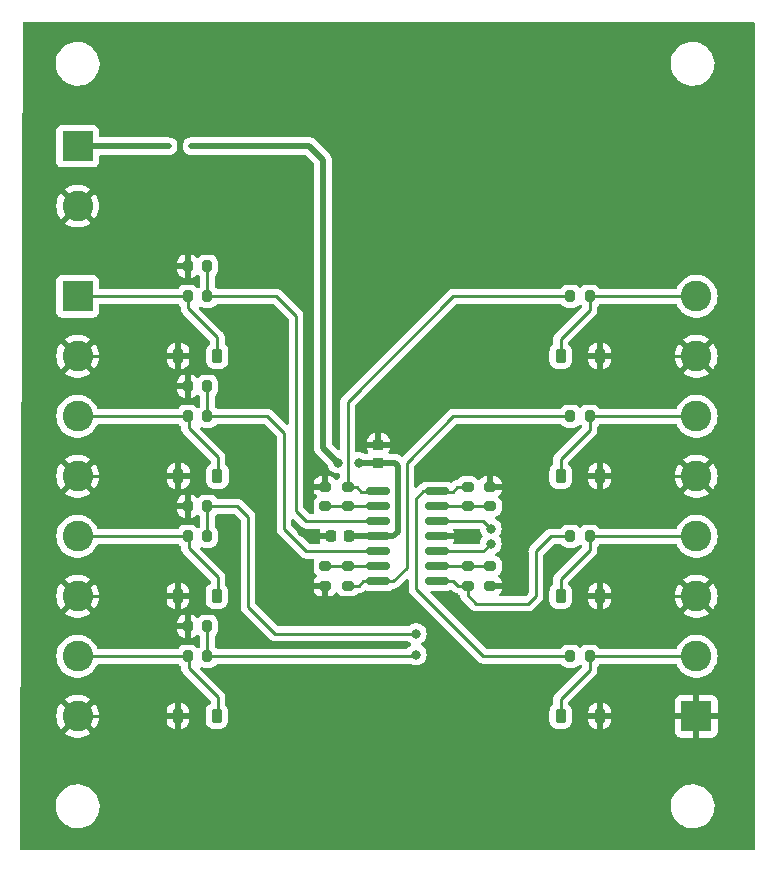
<source format=gbr>
%TF.GenerationSoftware,KiCad,Pcbnew,7.0.9*%
%TF.CreationDate,2024-02-06T13:40:39+00:00*%
%TF.ProjectId,dc-level-shifter,64632d6c-6576-4656-9c2d-736869667465,1.0*%
%TF.SameCoordinates,Original*%
%TF.FileFunction,Copper,L1,Top*%
%TF.FilePolarity,Positive*%
%FSLAX46Y46*%
G04 Gerber Fmt 4.6, Leading zero omitted, Abs format (unit mm)*
G04 Created by KiCad (PCBNEW 7.0.9) date 2024-02-06 13:40:39*
%MOMM*%
%LPD*%
G01*
G04 APERTURE LIST*
G04 Aperture macros list*
%AMRoundRect*
0 Rectangle with rounded corners*
0 $1 Rounding radius*
0 $2 $3 $4 $5 $6 $7 $8 $9 X,Y pos of 4 corners*
0 Add a 4 corners polygon primitive as box body*
4,1,4,$2,$3,$4,$5,$6,$7,$8,$9,$2,$3,0*
0 Add four circle primitives for the rounded corners*
1,1,$1+$1,$2,$3*
1,1,$1+$1,$4,$5*
1,1,$1+$1,$6,$7*
1,1,$1+$1,$8,$9*
0 Add four rect primitives between the rounded corners*
20,1,$1+$1,$2,$3,$4,$5,0*
20,1,$1+$1,$4,$5,$6,$7,0*
20,1,$1+$1,$6,$7,$8,$9,0*
20,1,$1+$1,$8,$9,$2,$3,0*%
G04 Aperture macros list end*
%TA.AperFunction,SMDPad,CuDef*%
%ADD10RoundRect,0.150000X-0.825000X-0.150000X0.825000X-0.150000X0.825000X0.150000X-0.825000X0.150000X0*%
%TD*%
%TA.AperFunction,SMDPad,CuDef*%
%ADD11RoundRect,0.200000X0.200000X0.275000X-0.200000X0.275000X-0.200000X-0.275000X0.200000X-0.275000X0*%
%TD*%
%TA.AperFunction,SMDPad,CuDef*%
%ADD12RoundRect,0.200000X0.275000X-0.200000X0.275000X0.200000X-0.275000X0.200000X-0.275000X-0.200000X0*%
%TD*%
%TA.AperFunction,ComponentPad*%
%ADD13R,2.600000X2.600000*%
%TD*%
%TA.AperFunction,ComponentPad*%
%ADD14C,2.600000*%
%TD*%
%TA.AperFunction,SMDPad,CuDef*%
%ADD15RoundRect,0.225000X-0.225000X-0.375000X0.225000X-0.375000X0.225000X0.375000X-0.225000X0.375000X0*%
%TD*%
%TA.AperFunction,SMDPad,CuDef*%
%ADD16RoundRect,0.200000X-0.275000X0.200000X-0.275000X-0.200000X0.275000X-0.200000X0.275000X0.200000X0*%
%TD*%
%TA.AperFunction,SMDPad,CuDef*%
%ADD17RoundRect,0.225000X0.250000X-0.225000X0.250000X0.225000X-0.250000X0.225000X-0.250000X-0.225000X0*%
%TD*%
%TA.AperFunction,SMDPad,CuDef*%
%ADD18RoundRect,0.112500X0.187500X0.112500X-0.187500X0.112500X-0.187500X-0.112500X0.187500X-0.112500X0*%
%TD*%
%TA.AperFunction,SMDPad,CuDef*%
%ADD19RoundRect,0.225000X0.225000X0.250000X-0.225000X0.250000X-0.225000X-0.250000X0.225000X-0.250000X0*%
%TD*%
%TA.AperFunction,SMDPad,CuDef*%
%ADD20RoundRect,0.225000X0.225000X0.375000X-0.225000X0.375000X-0.225000X-0.375000X0.225000X-0.375000X0*%
%TD*%
%TA.AperFunction,ViaPad*%
%ADD21C,0.800000*%
%TD*%
%TA.AperFunction,Conductor*%
%ADD22C,0.500000*%
%TD*%
%TA.AperFunction,Conductor*%
%ADD23C,0.250000*%
%TD*%
G04 APERTURE END LIST*
D10*
%TO.P,U1,1,OUT1*%
%TO.N,Net-(U1A-OUT1)*%
X133985000Y-86995000D03*
%TO.P,U1,2,IN-*%
%TO.N,Net-(U1A-IN-)*%
X133985000Y-88265000D03*
%TO.P,U1,3,IN+*%
%TO.N,Net-(U1A-IN+)*%
X133985000Y-89535000D03*
%TO.P,U1,4,V+*%
%TO.N,Net-(D9-K)*%
X133985000Y-90805000D03*
%TO.P,U1,5,IN+*%
%TO.N,Net-(U1B-IN+)*%
X133985000Y-92075000D03*
%TO.P,U1,6,IN-*%
%TO.N,Net-(U1B-IN-)*%
X133985000Y-93345000D03*
%TO.P,U1,7,OUT2*%
%TO.N,Net-(U1B-OUT2)*%
X133985000Y-94615000D03*
%TO.P,U1,8,OUT3*%
%TO.N,Net-(U1C-OUT3)*%
X138935000Y-94615000D03*
%TO.P,U1,9,IN-*%
%TO.N,Net-(U1C-IN-)*%
X138935000Y-93345000D03*
%TO.P,U1,10,IN+*%
%TO.N,Net-(U1C-IN+)*%
X138935000Y-92075000D03*
%TO.P,U1,11,V-*%
%TO.N,GND*%
X138935000Y-90805000D03*
%TO.P,U1,12,IN+*%
%TO.N,Net-(U1D-IN+)*%
X138935000Y-89535000D03*
%TO.P,U1,13,IN-*%
%TO.N,Net-(U1D-IN-)*%
X138935000Y-88265000D03*
%TO.P,U1,14,OUT4*%
%TO.N,Net-(U1D-OUT4)*%
X138935000Y-86995000D03*
%TD*%
D11*
%TO.P,R11,1*%
%TO.N,Net-(U1C-IN+)*%
X119505000Y-90805000D03*
%TO.P,R11,2*%
%TO.N,/IN_3*%
X117855000Y-90805000D03*
%TD*%
D12*
%TO.P,R1,1*%
%TO.N,Net-(U1A-IN-)*%
X129475000Y-88265000D03*
%TO.P,R1,2*%
%TO.N,GND*%
X129475000Y-86615000D03*
%TD*%
D13*
%TO.P,J1,1,Pin_1*%
%TO.N,/IN_1*%
X108520000Y-70485000D03*
D14*
%TO.P,J1,2,Pin_2*%
%TO.N,GND*%
X108520000Y-75565000D03*
%TO.P,J1,3,Pin_3*%
%TO.N,/IN_2*%
X108520000Y-80645000D03*
%TO.P,J1,4,Pin_4*%
%TO.N,GND*%
X108520000Y-85725000D03*
%TO.P,J1,5,Pin_5*%
%TO.N,/IN_3*%
X108520000Y-90805000D03*
%TO.P,J1,6,Pin_6*%
%TO.N,GND*%
X108520000Y-95885000D03*
%TO.P,J1,7,Pin_7*%
%TO.N,/IN_4*%
X108520000Y-100965000D03*
%TO.P,J1,8,Pin_8*%
%TO.N,GND*%
X108520000Y-106045000D03*
%TD*%
D11*
%TO.P,R6,1*%
%TO.N,Net-(U1B-IN+)*%
X119505000Y-80645000D03*
%TO.P,R6,2*%
%TO.N,/IN_2*%
X117855000Y-80645000D03*
%TD*%
D15*
%TO.P,D8,1,K*%
%TO.N,/OUT_4*%
X149415000Y-106045000D03*
%TO.P,D8,2,A*%
%TO.N,GND*%
X152715000Y-106045000D03*
%TD*%
D11*
%TO.P,R4,1*%
%TO.N,Net-(U1A-IN+)*%
X119505000Y-67945000D03*
%TO.P,R4,2*%
%TO.N,GND*%
X117855000Y-67945000D03*
%TD*%
D16*
%TO.P,R8,1*%
%TO.N,Net-(U1B-IN-)*%
X129475000Y-93345000D03*
%TO.P,R8,2*%
%TO.N,GND*%
X129475000Y-94995000D03*
%TD*%
D17*
%TO.P,C2,1*%
%TO.N,Net-(D9-K)*%
X133985000Y-84595000D03*
%TO.P,C2,2*%
%TO.N,GND*%
X133985000Y-83045000D03*
%TD*%
D13*
%TO.P,J3,1,Pin_1*%
%TO.N,Net-(D9-A)*%
X108520000Y-57780000D03*
D14*
%TO.P,J3,2,Pin_2*%
%TO.N,GND*%
X108520000Y-62860000D03*
%TD*%
D11*
%TO.P,R12,1*%
%TO.N,Net-(U1C-IN+)*%
X119505000Y-88265000D03*
%TO.P,R12,2*%
%TO.N,GND*%
X117855000Y-88265000D03*
%TD*%
D13*
%TO.P,J2,1,Pin_1*%
%TO.N,GND*%
X160895000Y-106045000D03*
D14*
%TO.P,J2,2,Pin_2*%
%TO.N,/OUT_4*%
X160895000Y-100965000D03*
%TO.P,J2,3,Pin_3*%
%TO.N,GND*%
X160895000Y-95885000D03*
%TO.P,J2,4,Pin_4*%
%TO.N,/OUT_3*%
X160895000Y-90805000D03*
%TO.P,J2,5,Pin_5*%
%TO.N,GND*%
X160895000Y-85725000D03*
%TO.P,J2,6,Pin_6*%
%TO.N,/OUT_2*%
X160895000Y-80645000D03*
%TO.P,J2,7,Pin_7*%
%TO.N,GND*%
X160895000Y-75565000D03*
%TO.P,J2,8,Pin_8*%
%TO.N,/OUT_1*%
X160895000Y-70485000D03*
%TD*%
D15*
%TO.P,D4,1,K*%
%TO.N,/OUT_2*%
X149415000Y-85725000D03*
%TO.P,D4,2,A*%
%TO.N,GND*%
X152715000Y-85725000D03*
%TD*%
D11*
%TO.P,R7,1*%
%TO.N,Net-(U1B-IN+)*%
X119505000Y-78105000D03*
%TO.P,R7,2*%
%TO.N,GND*%
X117855000Y-78105000D03*
%TD*%
%TO.P,R3,1*%
%TO.N,/OUT_1*%
X151890000Y-70485000D03*
%TO.P,R3,2*%
%TO.N,Net-(U1A-OUT1)*%
X150240000Y-70485000D03*
%TD*%
D18*
%TO.P,D9,1,K*%
%TO.N,Net-(D9-K)*%
X118240000Y-57780000D03*
%TO.P,D9,2,A*%
%TO.N,Net-(D9-A)*%
X116140000Y-57780000D03*
%TD*%
D16*
%TO.P,R2,1*%
%TO.N,Net-(U1A-OUT1)*%
X131380000Y-86615000D03*
%TO.P,R2,2*%
%TO.N,Net-(U1A-IN-)*%
X131380000Y-88265000D03*
%TD*%
D19*
%TO.P,C1,1*%
%TO.N,Net-(D9-K)*%
X131520000Y-90805000D03*
%TO.P,C1,2*%
%TO.N,GND*%
X129970000Y-90805000D03*
%TD*%
D20*
%TO.P,D1,1,K*%
%TO.N,/IN_1*%
X120330000Y-75565000D03*
%TO.P,D1,2,A*%
%TO.N,GND*%
X117030000Y-75565000D03*
%TD*%
D12*
%TO.P,R18,1*%
%TO.N,Net-(U1D-IN-)*%
X143445000Y-88265000D03*
%TO.P,R18,2*%
%TO.N,GND*%
X143445000Y-86615000D03*
%TD*%
D11*
%TO.P,R5,1*%
%TO.N,Net-(U1A-IN+)*%
X119505000Y-70485000D03*
%TO.P,R5,2*%
%TO.N,/IN_1*%
X117855000Y-70485000D03*
%TD*%
D20*
%TO.P,D5,1,K*%
%TO.N,/IN_3*%
X120307500Y-95885000D03*
%TO.P,D5,2,A*%
%TO.N,GND*%
X117007500Y-95885000D03*
%TD*%
D11*
%TO.P,R17,1*%
%TO.N,Net-(U1D-IN+)*%
X119505000Y-98425000D03*
%TO.P,R17,2*%
%TO.N,GND*%
X117855000Y-98425000D03*
%TD*%
D15*
%TO.P,D6,1,K*%
%TO.N,/OUT_3*%
X149415000Y-95885000D03*
%TO.P,D6,2,A*%
%TO.N,GND*%
X152715000Y-95885000D03*
%TD*%
%TO.P,D2,1,K*%
%TO.N,/OUT_1*%
X149415000Y-75565000D03*
%TO.P,D2,2,A*%
%TO.N,GND*%
X152715000Y-75565000D03*
%TD*%
D16*
%TO.P,R13,1*%
%TO.N,Net-(U1C-IN-)*%
X143445000Y-93345000D03*
%TO.P,R13,2*%
%TO.N,GND*%
X143445000Y-94995000D03*
%TD*%
D11*
%TO.P,R16,1*%
%TO.N,Net-(U1D-IN+)*%
X119505000Y-100965000D03*
%TO.P,R16,2*%
%TO.N,/IN_4*%
X117855000Y-100965000D03*
%TD*%
D12*
%TO.P,R9,1*%
%TO.N,Net-(U1B-OUT2)*%
X131380000Y-94995000D03*
%TO.P,R9,2*%
%TO.N,Net-(U1B-IN-)*%
X131380000Y-93345000D03*
%TD*%
D11*
%TO.P,R15,1*%
%TO.N,/OUT_3*%
X151890000Y-90805000D03*
%TO.P,R15,2*%
%TO.N,Net-(U1C-OUT3)*%
X150240000Y-90805000D03*
%TD*%
D16*
%TO.P,R19,1*%
%TO.N,Net-(U1D-OUT4)*%
X141540000Y-86615000D03*
%TO.P,R19,2*%
%TO.N,Net-(U1D-IN-)*%
X141540000Y-88265000D03*
%TD*%
D11*
%TO.P,R10,1*%
%TO.N,/OUT_2*%
X151890000Y-80645000D03*
%TO.P,R10,2*%
%TO.N,Net-(U1B-OUT2)*%
X150240000Y-80645000D03*
%TD*%
D20*
%TO.P,D3,1,K*%
%TO.N,/IN_2*%
X120352500Y-85725000D03*
%TO.P,D3,2,A*%
%TO.N,GND*%
X117052500Y-85725000D03*
%TD*%
%TO.P,D7,1,K*%
%TO.N,/IN_4*%
X120307500Y-106045000D03*
%TO.P,D7,2,A*%
%TO.N,GND*%
X117007500Y-106045000D03*
%TD*%
D11*
%TO.P,R20,1*%
%TO.N,/OUT_4*%
X151890000Y-100965000D03*
%TO.P,R20,2*%
%TO.N,Net-(U1D-OUT4)*%
X150240000Y-100965000D03*
%TD*%
D12*
%TO.P,R14,1*%
%TO.N,Net-(U1C-OUT3)*%
X141540000Y-94995000D03*
%TO.P,R14,2*%
%TO.N,Net-(U1C-IN-)*%
X141540000Y-93345000D03*
%TD*%
D21*
%TO.N,Net-(D9-K)*%
X130556000Y-84582000D03*
X132334000Y-84582000D03*
%TO.N,GND*%
X133985000Y-81280000D03*
X140970000Y-90805000D03*
X115570000Y-75565000D03*
X154178000Y-93726000D03*
X153924000Y-99060000D03*
X115570000Y-95885000D03*
X115570000Y-85725000D03*
X160782000Y-62738000D03*
X142748000Y-83058000D03*
X113792000Y-51054000D03*
X146304000Y-88392000D03*
X145796000Y-94996000D03*
X153162000Y-88138000D03*
X138684000Y-65532000D03*
X164592000Y-101854000D03*
X115570000Y-106045000D03*
X139192000Y-51054000D03*
X112776000Y-76708000D03*
X164592000Y-51054000D03*
X129032000Y-85090000D03*
X139192000Y-76454000D03*
X144780000Y-86614000D03*
X123952000Y-76708000D03*
X115570000Y-78105000D03*
X126746000Y-106172000D03*
X140970000Y-97028000D03*
X139954000Y-101092000D03*
X115570000Y-98425000D03*
X144526000Y-98806000D03*
X112522000Y-103632000D03*
X127508000Y-90424000D03*
X164592000Y-76454000D03*
X143002000Y-106680000D03*
X115570000Y-88265000D03*
X117856000Y-66548000D03*
X138938000Y-99314000D03*
%TO.N,Net-(U1C-IN+)*%
X143510000Y-91440000D03*
X137160000Y-99060000D03*
%TO.N,Net-(U1D-IN+)*%
X137160000Y-100838000D03*
X143510000Y-90170000D03*
%TD*%
D22*
%TO.N,Net-(D9-K)*%
X133985000Y-90805000D02*
X131520000Y-90805000D01*
X129286000Y-83312000D02*
X129286000Y-58928000D01*
X129286000Y-58928000D02*
X128138000Y-57780000D01*
X132347000Y-84595000D02*
X132334000Y-84582000D01*
X135395000Y-84595000D02*
X133985000Y-84595000D01*
X133985000Y-84595000D02*
X132347000Y-84595000D01*
X135255000Y-90805000D02*
X135636000Y-90424000D01*
X135636000Y-84836000D02*
X135395000Y-84595000D01*
X130556000Y-84582000D02*
X129286000Y-83312000D01*
X133985000Y-90805000D02*
X135255000Y-90805000D01*
X128138000Y-57780000D02*
X118240000Y-57780000D01*
X135636000Y-90424000D02*
X135636000Y-84836000D01*
D23*
%TO.N,GND*%
X115443000Y-95885000D02*
X108520000Y-95885000D01*
X115443000Y-85725000D02*
X108520000Y-85725000D01*
X115570000Y-75692000D02*
X115443000Y-75565000D01*
X111060000Y-78105000D02*
X108520000Y-75565000D01*
X115697000Y-106045000D02*
X115570000Y-105918000D01*
X152715000Y-85725000D02*
X160895000Y-85725000D01*
X152715000Y-75565000D02*
X160895000Y-75565000D01*
X115697000Y-85725000D02*
X115570000Y-85598000D01*
X115443000Y-75565000D02*
X108520000Y-75565000D01*
X117855000Y-98425000D02*
X115697000Y-98425000D01*
X144779000Y-86615000D02*
X144780000Y-86614000D01*
X145795000Y-94995000D02*
X143445000Y-94995000D01*
X115697000Y-88265000D02*
X115570000Y-88138000D01*
X117855000Y-66549000D02*
X117856000Y-66548000D01*
X111060000Y-88265000D02*
X108520000Y-85725000D01*
X117855000Y-88265000D02*
X115697000Y-88265000D01*
X129475000Y-85533000D02*
X129032000Y-85090000D01*
X115570000Y-78232000D02*
X115443000Y-78105000D01*
X152715000Y-106045000D02*
X160895000Y-106045000D01*
X117855000Y-78105000D02*
X115697000Y-78105000D01*
X115570000Y-88138000D02*
X115443000Y-88265000D01*
X117052500Y-85725000D02*
X115697000Y-85725000D01*
X115697000Y-95885000D02*
X115570000Y-96012000D01*
X115443000Y-98425000D02*
X111060000Y-98425000D01*
X115443000Y-88265000D02*
X111060000Y-88265000D01*
X143445000Y-86615000D02*
X144779000Y-86615000D01*
X152715000Y-95885000D02*
X160895000Y-95885000D01*
X115443000Y-106045000D02*
X108520000Y-106045000D01*
X145796000Y-94996000D02*
X145795000Y-94995000D01*
X117007500Y-106045000D02*
X115697000Y-106045000D01*
X140970000Y-90805000D02*
X138935000Y-90805000D01*
X115570000Y-105918000D02*
X115443000Y-106045000D01*
X115697000Y-78105000D02*
X115570000Y-78232000D01*
X117007500Y-95885000D02*
X115697000Y-95885000D01*
X115570000Y-98298000D02*
X115443000Y-98425000D01*
X115443000Y-78105000D02*
X111060000Y-78105000D01*
X115570000Y-85598000D02*
X115443000Y-85725000D01*
X117030000Y-75565000D02*
X115697000Y-75565000D01*
D22*
X133985000Y-83045000D02*
X133985000Y-81280000D01*
D23*
X117855000Y-67945000D02*
X117855000Y-66549000D01*
D22*
X127889000Y-90805000D02*
X127508000Y-90424000D01*
D23*
X115697000Y-75565000D02*
X115570000Y-75692000D01*
X129475000Y-86615000D02*
X129475000Y-85533000D01*
X111060000Y-98425000D02*
X108520000Y-95885000D01*
D22*
X129970000Y-90805000D02*
X127889000Y-90805000D01*
D23*
X115697000Y-98425000D02*
X115570000Y-98298000D01*
X115570000Y-96012000D02*
X115443000Y-95885000D01*
%TO.N,/IN_1*%
X120330000Y-75565000D02*
X120330000Y-73975000D01*
X108520000Y-70485000D02*
X117855000Y-70485000D01*
X117855000Y-71500000D02*
X117855000Y-70485000D01*
X120330000Y-73975000D02*
X117855000Y-71500000D01*
%TO.N,/OUT_1*%
X151890000Y-71630000D02*
X151890000Y-70485000D01*
X149415000Y-74105000D02*
X151890000Y-71630000D01*
X149415000Y-75565000D02*
X149415000Y-74105000D01*
X151890000Y-70485000D02*
X160895000Y-70485000D01*
%TO.N,/IN_2*%
X117920000Y-81660000D02*
X117920000Y-80645000D01*
X108585000Y-80645000D02*
X117920000Y-80645000D01*
X120395000Y-84135000D02*
X117920000Y-81660000D01*
X120395000Y-85725000D02*
X120395000Y-84135000D01*
%TO.N,/OUT_2*%
X151890000Y-81790000D02*
X151890000Y-80645000D01*
X151890000Y-80645000D02*
X160895000Y-80645000D01*
X149415000Y-84265000D02*
X151890000Y-81790000D01*
X149415000Y-85725000D02*
X149415000Y-84265000D01*
%TO.N,/IN_3*%
X108585000Y-90805000D02*
X117920000Y-90805000D01*
X120395000Y-94295000D02*
X117920000Y-91820000D01*
X120395000Y-95885000D02*
X120395000Y-94295000D01*
X117920000Y-91820000D02*
X117920000Y-90805000D01*
%TO.N,/OUT_3*%
X151890000Y-91950000D02*
X151890000Y-90805000D01*
X149415000Y-95885000D02*
X149415000Y-94425000D01*
X149415000Y-94425000D02*
X151890000Y-91950000D01*
X151890000Y-90805000D02*
X160895000Y-90805000D01*
%TO.N,/IN_4*%
X117920000Y-101980000D02*
X117920000Y-100965000D01*
X120395000Y-104455000D02*
X117920000Y-101980000D01*
X120395000Y-106045000D02*
X120395000Y-104455000D01*
X108585000Y-100965000D02*
X117920000Y-100965000D01*
%TO.N,/OUT_4*%
X151890000Y-102110000D02*
X151890000Y-100965000D01*
X149415000Y-106045000D02*
X149415000Y-104585000D01*
X151890000Y-100965000D02*
X160895000Y-100965000D01*
X149415000Y-104585000D02*
X151890000Y-102110000D01*
D22*
%TO.N,Net-(D9-A)*%
X108520000Y-57780000D02*
X116140000Y-57780000D01*
D23*
%TO.N,Net-(U1A-IN-)*%
X133985000Y-88265000D02*
X129475000Y-88265000D01*
%TO.N,Net-(U1A-OUT1)*%
X140335000Y-70485000D02*
X150240000Y-70485000D01*
X131380000Y-86615000D02*
X131380000Y-79440000D01*
X131380000Y-79440000D02*
X140335000Y-70485000D01*
X133924000Y-87058000D02*
X132524000Y-87058000D01*
X132524000Y-87058000D02*
X132144000Y-86678000D01*
X132144000Y-86678000D02*
X131319000Y-86678000D01*
%TO.N,Net-(U1A-IN+)*%
X127000000Y-88646000D02*
X127000000Y-72136000D01*
X125349000Y-70485000D02*
X119505000Y-70485000D01*
X127889000Y-89535000D02*
X127000000Y-88646000D01*
X119505000Y-70485000D02*
X119505000Y-67945000D01*
X127000000Y-72136000D02*
X125349000Y-70485000D01*
X133985000Y-89535000D02*
X127889000Y-89535000D01*
%TO.N,Net-(U1B-IN+)*%
X124587000Y-80645000D02*
X119505000Y-80645000D01*
X119505000Y-80645000D02*
X119505000Y-78105000D01*
X127889000Y-92075000D02*
X125984000Y-90170000D01*
X125984000Y-90170000D02*
X125984000Y-82042000D01*
X133985000Y-92075000D02*
X127889000Y-92075000D01*
X125984000Y-82042000D02*
X124587000Y-80645000D01*
%TO.N,Net-(U1B-IN-)*%
X133985000Y-93345000D02*
X129475000Y-93345000D01*
%TO.N,Net-(U1B-OUT2)*%
X133985000Y-94615000D02*
X132715000Y-94615000D01*
X136398000Y-84582000D02*
X140335000Y-80645000D01*
X135255000Y-94615000D02*
X136398000Y-93472000D01*
X132715000Y-94615000D02*
X132334000Y-94996000D01*
X140335000Y-80645000D02*
X150240000Y-80645000D01*
X132333000Y-94995000D02*
X131380000Y-94995000D01*
X133985000Y-94615000D02*
X135255000Y-94615000D01*
X136398000Y-93472000D02*
X136398000Y-84582000D01*
X132334000Y-94996000D02*
X132333000Y-94995000D01*
%TO.N,Net-(U1C-IN+)*%
X119505000Y-90805000D02*
X119505000Y-88265000D01*
X122047000Y-88265000D02*
X122936000Y-89154000D01*
X122936000Y-89154000D02*
X122936000Y-96774000D01*
X125222000Y-99060000D02*
X137160000Y-99060000D01*
X119505000Y-88265000D02*
X122047000Y-88265000D01*
X142875000Y-92075000D02*
X143510000Y-91440000D01*
X122936000Y-96774000D02*
X125222000Y-99060000D01*
X138935000Y-92075000D02*
X142875000Y-92075000D01*
%TO.N,Net-(U1C-IN-)*%
X138935000Y-93345000D02*
X143445000Y-93345000D01*
%TO.N,Net-(U1C-OUT3)*%
X140715000Y-94995000D02*
X141540000Y-94995000D01*
X147320000Y-95885000D02*
X147320000Y-92075000D01*
X146685000Y-96520000D02*
X147320000Y-95885000D01*
X141540000Y-94995000D02*
X141540000Y-95820000D01*
X138935000Y-94615000D02*
X140335000Y-94615000D01*
X142240000Y-96520000D02*
X146685000Y-96520000D01*
X148590000Y-90805000D02*
X150240000Y-90805000D01*
X140335000Y-94615000D02*
X140715000Y-94995000D01*
X147320000Y-92075000D02*
X148590000Y-90805000D01*
X141540000Y-95820000D02*
X142240000Y-96520000D01*
%TO.N,Net-(U1D-IN+)*%
X137160000Y-100838000D02*
X137033000Y-100965000D01*
X137033000Y-100965000D02*
X119505000Y-100965000D01*
X142875000Y-89535000D02*
X143510000Y-90170000D01*
X138935000Y-89535000D02*
X142875000Y-89535000D01*
X119505000Y-100965000D02*
X119505000Y-98425000D01*
%TO.N,Net-(U1D-IN-)*%
X138935000Y-88265000D02*
X143445000Y-88265000D01*
%TO.N,Net-(U1D-OUT4)*%
X137160000Y-87630000D02*
X137160000Y-95250000D01*
X137160000Y-95250000D02*
X142875000Y-100965000D01*
X138935000Y-86995000D02*
X137795000Y-86995000D01*
X137795000Y-86995000D02*
X137160000Y-87630000D01*
X140272000Y-87058000D02*
X140652000Y-86678000D01*
X140652000Y-86678000D02*
X141477000Y-86678000D01*
X142875000Y-100965000D02*
X150240000Y-100965000D01*
X138872000Y-87058000D02*
X140272000Y-87058000D01*
%TD*%
%TA.AperFunction,Conductor*%
%TO.N,GND*%
G36*
X126814703Y-89345739D02*
G01*
X126821177Y-89351767D01*
X127107193Y-89637784D01*
X127388197Y-89918788D01*
X127398022Y-89931051D01*
X127398243Y-89930869D01*
X127403214Y-89936878D01*
X127429217Y-89961295D01*
X127453635Y-89984226D01*
X127474529Y-90005120D01*
X127480011Y-90009373D01*
X127484443Y-90013157D01*
X127518418Y-90045062D01*
X127535976Y-90054714D01*
X127552233Y-90065393D01*
X127568064Y-90077673D01*
X127587737Y-90086186D01*
X127610833Y-90096182D01*
X127616077Y-90098750D01*
X127656908Y-90121197D01*
X127669523Y-90124435D01*
X127676305Y-90126177D01*
X127694719Y-90132481D01*
X127713104Y-90140438D01*
X127759157Y-90147732D01*
X127764826Y-90148906D01*
X127809981Y-90160500D01*
X127830016Y-90160500D01*
X127849413Y-90162026D01*
X127869196Y-90165160D01*
X127915584Y-90160775D01*
X127921422Y-90160500D01*
X128940236Y-90160500D01*
X129007275Y-90180185D01*
X129053030Y-90232989D01*
X129062974Y-90302147D01*
X129057942Y-90323504D01*
X129030144Y-90407392D01*
X129020000Y-90506677D01*
X129020000Y-90555000D01*
X130096000Y-90555000D01*
X130163039Y-90574685D01*
X130208794Y-90627489D01*
X130220000Y-90679000D01*
X130220000Y-90931000D01*
X130200315Y-90998039D01*
X130147511Y-91043794D01*
X130096000Y-91055000D01*
X129020001Y-91055000D01*
X129020001Y-91103322D01*
X129030144Y-91202607D01*
X129057942Y-91286496D01*
X129060344Y-91356325D01*
X129024612Y-91416366D01*
X128962091Y-91447559D01*
X128940236Y-91449500D01*
X128199452Y-91449500D01*
X128132413Y-91429815D01*
X128111771Y-91413181D01*
X126645819Y-89947228D01*
X126612334Y-89885905D01*
X126609500Y-89859547D01*
X126609500Y-89439452D01*
X126629185Y-89372413D01*
X126681989Y-89326658D01*
X126751147Y-89316714D01*
X126814703Y-89345739D01*
G37*
%TD.AperFunction*%
%TA.AperFunction,Conductor*%
G36*
X142558930Y-90180185D02*
G01*
X142604685Y-90232989D01*
X142615211Y-90271536D01*
X142624326Y-90358256D01*
X142624327Y-90358259D01*
X142682818Y-90538277D01*
X142682821Y-90538284D01*
X142777467Y-90702216D01*
X142787806Y-90713699D01*
X142795307Y-90722030D01*
X142825535Y-90785022D01*
X142816909Y-90854357D01*
X142795307Y-90887970D01*
X142777466Y-90907785D01*
X142682821Y-91071715D01*
X142682818Y-91071722D01*
X142624327Y-91251740D01*
X142624326Y-91251744D01*
X142620674Y-91286496D01*
X142615212Y-91338462D01*
X142588627Y-91403077D01*
X142531330Y-91443061D01*
X142491891Y-91449500D01*
X140440111Y-91449500D01*
X140373072Y-91429815D01*
X140327317Y-91377011D01*
X140317373Y-91307853D01*
X140333379Y-91262379D01*
X140361281Y-91215198D01*
X140407100Y-91057486D01*
X140407295Y-91055001D01*
X140407295Y-91055000D01*
X138809000Y-91055000D01*
X138741961Y-91035315D01*
X138696206Y-90982511D01*
X138685000Y-90931000D01*
X138685000Y-90679000D01*
X138704685Y-90611961D01*
X138757489Y-90566206D01*
X138809000Y-90555000D01*
X140407295Y-90555000D01*
X140407295Y-90554998D01*
X140407100Y-90552513D01*
X140361281Y-90394801D01*
X140333379Y-90347621D01*
X140316196Y-90279897D01*
X140338356Y-90213635D01*
X140392822Y-90169871D01*
X140440111Y-90160500D01*
X142491891Y-90160500D01*
X142558930Y-90180185D01*
G37*
%TD.AperFunction*%
%TA.AperFunction,Conductor*%
G36*
X165805039Y-47263685D02*
G01*
X165850794Y-47316489D01*
X165862000Y-47368000D01*
X165862000Y-117224000D01*
X165842315Y-117291039D01*
X165789511Y-117336794D01*
X165738000Y-117348000D01*
X103756450Y-117348000D01*
X103689411Y-117328315D01*
X103643656Y-117275511D01*
X103632451Y-117223551D01*
X103645099Y-113732763D01*
X106665787Y-113732763D01*
X106695413Y-114002013D01*
X106695415Y-114002024D01*
X106763926Y-114264082D01*
X106763928Y-114264088D01*
X106869870Y-114513390D01*
X106941998Y-114631575D01*
X107010979Y-114744605D01*
X107010986Y-114744615D01*
X107184253Y-114952819D01*
X107184259Y-114952824D01*
X107385998Y-115133582D01*
X107611910Y-115283044D01*
X107857176Y-115398020D01*
X107857183Y-115398022D01*
X107857185Y-115398023D01*
X108116557Y-115476057D01*
X108116564Y-115476058D01*
X108116569Y-115476060D01*
X108384561Y-115515500D01*
X108384566Y-115515500D01*
X108587636Y-115515500D01*
X108639133Y-115511730D01*
X108790156Y-115500677D01*
X108902758Y-115475593D01*
X109054546Y-115441782D01*
X109054548Y-115441781D01*
X109054553Y-115441780D01*
X109307558Y-115345014D01*
X109543777Y-115212441D01*
X109758177Y-115046888D01*
X109946186Y-114851881D01*
X110103799Y-114631579D01*
X110177787Y-114487669D01*
X110227649Y-114390690D01*
X110227651Y-114390684D01*
X110227656Y-114390675D01*
X110315118Y-114134305D01*
X110364319Y-113867933D01*
X110369259Y-113732763D01*
X158735787Y-113732763D01*
X158765413Y-114002013D01*
X158765415Y-114002024D01*
X158833926Y-114264082D01*
X158833928Y-114264088D01*
X158939870Y-114513390D01*
X159011998Y-114631575D01*
X159080979Y-114744605D01*
X159080986Y-114744615D01*
X159254253Y-114952819D01*
X159254259Y-114952824D01*
X159455998Y-115133582D01*
X159681910Y-115283044D01*
X159927176Y-115398020D01*
X159927183Y-115398022D01*
X159927185Y-115398023D01*
X160186557Y-115476057D01*
X160186564Y-115476058D01*
X160186569Y-115476060D01*
X160454561Y-115515500D01*
X160454566Y-115515500D01*
X160657636Y-115515500D01*
X160709133Y-115511730D01*
X160860156Y-115500677D01*
X160972758Y-115475593D01*
X161124546Y-115441782D01*
X161124548Y-115441781D01*
X161124553Y-115441780D01*
X161377558Y-115345014D01*
X161613777Y-115212441D01*
X161828177Y-115046888D01*
X162016186Y-114851881D01*
X162173799Y-114631579D01*
X162247787Y-114487669D01*
X162297649Y-114390690D01*
X162297651Y-114390684D01*
X162297656Y-114390675D01*
X162385118Y-114134305D01*
X162434319Y-113867933D01*
X162444212Y-113597235D01*
X162414586Y-113327982D01*
X162346072Y-113065912D01*
X162240130Y-112816610D01*
X162099018Y-112585390D01*
X162009747Y-112478119D01*
X161925746Y-112377180D01*
X161925740Y-112377175D01*
X161724002Y-112196418D01*
X161498092Y-112046957D01*
X161498090Y-112046956D01*
X161252824Y-111931980D01*
X161252819Y-111931978D01*
X161252814Y-111931976D01*
X160993442Y-111853942D01*
X160993428Y-111853939D01*
X160877791Y-111836921D01*
X160725439Y-111814500D01*
X160522369Y-111814500D01*
X160522364Y-111814500D01*
X160319844Y-111829323D01*
X160319831Y-111829325D01*
X160055453Y-111888217D01*
X160055446Y-111888220D01*
X159802439Y-111984987D01*
X159566226Y-112117557D01*
X159351822Y-112283112D01*
X159163822Y-112478109D01*
X159163816Y-112478116D01*
X159006202Y-112698419D01*
X159006199Y-112698424D01*
X158882350Y-112939309D01*
X158882343Y-112939327D01*
X158794884Y-113195685D01*
X158794881Y-113195699D01*
X158745681Y-113462068D01*
X158745680Y-113462075D01*
X158735787Y-113732763D01*
X110369259Y-113732763D01*
X110374212Y-113597235D01*
X110344586Y-113327982D01*
X110276072Y-113065912D01*
X110170130Y-112816610D01*
X110029018Y-112585390D01*
X109939747Y-112478119D01*
X109855746Y-112377180D01*
X109855740Y-112377175D01*
X109654002Y-112196418D01*
X109428092Y-112046957D01*
X109428090Y-112046956D01*
X109182824Y-111931980D01*
X109182819Y-111931978D01*
X109182814Y-111931976D01*
X108923442Y-111853942D01*
X108923428Y-111853939D01*
X108807791Y-111836921D01*
X108655439Y-111814500D01*
X108452369Y-111814500D01*
X108452364Y-111814500D01*
X108249844Y-111829323D01*
X108249831Y-111829325D01*
X107985453Y-111888217D01*
X107985446Y-111888220D01*
X107732439Y-111984987D01*
X107496226Y-112117557D01*
X107281822Y-112283112D01*
X107093822Y-112478109D01*
X107093816Y-112478116D01*
X106936202Y-112698419D01*
X106936199Y-112698424D01*
X106812350Y-112939309D01*
X106812343Y-112939327D01*
X106724884Y-113195685D01*
X106724881Y-113195699D01*
X106675681Y-113462068D01*
X106675680Y-113462075D01*
X106665787Y-113732763D01*
X103645099Y-113732763D01*
X103672953Y-106045004D01*
X106714953Y-106045004D01*
X106735113Y-106314026D01*
X106735113Y-106314028D01*
X106795142Y-106577033D01*
X106795148Y-106577052D01*
X106893709Y-106828181D01*
X106893708Y-106828181D01*
X107028602Y-107061822D01*
X107082294Y-107129151D01*
X107917452Y-106293992D01*
X107927188Y-106323956D01*
X108015186Y-106462619D01*
X108134903Y-106575040D01*
X108269510Y-106649041D01*
X107434848Y-107483702D01*
X107617483Y-107608220D01*
X107617485Y-107608221D01*
X107860539Y-107725269D01*
X107860537Y-107725269D01*
X108118337Y-107804790D01*
X108118343Y-107804792D01*
X108385101Y-107844999D01*
X108385110Y-107845000D01*
X108654890Y-107845000D01*
X108654898Y-107844999D01*
X108921656Y-107804792D01*
X108921662Y-107804790D01*
X109179461Y-107725269D01*
X109422521Y-107608218D01*
X109605150Y-107483702D01*
X109514292Y-107392844D01*
X159095000Y-107392844D01*
X159101401Y-107452372D01*
X159101403Y-107452379D01*
X159151645Y-107587086D01*
X159151649Y-107587093D01*
X159237809Y-107702187D01*
X159237812Y-107702190D01*
X159352906Y-107788350D01*
X159352913Y-107788354D01*
X159487620Y-107838596D01*
X159487627Y-107838598D01*
X159547155Y-107844999D01*
X159547172Y-107845000D01*
X160645000Y-107845000D01*
X160645000Y-106649310D01*
X160653817Y-106654158D01*
X160812886Y-106695000D01*
X160935894Y-106695000D01*
X161057933Y-106679583D01*
X161145000Y-106645110D01*
X161145000Y-107845000D01*
X162242828Y-107845000D01*
X162242844Y-107844999D01*
X162302372Y-107838598D01*
X162302379Y-107838596D01*
X162437086Y-107788354D01*
X162437093Y-107788350D01*
X162552187Y-107702190D01*
X162552190Y-107702187D01*
X162638350Y-107587093D01*
X162638354Y-107587086D01*
X162688596Y-107452379D01*
X162688598Y-107452372D01*
X162694999Y-107392844D01*
X162695000Y-107392827D01*
X162695000Y-106295000D01*
X161495728Y-106295000D01*
X161518100Y-106247457D01*
X161548873Y-106086138D01*
X161538561Y-105922234D01*
X161497220Y-105795000D01*
X162695000Y-105795000D01*
X162695000Y-104697172D01*
X162694999Y-104697155D01*
X162688598Y-104637627D01*
X162688596Y-104637620D01*
X162638354Y-104502913D01*
X162638350Y-104502906D01*
X162552190Y-104387812D01*
X162552187Y-104387809D01*
X162437093Y-104301649D01*
X162437086Y-104301645D01*
X162302379Y-104251403D01*
X162302372Y-104251401D01*
X162242844Y-104245000D01*
X161145000Y-104245000D01*
X161145000Y-105440689D01*
X161136183Y-105435842D01*
X160977114Y-105395000D01*
X160854106Y-105395000D01*
X160732067Y-105410417D01*
X160645000Y-105444889D01*
X160645000Y-104245000D01*
X159547155Y-104245000D01*
X159487627Y-104251401D01*
X159487620Y-104251403D01*
X159352913Y-104301645D01*
X159352906Y-104301649D01*
X159237812Y-104387809D01*
X159237809Y-104387812D01*
X159151649Y-104502906D01*
X159151645Y-104502913D01*
X159101403Y-104637620D01*
X159101401Y-104637627D01*
X159095000Y-104697155D01*
X159095000Y-105795000D01*
X160294272Y-105795000D01*
X160271900Y-105842543D01*
X160241127Y-106003862D01*
X160251439Y-106167766D01*
X160292780Y-106295000D01*
X159095000Y-106295000D01*
X159095000Y-107392844D01*
X109514292Y-107392844D01*
X108767534Y-106646086D01*
X108835629Y-106619126D01*
X108968492Y-106522595D01*
X109073175Y-106396055D01*
X109121631Y-106293079D01*
X109957703Y-107129151D01*
X109957704Y-107129150D01*
X110011393Y-107061828D01*
X110011400Y-107061817D01*
X110146290Y-106828181D01*
X110244851Y-106577052D01*
X110244857Y-106577033D01*
X110304886Y-106314028D01*
X110304886Y-106314026D01*
X110306312Y-106295000D01*
X116057501Y-106295000D01*
X116057501Y-106468322D01*
X116067644Y-106567607D01*
X116120952Y-106728481D01*
X116120957Y-106728492D01*
X116209924Y-106872728D01*
X116209927Y-106872732D01*
X116329767Y-106992572D01*
X116329771Y-106992575D01*
X116474007Y-107081542D01*
X116474018Y-107081547D01*
X116634893Y-107134855D01*
X116734183Y-107144999D01*
X116757500Y-107144998D01*
X116757500Y-106295000D01*
X117257500Y-106295000D01*
X117257500Y-107144999D01*
X117280808Y-107144999D01*
X117280822Y-107144998D01*
X117380107Y-107134855D01*
X117540981Y-107081547D01*
X117540992Y-107081542D01*
X117685228Y-106992575D01*
X117685232Y-106992572D01*
X117805072Y-106872732D01*
X117805075Y-106872728D01*
X117894042Y-106728492D01*
X117894047Y-106728481D01*
X117947355Y-106567606D01*
X117957499Y-106468322D01*
X117957500Y-106468309D01*
X117957500Y-106295000D01*
X117257500Y-106295000D01*
X116757500Y-106295000D01*
X116057501Y-106295000D01*
X110306312Y-106295000D01*
X110325047Y-106045004D01*
X110325047Y-106044995D01*
X110306312Y-105795000D01*
X116057500Y-105795000D01*
X116757500Y-105795000D01*
X116757500Y-104945000D01*
X117257500Y-104945000D01*
X117257500Y-105795000D01*
X117957499Y-105795000D01*
X117957499Y-105621692D01*
X117957498Y-105621677D01*
X117947355Y-105522392D01*
X117894047Y-105361518D01*
X117894042Y-105361507D01*
X117805075Y-105217271D01*
X117805072Y-105217267D01*
X117685232Y-105097427D01*
X117685228Y-105097424D01*
X117540992Y-105008457D01*
X117540981Y-105008452D01*
X117380106Y-104955144D01*
X117280822Y-104945000D01*
X117257500Y-104945000D01*
X116757500Y-104945000D01*
X116757500Y-104944999D01*
X116734193Y-104945000D01*
X116734174Y-104945001D01*
X116634892Y-104955144D01*
X116474018Y-105008452D01*
X116474007Y-105008457D01*
X116329771Y-105097424D01*
X116329767Y-105097427D01*
X116209927Y-105217267D01*
X116209924Y-105217271D01*
X116120957Y-105361507D01*
X116120952Y-105361518D01*
X116067644Y-105522393D01*
X116057500Y-105621677D01*
X116057500Y-105795000D01*
X110306312Y-105795000D01*
X110304886Y-105775973D01*
X110304886Y-105775971D01*
X110244857Y-105512966D01*
X110244851Y-105512947D01*
X110146290Y-105261818D01*
X110146291Y-105261818D01*
X110011397Y-105028177D01*
X109957704Y-104960847D01*
X109122546Y-105796004D01*
X109112812Y-105766044D01*
X109024814Y-105627381D01*
X108905097Y-105514960D01*
X108770489Y-105440958D01*
X109605150Y-104606296D01*
X109422517Y-104481779D01*
X109422516Y-104481778D01*
X109179460Y-104364730D01*
X109179462Y-104364730D01*
X108921662Y-104285209D01*
X108921656Y-104285207D01*
X108654898Y-104245000D01*
X108385101Y-104245000D01*
X108118343Y-104285207D01*
X108118337Y-104285209D01*
X107860538Y-104364730D01*
X107617485Y-104481778D01*
X107617476Y-104481783D01*
X107434848Y-104606296D01*
X108272465Y-105443913D01*
X108204371Y-105470874D01*
X108071508Y-105567405D01*
X107966825Y-105693945D01*
X107918368Y-105796921D01*
X107082295Y-104960848D01*
X107028600Y-105028180D01*
X106893709Y-105261818D01*
X106795148Y-105512947D01*
X106795142Y-105512966D01*
X106735113Y-105775971D01*
X106735113Y-105775973D01*
X106714953Y-106044995D01*
X106714953Y-106045004D01*
X103672953Y-106045004D01*
X103690484Y-101206284D01*
X103691358Y-100965004D01*
X106714451Y-100965004D01*
X106734616Y-101234101D01*
X106794664Y-101497188D01*
X106794666Y-101497195D01*
X106893256Y-101748396D01*
X106893258Y-101748400D01*
X106920433Y-101795469D01*
X107028185Y-101982102D01*
X107127974Y-102107233D01*
X107196442Y-102193089D01*
X107357037Y-102342098D01*
X107394259Y-102376635D01*
X107617226Y-102528651D01*
X107860359Y-102645738D01*
X108118228Y-102725280D01*
X108118229Y-102725280D01*
X108118232Y-102725281D01*
X108385063Y-102765499D01*
X108385068Y-102765499D01*
X108385071Y-102765500D01*
X108385072Y-102765500D01*
X108654928Y-102765500D01*
X108654929Y-102765500D01*
X108654936Y-102765499D01*
X108921767Y-102725281D01*
X108921768Y-102725280D01*
X108921772Y-102725280D01*
X109179641Y-102645738D01*
X109422775Y-102528651D01*
X109645741Y-102376635D01*
X109843561Y-102193085D01*
X110011815Y-101982102D01*
X110146743Y-101748398D01*
X110177827Y-101669195D01*
X110220643Y-101613984D01*
X110286513Y-101590683D01*
X110293255Y-101590500D01*
X116978398Y-101590500D01*
X117045437Y-101610185D01*
X117084514Y-101650349D01*
X117099528Y-101675185D01*
X117219815Y-101795472D01*
X117232975Y-101803427D01*
X117280162Y-101854954D01*
X117290759Y-101912911D01*
X117292082Y-101912870D01*
X117294500Y-101989814D01*
X117294500Y-102019343D01*
X117294501Y-102019360D01*
X117295368Y-102026231D01*
X117295826Y-102032050D01*
X117297290Y-102078624D01*
X117297291Y-102078627D01*
X117302880Y-102097867D01*
X117306824Y-102116911D01*
X117309336Y-102136791D01*
X117326490Y-102180119D01*
X117328382Y-102185647D01*
X117330544Y-102193089D01*
X117341382Y-102230390D01*
X117345280Y-102236982D01*
X117351580Y-102247634D01*
X117360138Y-102265103D01*
X117367514Y-102283732D01*
X117394898Y-102321423D01*
X117398106Y-102326307D01*
X117421827Y-102366416D01*
X117421833Y-102366424D01*
X117435990Y-102380580D01*
X117448628Y-102395376D01*
X117460405Y-102411586D01*
X117460406Y-102411587D01*
X117496309Y-102441288D01*
X117500620Y-102445210D01*
X119045186Y-103989776D01*
X119733181Y-104677771D01*
X119766666Y-104739094D01*
X119769500Y-104765452D01*
X119769500Y-104941444D01*
X119749815Y-105008483D01*
X119710598Y-105046982D01*
X119629456Y-105097031D01*
X119509532Y-105216955D01*
X119509529Y-105216959D01*
X119420501Y-105361294D01*
X119420496Y-105361305D01*
X119367151Y-105522290D01*
X119357000Y-105621647D01*
X119357000Y-106468337D01*
X119357001Y-106468355D01*
X119367150Y-106567707D01*
X119367151Y-106567710D01*
X119420496Y-106728694D01*
X119420501Y-106728705D01*
X119509529Y-106873040D01*
X119509532Y-106873044D01*
X119629455Y-106992967D01*
X119629459Y-106992970D01*
X119773794Y-107081998D01*
X119773797Y-107081999D01*
X119773803Y-107082003D01*
X119934792Y-107135349D01*
X120034155Y-107145500D01*
X120580844Y-107145499D01*
X120580852Y-107145498D01*
X120580855Y-107145498D01*
X120635260Y-107139940D01*
X120680208Y-107135349D01*
X120841197Y-107082003D01*
X120985544Y-106992968D01*
X121105468Y-106873044D01*
X121194503Y-106728697D01*
X121247849Y-106567708D01*
X121258000Y-106468345D01*
X121257999Y-105621656D01*
X121247849Y-105522292D01*
X121194503Y-105361303D01*
X121194499Y-105361297D01*
X121194498Y-105361294D01*
X121105470Y-105216959D01*
X121105467Y-105216955D01*
X121056819Y-105168307D01*
X121023334Y-105106984D01*
X121020500Y-105080626D01*
X121020500Y-104537742D01*
X121022224Y-104522122D01*
X121021939Y-104522095D01*
X121022673Y-104514333D01*
X121020500Y-104445172D01*
X121020500Y-104415656D01*
X121020500Y-104415650D01*
X121019631Y-104408779D01*
X121019173Y-104402952D01*
X121017710Y-104356373D01*
X121012119Y-104337130D01*
X121008173Y-104318078D01*
X121005664Y-104298208D01*
X120988504Y-104254867D01*
X120986624Y-104249379D01*
X120973618Y-104204610D01*
X120963422Y-104187370D01*
X120954861Y-104169894D01*
X120947487Y-104151270D01*
X120946300Y-104149636D01*
X120920079Y-104113545D01*
X120916888Y-104108686D01*
X120911286Y-104099214D01*
X120893170Y-104068580D01*
X120893168Y-104068578D01*
X120893165Y-104068574D01*
X120879006Y-104054415D01*
X120866368Y-104039619D01*
X120854594Y-104023413D01*
X120818688Y-103993709D01*
X120814376Y-103989786D01*
X118924686Y-102100096D01*
X118891201Y-102038773D01*
X118896185Y-101969081D01*
X118938057Y-101913148D01*
X119003521Y-101888731D01*
X119049252Y-101894028D01*
X119177804Y-101934086D01*
X119248384Y-101940500D01*
X119248387Y-101940500D01*
X119761613Y-101940500D01*
X119761616Y-101940500D01*
X119832196Y-101934086D01*
X119994606Y-101883478D01*
X120140185Y-101795472D01*
X120260472Y-101675185D01*
X120275486Y-101650349D01*
X120327014Y-101603162D01*
X120381602Y-101590500D01*
X136623416Y-101590500D01*
X136690455Y-101610185D01*
X136696302Y-101614182D01*
X136707270Y-101622151D01*
X136880192Y-101699142D01*
X136880197Y-101699144D01*
X137065354Y-101738500D01*
X137065355Y-101738500D01*
X137254644Y-101738500D01*
X137254646Y-101738500D01*
X137439803Y-101699144D01*
X137612730Y-101622151D01*
X137765871Y-101510888D01*
X137892533Y-101370216D01*
X137987179Y-101206284D01*
X138045674Y-101026256D01*
X138065460Y-100838000D01*
X138045674Y-100649744D01*
X137987179Y-100469716D01*
X137892533Y-100305784D01*
X137765871Y-100165112D01*
X137723780Y-100134531D01*
X137607473Y-100050029D01*
X137609028Y-100047888D01*
X137568921Y-100005840D01*
X137555685Y-99937235D01*
X137581642Y-99872366D01*
X137608370Y-99849205D01*
X137607473Y-99847971D01*
X137677879Y-99796817D01*
X137765871Y-99732888D01*
X137892533Y-99592216D01*
X137987179Y-99428284D01*
X138045674Y-99248256D01*
X138065460Y-99060000D01*
X138045674Y-98871744D01*
X137987179Y-98691716D01*
X137892533Y-98527784D01*
X137765871Y-98387112D01*
X137765870Y-98387111D01*
X137612734Y-98275851D01*
X137612729Y-98275848D01*
X137439807Y-98198857D01*
X137439802Y-98198855D01*
X137294001Y-98167865D01*
X137254646Y-98159500D01*
X137065354Y-98159500D01*
X137032897Y-98166398D01*
X136880197Y-98198855D01*
X136880192Y-98198857D01*
X136707270Y-98275848D01*
X136707265Y-98275851D01*
X136554130Y-98387110D01*
X136554126Y-98387114D01*
X136548400Y-98393474D01*
X136488913Y-98430121D01*
X136456252Y-98434500D01*
X125532453Y-98434500D01*
X125465414Y-98414815D01*
X125444772Y-98398181D01*
X123597819Y-96551228D01*
X123564334Y-96489905D01*
X123561500Y-96463547D01*
X123561500Y-95245000D01*
X128500001Y-95245000D01*
X128500001Y-95251582D01*
X128506408Y-95322102D01*
X128506409Y-95322107D01*
X128556981Y-95484396D01*
X128644927Y-95629877D01*
X128765122Y-95750072D01*
X128910604Y-95838019D01*
X128910603Y-95838019D01*
X129072894Y-95888590D01*
X129072892Y-95888590D01*
X129143418Y-95894999D01*
X129224999Y-95894998D01*
X129225000Y-95894998D01*
X129225000Y-95245000D01*
X128500001Y-95245000D01*
X123561500Y-95245000D01*
X123561500Y-89236742D01*
X123563224Y-89221122D01*
X123562939Y-89221096D01*
X123563671Y-89213340D01*
X123563673Y-89213333D01*
X123561500Y-89144185D01*
X123561500Y-89114650D01*
X123560631Y-89107772D01*
X123560172Y-89101943D01*
X123559780Y-89089480D01*
X123558709Y-89055373D01*
X123553122Y-89036144D01*
X123549174Y-89017084D01*
X123546663Y-88997204D01*
X123529512Y-88953887D01*
X123527619Y-88948358D01*
X123514618Y-88903609D01*
X123514616Y-88903606D01*
X123504423Y-88886371D01*
X123495861Y-88868894D01*
X123488487Y-88850270D01*
X123488486Y-88850268D01*
X123461079Y-88812545D01*
X123457888Y-88807686D01*
X123434172Y-88767583D01*
X123434165Y-88767574D01*
X123420006Y-88753415D01*
X123407368Y-88738619D01*
X123395594Y-88722413D01*
X123359688Y-88692709D01*
X123355376Y-88688786D01*
X122547803Y-87881212D01*
X122537980Y-87868950D01*
X122537759Y-87869134D01*
X122532786Y-87863123D01*
X122532446Y-87862804D01*
X122482364Y-87815773D01*
X122471919Y-87805328D01*
X122461475Y-87794883D01*
X122455986Y-87790625D01*
X122451561Y-87786847D01*
X122417582Y-87754938D01*
X122417580Y-87754936D01*
X122417577Y-87754935D01*
X122400029Y-87745288D01*
X122383763Y-87734604D01*
X122367933Y-87722325D01*
X122325168Y-87703818D01*
X122319922Y-87701248D01*
X122279093Y-87678803D01*
X122279092Y-87678802D01*
X122259693Y-87673822D01*
X122241281Y-87667518D01*
X122222898Y-87659562D01*
X122222892Y-87659560D01*
X122176874Y-87652272D01*
X122171152Y-87651087D01*
X122126021Y-87639500D01*
X122126019Y-87639500D01*
X122105984Y-87639500D01*
X122086586Y-87637973D01*
X122078030Y-87636618D01*
X122066805Y-87634840D01*
X122066804Y-87634840D01*
X122020416Y-87639225D01*
X122014578Y-87639500D01*
X120381602Y-87639500D01*
X120314563Y-87619815D01*
X120275486Y-87579651D01*
X120261291Y-87556170D01*
X120260472Y-87554815D01*
X120260471Y-87554814D01*
X120260468Y-87554810D01*
X120140188Y-87434530D01*
X120118670Y-87421522D01*
X119994606Y-87346522D01*
X119832196Y-87295914D01*
X119832194Y-87295913D01*
X119832192Y-87295913D01*
X119782778Y-87291423D01*
X119761616Y-87289500D01*
X119248384Y-87289500D01*
X119229145Y-87291248D01*
X119177807Y-87295913D01*
X119015393Y-87346522D01*
X118869811Y-87434530D01*
X118869810Y-87434531D01*
X118767327Y-87537015D01*
X118706004Y-87570500D01*
X118636312Y-87565516D01*
X118591965Y-87537015D01*
X118489877Y-87434927D01*
X118344395Y-87346980D01*
X118344396Y-87346980D01*
X118182105Y-87296409D01*
X118182106Y-87296409D01*
X118111572Y-87290000D01*
X118105000Y-87290000D01*
X118105000Y-89239999D01*
X118111581Y-89239999D01*
X118182102Y-89233591D01*
X118182107Y-89233590D01*
X118344396Y-89183018D01*
X118489877Y-89095072D01*
X118489878Y-89095071D01*
X118591963Y-88992985D01*
X118653286Y-88959499D01*
X118722977Y-88964483D01*
X118767326Y-88992983D01*
X118843182Y-89068839D01*
X118876666Y-89130160D01*
X118879500Y-89156519D01*
X118879500Y-89913480D01*
X118859815Y-89980519D01*
X118843181Y-90001161D01*
X118767681Y-90076661D01*
X118706358Y-90110146D01*
X118636666Y-90105162D01*
X118592319Y-90076661D01*
X118490188Y-89974530D01*
X118480499Y-89968673D01*
X118344606Y-89886522D01*
X118182196Y-89835914D01*
X118182194Y-89835913D01*
X118182192Y-89835913D01*
X118132778Y-89831423D01*
X118111616Y-89829500D01*
X117598384Y-89829500D01*
X117579145Y-89831248D01*
X117527807Y-89835913D01*
X117365393Y-89886522D01*
X117219811Y-89974530D01*
X117099531Y-90094810D01*
X117099528Y-90094814D01*
X117084514Y-90119651D01*
X117032986Y-90166838D01*
X116978398Y-90179500D01*
X110293255Y-90179500D01*
X110226216Y-90159815D01*
X110180461Y-90107011D01*
X110177827Y-90100803D01*
X110177022Y-90098752D01*
X110146743Y-90021602D01*
X110011815Y-89787898D01*
X109843561Y-89576915D01*
X109843560Y-89576914D01*
X109843557Y-89576910D01*
X109645741Y-89393365D01*
X109634720Y-89385851D01*
X109422775Y-89241349D01*
X109422769Y-89241346D01*
X109422768Y-89241345D01*
X109422767Y-89241344D01*
X109179643Y-89124263D01*
X109179645Y-89124263D01*
X108921773Y-89044720D01*
X108921767Y-89044718D01*
X108654936Y-89004500D01*
X108654929Y-89004500D01*
X108385071Y-89004500D01*
X108385063Y-89004500D01*
X108118232Y-89044718D01*
X108118226Y-89044720D01*
X107860358Y-89124262D01*
X107617230Y-89241346D01*
X107394258Y-89393365D01*
X107196442Y-89576910D01*
X107028185Y-89787898D01*
X106893258Y-90021599D01*
X106893256Y-90021603D01*
X106794666Y-90272804D01*
X106794664Y-90272811D01*
X106734616Y-90535898D01*
X106714451Y-90804995D01*
X106714451Y-90805004D01*
X106734616Y-91074101D01*
X106794664Y-91337188D01*
X106794666Y-91337195D01*
X106893256Y-91588396D01*
X106893258Y-91588400D01*
X106920433Y-91635469D01*
X107028185Y-91822102D01*
X107135698Y-91956918D01*
X107196442Y-92033089D01*
X107357037Y-92182098D01*
X107394259Y-92216635D01*
X107617226Y-92368651D01*
X107860359Y-92485738D01*
X108118228Y-92565280D01*
X108118229Y-92565280D01*
X108118232Y-92565281D01*
X108385063Y-92605499D01*
X108385068Y-92605499D01*
X108385071Y-92605500D01*
X108385072Y-92605500D01*
X108654928Y-92605500D01*
X108654929Y-92605500D01*
X108655626Y-92605395D01*
X108921767Y-92565281D01*
X108921768Y-92565280D01*
X108921772Y-92565280D01*
X109179641Y-92485738D01*
X109422775Y-92368651D01*
X109645741Y-92216635D01*
X109843561Y-92033085D01*
X110011815Y-91822102D01*
X110146743Y-91588398D01*
X110177827Y-91509195D01*
X110220643Y-91453984D01*
X110286513Y-91430683D01*
X110293255Y-91430500D01*
X116978398Y-91430500D01*
X117045437Y-91450185D01*
X117084514Y-91490349D01*
X117099528Y-91515185D01*
X117219815Y-91635472D01*
X117232975Y-91643427D01*
X117280162Y-91694954D01*
X117290759Y-91752911D01*
X117292082Y-91752870D01*
X117294500Y-91829814D01*
X117294500Y-91859343D01*
X117294501Y-91859360D01*
X117295368Y-91866231D01*
X117295826Y-91872050D01*
X117297290Y-91918624D01*
X117297291Y-91918627D01*
X117302880Y-91937867D01*
X117306824Y-91956911D01*
X117309336Y-91976792D01*
X117326490Y-92020119D01*
X117328382Y-92025647D01*
X117336967Y-92055196D01*
X117341382Y-92070390D01*
X117345280Y-92076982D01*
X117351580Y-92087634D01*
X117360138Y-92105103D01*
X117367514Y-92123732D01*
X117394898Y-92161423D01*
X117398106Y-92166307D01*
X117421827Y-92206416D01*
X117421833Y-92206424D01*
X117435990Y-92220580D01*
X117448628Y-92235376D01*
X117460405Y-92251586D01*
X117460406Y-92251587D01*
X117496309Y-92281288D01*
X117500620Y-92285210D01*
X118740319Y-93524909D01*
X119733181Y-94517771D01*
X119766666Y-94579094D01*
X119769500Y-94605452D01*
X119769500Y-94781444D01*
X119749815Y-94848483D01*
X119710598Y-94886982D01*
X119629456Y-94937031D01*
X119509532Y-95056955D01*
X119509529Y-95056959D01*
X119420501Y-95201294D01*
X119420496Y-95201305D01*
X119367151Y-95362290D01*
X119357000Y-95461647D01*
X119357000Y-96308337D01*
X119357001Y-96308355D01*
X119367150Y-96407707D01*
X119367151Y-96407710D01*
X119420496Y-96568694D01*
X119420501Y-96568705D01*
X119509529Y-96713040D01*
X119509532Y-96713044D01*
X119629455Y-96832967D01*
X119629459Y-96832970D01*
X119773794Y-96921998D01*
X119773797Y-96921999D01*
X119773803Y-96922003D01*
X119934792Y-96975349D01*
X120034155Y-96985500D01*
X120580844Y-96985499D01*
X120580852Y-96985498D01*
X120580855Y-96985498D01*
X120638132Y-96979647D01*
X120680208Y-96975349D01*
X120841197Y-96922003D01*
X120985544Y-96832968D01*
X121105468Y-96713044D01*
X121194503Y-96568697D01*
X121247849Y-96407708D01*
X121258000Y-96308345D01*
X121257999Y-95461656D01*
X121257638Y-95458126D01*
X121247849Y-95362292D01*
X121247848Y-95362289D01*
X121237473Y-95330978D01*
X121194503Y-95201303D01*
X121194499Y-95201297D01*
X121194498Y-95201294D01*
X121105470Y-95056959D01*
X121105467Y-95056955D01*
X121056819Y-95008307D01*
X121023334Y-94946984D01*
X121020500Y-94920626D01*
X121020500Y-94377742D01*
X121022224Y-94362122D01*
X121021939Y-94362095D01*
X121022673Y-94354333D01*
X121020500Y-94285172D01*
X121020500Y-94255656D01*
X121020500Y-94255650D01*
X121019631Y-94248779D01*
X121019173Y-94242952D01*
X121017710Y-94196373D01*
X121012119Y-94177130D01*
X121008173Y-94158078D01*
X121005664Y-94138208D01*
X120988504Y-94094867D01*
X120986624Y-94089379D01*
X120973618Y-94044610D01*
X120963422Y-94027370D01*
X120954861Y-94009894D01*
X120947487Y-93991270D01*
X120947486Y-93991268D01*
X120920079Y-93953545D01*
X120916888Y-93948686D01*
X120911286Y-93939214D01*
X120893170Y-93908580D01*
X120893168Y-93908578D01*
X120893165Y-93908574D01*
X120879006Y-93894415D01*
X120866368Y-93879619D01*
X120854594Y-93863413D01*
X120818688Y-93833709D01*
X120814376Y-93829786D01*
X118924686Y-91940096D01*
X118891201Y-91878773D01*
X118896185Y-91809081D01*
X118938057Y-91753148D01*
X119003521Y-91728731D01*
X119049252Y-91734028D01*
X119177804Y-91774086D01*
X119248384Y-91780500D01*
X119248387Y-91780500D01*
X119761613Y-91780500D01*
X119761616Y-91780500D01*
X119832196Y-91774086D01*
X119994606Y-91723478D01*
X120140185Y-91635472D01*
X120260472Y-91515185D01*
X120348478Y-91369606D01*
X120399086Y-91207196D01*
X120405500Y-91136616D01*
X120405500Y-90473384D01*
X120399086Y-90402804D01*
X120348478Y-90240394D01*
X120260472Y-90094815D01*
X120260470Y-90094813D01*
X120260469Y-90094811D01*
X120166819Y-90001161D01*
X120133334Y-89939838D01*
X120130500Y-89913480D01*
X120130500Y-89156519D01*
X120150185Y-89089480D01*
X120166814Y-89068842D01*
X120260472Y-88975185D01*
X120275486Y-88950349D01*
X120327014Y-88903162D01*
X120381602Y-88890500D01*
X121736548Y-88890500D01*
X121803587Y-88910185D01*
X121824229Y-88926819D01*
X122274181Y-89376771D01*
X122307666Y-89438094D01*
X122310500Y-89464452D01*
X122310500Y-96691255D01*
X122308775Y-96706872D01*
X122309061Y-96706899D01*
X122308326Y-96714665D01*
X122310500Y-96783814D01*
X122310500Y-96813343D01*
X122310501Y-96813360D01*
X122311368Y-96820231D01*
X122311826Y-96826050D01*
X122313290Y-96872624D01*
X122313291Y-96872627D01*
X122318880Y-96891867D01*
X122322824Y-96910911D01*
X122325336Y-96930792D01*
X122329551Y-96941437D01*
X122342490Y-96974119D01*
X122344382Y-96979647D01*
X122355574Y-97018170D01*
X122357382Y-97024390D01*
X122366442Y-97039711D01*
X122367580Y-97041634D01*
X122376136Y-97059100D01*
X122383514Y-97077732D01*
X122398688Y-97098618D01*
X122410898Y-97115423D01*
X122414106Y-97120307D01*
X122437827Y-97160416D01*
X122437833Y-97160424D01*
X122451990Y-97174580D01*
X122464628Y-97189376D01*
X122476405Y-97205586D01*
X122476406Y-97205587D01*
X122512309Y-97235288D01*
X122516620Y-97239210D01*
X124266805Y-98989396D01*
X124721197Y-99443788D01*
X124731022Y-99456051D01*
X124731243Y-99455869D01*
X124736214Y-99461878D01*
X124762217Y-99486295D01*
X124786635Y-99509226D01*
X124807529Y-99530120D01*
X124813011Y-99534373D01*
X124817443Y-99538157D01*
X124851418Y-99570062D01*
X124868976Y-99579714D01*
X124885235Y-99590395D01*
X124901064Y-99602673D01*
X124943838Y-99621182D01*
X124949056Y-99623738D01*
X124989908Y-99646197D01*
X125009316Y-99651180D01*
X125027717Y-99657480D01*
X125046104Y-99665437D01*
X125089488Y-99672308D01*
X125092119Y-99672725D01*
X125097839Y-99673909D01*
X125142981Y-99685500D01*
X125163016Y-99685500D01*
X125182414Y-99687026D01*
X125202194Y-99690159D01*
X125202195Y-99690160D01*
X125202195Y-99690159D01*
X125202196Y-99690160D01*
X125248584Y-99685775D01*
X125254422Y-99685500D01*
X136456252Y-99685500D01*
X136523291Y-99705185D01*
X136548400Y-99726526D01*
X136554126Y-99732885D01*
X136554130Y-99732889D01*
X136712527Y-99847971D01*
X136710976Y-99850105D01*
X136751098Y-99892199D01*
X136764309Y-99960808D01*
X136738330Y-100025668D01*
X136711634Y-100048800D01*
X136712527Y-100050029D01*
X136554129Y-100165111D01*
X136434051Y-100298472D01*
X136374564Y-100335121D01*
X136341901Y-100339500D01*
X120381602Y-100339500D01*
X120314563Y-100319815D01*
X120275486Y-100279651D01*
X120260471Y-100254814D01*
X120260468Y-100254810D01*
X120166819Y-100161161D01*
X120133334Y-100099838D01*
X120130500Y-100073480D01*
X120130500Y-99316519D01*
X120150185Y-99249480D01*
X120166814Y-99228842D01*
X120260472Y-99135185D01*
X120348478Y-98989606D01*
X120399086Y-98827196D01*
X120405500Y-98756616D01*
X120405500Y-98093384D01*
X120399086Y-98022804D01*
X120348478Y-97860394D01*
X120260472Y-97714815D01*
X120260470Y-97714813D01*
X120260469Y-97714811D01*
X120140188Y-97594530D01*
X119994606Y-97506522D01*
X119832196Y-97455914D01*
X119832194Y-97455913D01*
X119832192Y-97455913D01*
X119782778Y-97451423D01*
X119761616Y-97449500D01*
X119248384Y-97449500D01*
X119229145Y-97451248D01*
X119177807Y-97455913D01*
X119015393Y-97506522D01*
X118869811Y-97594530D01*
X118869810Y-97594531D01*
X118767327Y-97697015D01*
X118706004Y-97730500D01*
X118636312Y-97725516D01*
X118591965Y-97697015D01*
X118489877Y-97594927D01*
X118344395Y-97506980D01*
X118344396Y-97506980D01*
X118182105Y-97456409D01*
X118182106Y-97456409D01*
X118111572Y-97450000D01*
X118105000Y-97450000D01*
X118105000Y-99399999D01*
X118111581Y-99399999D01*
X118182102Y-99393591D01*
X118182107Y-99393590D01*
X118344396Y-99343018D01*
X118489877Y-99255072D01*
X118489878Y-99255071D01*
X118591963Y-99152985D01*
X118653286Y-99119499D01*
X118722977Y-99124483D01*
X118767326Y-99152983D01*
X118843182Y-99228839D01*
X118876666Y-99290160D01*
X118879500Y-99316519D01*
X118879500Y-100073480D01*
X118859815Y-100140519D01*
X118843181Y-100161161D01*
X118767681Y-100236661D01*
X118706358Y-100270146D01*
X118636666Y-100265162D01*
X118592319Y-100236661D01*
X118490188Y-100134530D01*
X118480499Y-100128673D01*
X118344606Y-100046522D01*
X118182196Y-99995914D01*
X118182194Y-99995913D01*
X118182192Y-99995913D01*
X118132778Y-99991423D01*
X118111616Y-99989500D01*
X117598384Y-99989500D01*
X117579145Y-99991248D01*
X117527807Y-99995913D01*
X117365393Y-100046522D01*
X117219811Y-100134530D01*
X117099531Y-100254810D01*
X117099528Y-100254814D01*
X117084514Y-100279651D01*
X117032986Y-100326838D01*
X116978398Y-100339500D01*
X110293255Y-100339500D01*
X110226216Y-100319815D01*
X110180461Y-100267011D01*
X110177827Y-100260803D01*
X110175477Y-100254815D01*
X110146743Y-100181602D01*
X110011815Y-99947898D01*
X109843561Y-99736915D01*
X109843560Y-99736914D01*
X109843557Y-99736910D01*
X109645741Y-99553365D01*
X109611647Y-99530120D01*
X109422775Y-99401349D01*
X109422769Y-99401346D01*
X109422768Y-99401345D01*
X109422767Y-99401344D01*
X109179643Y-99284263D01*
X109179645Y-99284263D01*
X108921773Y-99204720D01*
X108921767Y-99204718D01*
X108654936Y-99164500D01*
X108654929Y-99164500D01*
X108385071Y-99164500D01*
X108385063Y-99164500D01*
X108118232Y-99204718D01*
X108118226Y-99204720D01*
X107860358Y-99284262D01*
X107617230Y-99401346D01*
X107394258Y-99553365D01*
X107196442Y-99736910D01*
X107028185Y-99947898D01*
X106893258Y-100181599D01*
X106893256Y-100181603D01*
X106794666Y-100432804D01*
X106794664Y-100432811D01*
X106734616Y-100695898D01*
X106714451Y-100964995D01*
X106714451Y-100965004D01*
X103691358Y-100965004D01*
X103699655Y-98675000D01*
X116955001Y-98675000D01*
X116955001Y-98756582D01*
X116961408Y-98827102D01*
X116961409Y-98827107D01*
X117011981Y-98989396D01*
X117099927Y-99134877D01*
X117220122Y-99255072D01*
X117365604Y-99343019D01*
X117365603Y-99343019D01*
X117527894Y-99393590D01*
X117527893Y-99393590D01*
X117598408Y-99399998D01*
X117598426Y-99399999D01*
X117604999Y-99399998D01*
X117605000Y-99399998D01*
X117605000Y-98675000D01*
X116955001Y-98675000D01*
X103699655Y-98675000D01*
X103701467Y-98175000D01*
X116955000Y-98175000D01*
X117605000Y-98175000D01*
X117605000Y-97450000D01*
X117604999Y-97449999D01*
X117598436Y-97450000D01*
X117598417Y-97450001D01*
X117527897Y-97456408D01*
X117527892Y-97456409D01*
X117365603Y-97506981D01*
X117220122Y-97594927D01*
X117099927Y-97715122D01*
X117011980Y-97860604D01*
X116961409Y-98022893D01*
X116955000Y-98093427D01*
X116955000Y-98175000D01*
X103701467Y-98175000D01*
X103709764Y-95885004D01*
X106714953Y-95885004D01*
X106735113Y-96154026D01*
X106735113Y-96154028D01*
X106795142Y-96417033D01*
X106795148Y-96417052D01*
X106893709Y-96668181D01*
X106893708Y-96668181D01*
X107028602Y-96901822D01*
X107082294Y-96969151D01*
X107917452Y-96133992D01*
X107927188Y-96163956D01*
X108015186Y-96302619D01*
X108134903Y-96415040D01*
X108269510Y-96489041D01*
X107434848Y-97323702D01*
X107617483Y-97448220D01*
X107617485Y-97448221D01*
X107860539Y-97565269D01*
X107860537Y-97565269D01*
X108118337Y-97644790D01*
X108118343Y-97644792D01*
X108385101Y-97684999D01*
X108385110Y-97685000D01*
X108654890Y-97685000D01*
X108654898Y-97684999D01*
X108921656Y-97644792D01*
X108921662Y-97644790D01*
X109179461Y-97565269D01*
X109422521Y-97448218D01*
X109605150Y-97323702D01*
X108767534Y-96486086D01*
X108835629Y-96459126D01*
X108968492Y-96362595D01*
X109073175Y-96236055D01*
X109121631Y-96133079D01*
X109957703Y-96969151D01*
X109957704Y-96969150D01*
X110011393Y-96901828D01*
X110011400Y-96901817D01*
X110146290Y-96668181D01*
X110244851Y-96417052D01*
X110244857Y-96417033D01*
X110304886Y-96154028D01*
X110304886Y-96154026D01*
X110306312Y-96135000D01*
X116057501Y-96135000D01*
X116057501Y-96308322D01*
X116067644Y-96407607D01*
X116120952Y-96568481D01*
X116120957Y-96568492D01*
X116209924Y-96712728D01*
X116209927Y-96712732D01*
X116329767Y-96832572D01*
X116329771Y-96832575D01*
X116474007Y-96921542D01*
X116474018Y-96921547D01*
X116634893Y-96974855D01*
X116734183Y-96984999D01*
X116757500Y-96984998D01*
X116757500Y-96135000D01*
X117257500Y-96135000D01*
X117257500Y-96984999D01*
X117280808Y-96984999D01*
X117280822Y-96984998D01*
X117380107Y-96974855D01*
X117540981Y-96921547D01*
X117540992Y-96921542D01*
X117685228Y-96832575D01*
X117685232Y-96832572D01*
X117805072Y-96712732D01*
X117805075Y-96712728D01*
X117894042Y-96568492D01*
X117894047Y-96568481D01*
X117947355Y-96407606D01*
X117957499Y-96308322D01*
X117957500Y-96308309D01*
X117957500Y-96135000D01*
X117257500Y-96135000D01*
X116757500Y-96135000D01*
X116057501Y-96135000D01*
X110306312Y-96135000D01*
X110325047Y-95885004D01*
X110325047Y-95884995D01*
X110306312Y-95635000D01*
X116057500Y-95635000D01*
X116757500Y-95635000D01*
X116757500Y-94785000D01*
X117257500Y-94785000D01*
X117257500Y-95635000D01*
X117957499Y-95635000D01*
X117957499Y-95461692D01*
X117957498Y-95461677D01*
X117947355Y-95362392D01*
X117894047Y-95201518D01*
X117894042Y-95201507D01*
X117805075Y-95057271D01*
X117805072Y-95057267D01*
X117685232Y-94937427D01*
X117685228Y-94937424D01*
X117540992Y-94848457D01*
X117540981Y-94848452D01*
X117380106Y-94795144D01*
X117280822Y-94785000D01*
X117257500Y-94785000D01*
X116757500Y-94785000D01*
X116757500Y-94784999D01*
X116734193Y-94785000D01*
X116734174Y-94785001D01*
X116634892Y-94795144D01*
X116474018Y-94848452D01*
X116474007Y-94848457D01*
X116329771Y-94937424D01*
X116329767Y-94937427D01*
X116209927Y-95057267D01*
X116209924Y-95057271D01*
X116120957Y-95201507D01*
X116120952Y-95201518D01*
X116067644Y-95362393D01*
X116057500Y-95461677D01*
X116057500Y-95635000D01*
X110306312Y-95635000D01*
X110304886Y-95615973D01*
X110304886Y-95615971D01*
X110244857Y-95352966D01*
X110244851Y-95352947D01*
X110146290Y-95101818D01*
X110146291Y-95101818D01*
X110011397Y-94868177D01*
X109957704Y-94800847D01*
X109122546Y-95636004D01*
X109112812Y-95606044D01*
X109024814Y-95467381D01*
X108905097Y-95354960D01*
X108770489Y-95280958D01*
X109605150Y-94446296D01*
X109422517Y-94321779D01*
X109422516Y-94321778D01*
X109179460Y-94204730D01*
X109179462Y-94204730D01*
X108921662Y-94125209D01*
X108921656Y-94125207D01*
X108654898Y-94085000D01*
X108385101Y-94085000D01*
X108118343Y-94125207D01*
X108118337Y-94125209D01*
X107860538Y-94204730D01*
X107617485Y-94321778D01*
X107617476Y-94321783D01*
X107434848Y-94446296D01*
X108272465Y-95283913D01*
X108204371Y-95310874D01*
X108071508Y-95407405D01*
X107966825Y-95533945D01*
X107918368Y-95636921D01*
X107082295Y-94800848D01*
X107028600Y-94868180D01*
X106893709Y-95101818D01*
X106795148Y-95352947D01*
X106795142Y-95352966D01*
X106735113Y-95615971D01*
X106735113Y-95615973D01*
X106714953Y-95884995D01*
X106714953Y-95885004D01*
X103709764Y-95885004D01*
X103736466Y-88515000D01*
X116955001Y-88515000D01*
X116955001Y-88596582D01*
X116961408Y-88667102D01*
X116961409Y-88667107D01*
X117011981Y-88829396D01*
X117099927Y-88974877D01*
X117220122Y-89095072D01*
X117365604Y-89183019D01*
X117365603Y-89183019D01*
X117527894Y-89233590D01*
X117527893Y-89233590D01*
X117598408Y-89239998D01*
X117598426Y-89239999D01*
X117604999Y-89239998D01*
X117605000Y-89239998D01*
X117605000Y-88515000D01*
X116955001Y-88515000D01*
X103736466Y-88515000D01*
X103738278Y-88015000D01*
X116955000Y-88015000D01*
X117605000Y-88015000D01*
X117605000Y-87290000D01*
X117604999Y-87289999D01*
X117598436Y-87290000D01*
X117598417Y-87290001D01*
X117527897Y-87296408D01*
X117527892Y-87296409D01*
X117365603Y-87346981D01*
X117220122Y-87434927D01*
X117099927Y-87555122D01*
X117011980Y-87700604D01*
X116961409Y-87862893D01*
X116955000Y-87933427D01*
X116955000Y-88015000D01*
X103738278Y-88015000D01*
X103746575Y-85725004D01*
X106714953Y-85725004D01*
X106735113Y-85994026D01*
X106735113Y-85994028D01*
X106795142Y-86257033D01*
X106795148Y-86257052D01*
X106893709Y-86508181D01*
X106893708Y-86508181D01*
X107028602Y-86741822D01*
X107082294Y-86809151D01*
X107917452Y-85973992D01*
X107927188Y-86003956D01*
X108015186Y-86142619D01*
X108134903Y-86255040D01*
X108269510Y-86329041D01*
X107434848Y-87163702D01*
X107617483Y-87288220D01*
X107617485Y-87288221D01*
X107860539Y-87405269D01*
X107860537Y-87405269D01*
X108118337Y-87484790D01*
X108118343Y-87484792D01*
X108385101Y-87524999D01*
X108385110Y-87525000D01*
X108654890Y-87525000D01*
X108654898Y-87524999D01*
X108921656Y-87484792D01*
X108921662Y-87484790D01*
X109179461Y-87405269D01*
X109422521Y-87288218D01*
X109605150Y-87163702D01*
X108767534Y-86326086D01*
X108835629Y-86299126D01*
X108968492Y-86202595D01*
X109073175Y-86076055D01*
X109121631Y-85973079D01*
X109957703Y-86809151D01*
X109957704Y-86809150D01*
X110011393Y-86741828D01*
X110011400Y-86741817D01*
X110146290Y-86508181D01*
X110244851Y-86257052D01*
X110244857Y-86257033D01*
X110304886Y-85994028D01*
X110304886Y-85994026D01*
X110306312Y-85975000D01*
X116102501Y-85975000D01*
X116102501Y-86148322D01*
X116112644Y-86247607D01*
X116165952Y-86408481D01*
X116165957Y-86408492D01*
X116254924Y-86552728D01*
X116254927Y-86552732D01*
X116374767Y-86672572D01*
X116374771Y-86672575D01*
X116519007Y-86761542D01*
X116519018Y-86761547D01*
X116679893Y-86814855D01*
X116779183Y-86824999D01*
X116802500Y-86824998D01*
X116802500Y-85975000D01*
X117302500Y-85975000D01*
X117302500Y-86824999D01*
X117325808Y-86824999D01*
X117325822Y-86824998D01*
X117425107Y-86814855D01*
X117585981Y-86761547D01*
X117585992Y-86761542D01*
X117730228Y-86672575D01*
X117730232Y-86672572D01*
X117850072Y-86552732D01*
X117850075Y-86552728D01*
X117939042Y-86408492D01*
X117939047Y-86408481D01*
X117992355Y-86247606D01*
X118002499Y-86148322D01*
X118002500Y-86148309D01*
X118002500Y-85975000D01*
X117302500Y-85975000D01*
X116802500Y-85975000D01*
X116102501Y-85975000D01*
X110306312Y-85975000D01*
X110325047Y-85725004D01*
X110325047Y-85724995D01*
X110306312Y-85475000D01*
X116102500Y-85475000D01*
X116802500Y-85475000D01*
X116802500Y-84625000D01*
X117302500Y-84625000D01*
X117302500Y-85475000D01*
X118002499Y-85475000D01*
X118002499Y-85301692D01*
X118002498Y-85301677D01*
X117992355Y-85202392D01*
X117939047Y-85041518D01*
X117939042Y-85041507D01*
X117850075Y-84897271D01*
X117850072Y-84897267D01*
X117730232Y-84777427D01*
X117730228Y-84777424D01*
X117585992Y-84688457D01*
X117585981Y-84688452D01*
X117425106Y-84635144D01*
X117325822Y-84625000D01*
X117302500Y-84625000D01*
X116802500Y-84625000D01*
X116802500Y-84624999D01*
X116779193Y-84625000D01*
X116779174Y-84625001D01*
X116679892Y-84635144D01*
X116519018Y-84688452D01*
X116519007Y-84688457D01*
X116374771Y-84777424D01*
X116374767Y-84777427D01*
X116254927Y-84897267D01*
X116254924Y-84897271D01*
X116165957Y-85041507D01*
X116165952Y-85041518D01*
X116112644Y-85202393D01*
X116102500Y-85301677D01*
X116102500Y-85475000D01*
X110306312Y-85475000D01*
X110304886Y-85455973D01*
X110304886Y-85455971D01*
X110244857Y-85192966D01*
X110244851Y-85192947D01*
X110146290Y-84941818D01*
X110146291Y-84941818D01*
X110011397Y-84708177D01*
X109957704Y-84640847D01*
X109122546Y-85476004D01*
X109112812Y-85446044D01*
X109024814Y-85307381D01*
X108905097Y-85194960D01*
X108770489Y-85120958D01*
X109605150Y-84286296D01*
X109422517Y-84161779D01*
X109422516Y-84161778D01*
X109179460Y-84044730D01*
X109179462Y-84044730D01*
X108921662Y-83965209D01*
X108921656Y-83965207D01*
X108654898Y-83925000D01*
X108385101Y-83925000D01*
X108118343Y-83965207D01*
X108118337Y-83965209D01*
X107860538Y-84044730D01*
X107617485Y-84161778D01*
X107617476Y-84161783D01*
X107434848Y-84286296D01*
X108272465Y-85123913D01*
X108204371Y-85150874D01*
X108071508Y-85247405D01*
X107966825Y-85373945D01*
X107918368Y-85476921D01*
X107082295Y-84640848D01*
X107028600Y-84708180D01*
X106893709Y-84941818D01*
X106795148Y-85192947D01*
X106795142Y-85192966D01*
X106735113Y-85455971D01*
X106735113Y-85455973D01*
X106714953Y-85724995D01*
X106714953Y-85725004D01*
X103746575Y-85725004D01*
X103764981Y-80645004D01*
X106714451Y-80645004D01*
X106734616Y-80914101D01*
X106794664Y-81177188D01*
X106794666Y-81177195D01*
X106893256Y-81428396D01*
X106893258Y-81428400D01*
X106920433Y-81475469D01*
X107028185Y-81662102D01*
X107127974Y-81787233D01*
X107196442Y-81873089D01*
X107357037Y-82022098D01*
X107394259Y-82056635D01*
X107617226Y-82208651D01*
X107860359Y-82325738D01*
X108118228Y-82405280D01*
X108118229Y-82405280D01*
X108118232Y-82405281D01*
X108385063Y-82445499D01*
X108385068Y-82445499D01*
X108385071Y-82445500D01*
X108385072Y-82445500D01*
X108654928Y-82445500D01*
X108654929Y-82445500D01*
X108654936Y-82445499D01*
X108921767Y-82405281D01*
X108921768Y-82405280D01*
X108921772Y-82405280D01*
X109179641Y-82325738D01*
X109422775Y-82208651D01*
X109645741Y-82056635D01*
X109843561Y-81873085D01*
X110011815Y-81662102D01*
X110146743Y-81428398D01*
X110177827Y-81349195D01*
X110220643Y-81293984D01*
X110286513Y-81270683D01*
X110293255Y-81270500D01*
X116978398Y-81270500D01*
X117045437Y-81290185D01*
X117084514Y-81330349D01*
X117099528Y-81355185D01*
X117219815Y-81475472D01*
X117232975Y-81483427D01*
X117280162Y-81534954D01*
X117290759Y-81592911D01*
X117292082Y-81592870D01*
X117294500Y-81669814D01*
X117294500Y-81699343D01*
X117294501Y-81699360D01*
X117295368Y-81706231D01*
X117295826Y-81712050D01*
X117297290Y-81758624D01*
X117297291Y-81758627D01*
X117302880Y-81777867D01*
X117306824Y-81796911D01*
X117309336Y-81816791D01*
X117326490Y-81860119D01*
X117328382Y-81865647D01*
X117330544Y-81873089D01*
X117341382Y-81910390D01*
X117345280Y-81916982D01*
X117351580Y-81927634D01*
X117360138Y-81945103D01*
X117367514Y-81963732D01*
X117394898Y-82001423D01*
X117398106Y-82006307D01*
X117421827Y-82046416D01*
X117421833Y-82046424D01*
X117435990Y-82060580D01*
X117448628Y-82075376D01*
X117460405Y-82091586D01*
X117460406Y-82091587D01*
X117496309Y-82121288D01*
X117500620Y-82125210D01*
X118623704Y-83248294D01*
X119733181Y-84357771D01*
X119766666Y-84419094D01*
X119769500Y-84445452D01*
X119769500Y-84649200D01*
X119749815Y-84716239D01*
X119710598Y-84754738D01*
X119674457Y-84777030D01*
X119554529Y-84896959D01*
X119465501Y-85041294D01*
X119465496Y-85041305D01*
X119412151Y-85202290D01*
X119402000Y-85301647D01*
X119402000Y-86148337D01*
X119402001Y-86148355D01*
X119412150Y-86247707D01*
X119412151Y-86247710D01*
X119465496Y-86408694D01*
X119465501Y-86408705D01*
X119554529Y-86553040D01*
X119554532Y-86553044D01*
X119674455Y-86672967D01*
X119674459Y-86672970D01*
X119818794Y-86761998D01*
X119818797Y-86761999D01*
X119818803Y-86762003D01*
X119979792Y-86815349D01*
X120079155Y-86825500D01*
X120625844Y-86825499D01*
X120625852Y-86825498D01*
X120625855Y-86825498D01*
X120680260Y-86819940D01*
X120725208Y-86815349D01*
X120886197Y-86762003D01*
X121030544Y-86672968D01*
X121150468Y-86553044D01*
X121239503Y-86408697D01*
X121292849Y-86247708D01*
X121303000Y-86148345D01*
X121302999Y-85301656D01*
X121292849Y-85202292D01*
X121239503Y-85041303D01*
X121239499Y-85041297D01*
X121239498Y-85041294D01*
X121150470Y-84896959D01*
X121150469Y-84896958D01*
X121150468Y-84896956D01*
X121056818Y-84803306D01*
X121023334Y-84741982D01*
X121020500Y-84715625D01*
X121020500Y-84217742D01*
X121022224Y-84202122D01*
X121021939Y-84202095D01*
X121022673Y-84194333D01*
X121020500Y-84125172D01*
X121020500Y-84095656D01*
X121020500Y-84095650D01*
X121019631Y-84088779D01*
X121019173Y-84082952D01*
X121017710Y-84036373D01*
X121012119Y-84017130D01*
X121008173Y-83998078D01*
X121005664Y-83978208D01*
X120988504Y-83934867D01*
X120986624Y-83929379D01*
X120973618Y-83884610D01*
X120970867Y-83879959D01*
X120963423Y-83867371D01*
X120954861Y-83849894D01*
X120947487Y-83831270D01*
X120946300Y-83829636D01*
X120920079Y-83793545D01*
X120916888Y-83788686D01*
X120915510Y-83786356D01*
X120893170Y-83748580D01*
X120893168Y-83748578D01*
X120893165Y-83748574D01*
X120879006Y-83734415D01*
X120866368Y-83719619D01*
X120857924Y-83707997D01*
X120854594Y-83703413D01*
X120818688Y-83673709D01*
X120814376Y-83669786D01*
X118924686Y-81780096D01*
X118891201Y-81718773D01*
X118896185Y-81649081D01*
X118938057Y-81593148D01*
X119003521Y-81568731D01*
X119049252Y-81574028D01*
X119177804Y-81614086D01*
X119248384Y-81620500D01*
X119248387Y-81620500D01*
X119761613Y-81620500D01*
X119761616Y-81620500D01*
X119832196Y-81614086D01*
X119994606Y-81563478D01*
X120140185Y-81475472D01*
X120260472Y-81355185D01*
X120275486Y-81330349D01*
X120327014Y-81283162D01*
X120381602Y-81270500D01*
X124276548Y-81270500D01*
X124343587Y-81290185D01*
X124364229Y-81306819D01*
X125322181Y-82264771D01*
X125355666Y-82326094D01*
X125358500Y-82352452D01*
X125358500Y-90087255D01*
X125356775Y-90102872D01*
X125357061Y-90102899D01*
X125356326Y-90110665D01*
X125358500Y-90179814D01*
X125358500Y-90209343D01*
X125358501Y-90209360D01*
X125359368Y-90216231D01*
X125359826Y-90222050D01*
X125361290Y-90268624D01*
X125361291Y-90268627D01*
X125366880Y-90287867D01*
X125370824Y-90306911D01*
X125373336Y-90326792D01*
X125390490Y-90370119D01*
X125392382Y-90375647D01*
X125405381Y-90420388D01*
X125415580Y-90437634D01*
X125424138Y-90455103D01*
X125431514Y-90473732D01*
X125458898Y-90511423D01*
X125462106Y-90516307D01*
X125485827Y-90556416D01*
X125485833Y-90556424D01*
X125499990Y-90570580D01*
X125512628Y-90585376D01*
X125524405Y-90601586D01*
X125524406Y-90601587D01*
X125560309Y-90631288D01*
X125564620Y-90635210D01*
X126938392Y-92008983D01*
X127388197Y-92458788D01*
X127398022Y-92471051D01*
X127398243Y-92470869D01*
X127403214Y-92476878D01*
X127429217Y-92501295D01*
X127453635Y-92524226D01*
X127474529Y-92545120D01*
X127480011Y-92549373D01*
X127484443Y-92553157D01*
X127518418Y-92585062D01*
X127535976Y-92594714D01*
X127552233Y-92605393D01*
X127568064Y-92617673D01*
X127587737Y-92626186D01*
X127610833Y-92636182D01*
X127616077Y-92638750D01*
X127656908Y-92661197D01*
X127669523Y-92664435D01*
X127676305Y-92666177D01*
X127694719Y-92672481D01*
X127713104Y-92680438D01*
X127759157Y-92687732D01*
X127764826Y-92688906D01*
X127809981Y-92700500D01*
X127830016Y-92700500D01*
X127849413Y-92702026D01*
X127869196Y-92705160D01*
X127915584Y-92700775D01*
X127921422Y-92700500D01*
X128436268Y-92700500D01*
X128503307Y-92720185D01*
X128549062Y-92772989D01*
X128559006Y-92842147D01*
X128554654Y-92861389D01*
X128505914Y-93017805D01*
X128499500Y-93088386D01*
X128499500Y-93601613D01*
X128505913Y-93672192D01*
X128505913Y-93672194D01*
X128505914Y-93672196D01*
X128556522Y-93834606D01*
X128640386Y-93973334D01*
X128644530Y-93980188D01*
X128747015Y-94082673D01*
X128780500Y-94143996D01*
X128775516Y-94213688D01*
X128747015Y-94258035D01*
X128644928Y-94360121D01*
X128644927Y-94360122D01*
X128556980Y-94505604D01*
X128506409Y-94667893D01*
X128500000Y-94738427D01*
X128500000Y-94745000D01*
X129601000Y-94745000D01*
X129668039Y-94764685D01*
X129713794Y-94817489D01*
X129725000Y-94869000D01*
X129725000Y-95894999D01*
X129806581Y-95894999D01*
X129877102Y-95888591D01*
X129877107Y-95888590D01*
X130039396Y-95838018D01*
X130184877Y-95750072D01*
X130305071Y-95629878D01*
X130305072Y-95629876D01*
X130321089Y-95603382D01*
X130372616Y-95556193D01*
X130441476Y-95544354D01*
X130505805Y-95571622D01*
X130533323Y-95603379D01*
X130549528Y-95630185D01*
X130549531Y-95630189D01*
X130669811Y-95750469D01*
X130669813Y-95750470D01*
X130669815Y-95750472D01*
X130815394Y-95838478D01*
X130977804Y-95889086D01*
X131048384Y-95895500D01*
X131048387Y-95895500D01*
X131711613Y-95895500D01*
X131711616Y-95895500D01*
X131782196Y-95889086D01*
X131944606Y-95838478D01*
X132090185Y-95750472D01*
X132180707Y-95659949D01*
X132242028Y-95626466D01*
X132266901Y-95624973D01*
X132266868Y-95623918D01*
X132274666Y-95623672D01*
X132274667Y-95623673D01*
X132282835Y-95623416D01*
X132306124Y-95624881D01*
X132314196Y-95626160D01*
X132314197Y-95626159D01*
X132314199Y-95626160D01*
X132353765Y-95622419D01*
X132371358Y-95620755D01*
X132375224Y-95620512D01*
X132432627Y-95618709D01*
X132440467Y-95616430D01*
X132463402Y-95612055D01*
X132471533Y-95611287D01*
X132477856Y-95609010D01*
X132483429Y-95607296D01*
X132489786Y-95605664D01*
X132489792Y-95605664D01*
X132516257Y-95595185D01*
X132525540Y-95591843D01*
X132529241Y-95590639D01*
X132584390Y-95574618D01*
X132591420Y-95570459D01*
X132612542Y-95560520D01*
X132620228Y-95557754D01*
X132627011Y-95553144D01*
X132632007Y-95550082D01*
X132636719Y-95547490D01*
X132636732Y-95547486D01*
X132656932Y-95532809D01*
X132667728Y-95525471D01*
X132670963Y-95523417D01*
X132720420Y-95494170D01*
X132726194Y-95488395D01*
X132744181Y-95473514D01*
X132750938Y-95468923D01*
X132756758Y-95462319D01*
X132760823Y-95458126D01*
X132764581Y-95454597D01*
X132764587Y-95454594D01*
X132780050Y-95435902D01*
X132783789Y-95431660D01*
X132788909Y-95425852D01*
X132791551Y-95423038D01*
X132807643Y-95406947D01*
X132868966Y-95373462D01*
X132929918Y-95375551D01*
X133057431Y-95412598D01*
X133069722Y-95413565D01*
X133094304Y-95415500D01*
X133094306Y-95415500D01*
X134875696Y-95415500D01*
X134894131Y-95414049D01*
X134912569Y-95412598D01*
X134912571Y-95412597D01*
X134912573Y-95412597D01*
X134954191Y-95400505D01*
X135070398Y-95366744D01*
X135211865Y-95283081D01*
X135218653Y-95276291D01*
X135279974Y-95242806D01*
X135290782Y-95240951D01*
X135294346Y-95240500D01*
X135294350Y-95240500D01*
X135301245Y-95239628D01*
X135307042Y-95239172D01*
X135353627Y-95237709D01*
X135372869Y-95232117D01*
X135391912Y-95228174D01*
X135411792Y-95225664D01*
X135455122Y-95208507D01*
X135460646Y-95206617D01*
X135464396Y-95205527D01*
X135505390Y-95193618D01*
X135522629Y-95183422D01*
X135540103Y-95174862D01*
X135558727Y-95167488D01*
X135558727Y-95167487D01*
X135558732Y-95167486D01*
X135596449Y-95140082D01*
X135601305Y-95136892D01*
X135641420Y-95113170D01*
X135655586Y-95099003D01*
X135670381Y-95086368D01*
X135673619Y-95084014D01*
X135686587Y-95074594D01*
X135716302Y-95038674D01*
X135720202Y-95034387D01*
X136322819Y-94431771D01*
X136384142Y-94398286D01*
X136453834Y-94403270D01*
X136509767Y-94445142D01*
X136534184Y-94510606D01*
X136534500Y-94519452D01*
X136534500Y-95167255D01*
X136532775Y-95182872D01*
X136533061Y-95182899D01*
X136532326Y-95190665D01*
X136534500Y-95259814D01*
X136534500Y-95289343D01*
X136534501Y-95289360D01*
X136535368Y-95296231D01*
X136535826Y-95302050D01*
X136537290Y-95348624D01*
X136537291Y-95348627D01*
X136542880Y-95367867D01*
X136546824Y-95386911D01*
X136549336Y-95406792D01*
X136560860Y-95435898D01*
X136566490Y-95450119D01*
X136568382Y-95455647D01*
X136581381Y-95500388D01*
X136591580Y-95517634D01*
X136600136Y-95535100D01*
X136607514Y-95553732D01*
X136622688Y-95574618D01*
X136634898Y-95591423D01*
X136638106Y-95596307D01*
X136661827Y-95636416D01*
X136661833Y-95636424D01*
X136675990Y-95650580D01*
X136688628Y-95665376D01*
X136700405Y-95681586D01*
X136700406Y-95681587D01*
X136736309Y-95711288D01*
X136740620Y-95715210D01*
X139700410Y-98675000D01*
X142374194Y-101348784D01*
X142384019Y-101361048D01*
X142384240Y-101360866D01*
X142389210Y-101366873D01*
X142389213Y-101366876D01*
X142389214Y-101366877D01*
X142439651Y-101414241D01*
X142460530Y-101435120D01*
X142466004Y-101439366D01*
X142470442Y-101443156D01*
X142504418Y-101475062D01*
X142504422Y-101475064D01*
X142521973Y-101484713D01*
X142538231Y-101495392D01*
X142554064Y-101507674D01*
X142561492Y-101510888D01*
X142596837Y-101526183D01*
X142602081Y-101528752D01*
X142642908Y-101551197D01*
X142662312Y-101556179D01*
X142680710Y-101562478D01*
X142699105Y-101570438D01*
X142745129Y-101577726D01*
X142750832Y-101578907D01*
X142795981Y-101590500D01*
X142816016Y-101590500D01*
X142835413Y-101592026D01*
X142855196Y-101595160D01*
X142901584Y-101590775D01*
X142907422Y-101590500D01*
X149363398Y-101590500D01*
X149430437Y-101610185D01*
X149469514Y-101650349D01*
X149484528Y-101675185D01*
X149484531Y-101675189D01*
X149604811Y-101795469D01*
X149604813Y-101795470D01*
X149604815Y-101795472D01*
X149750394Y-101883478D01*
X149912804Y-101934086D01*
X149983384Y-101940500D01*
X149983387Y-101940500D01*
X150496613Y-101940500D01*
X150496616Y-101940500D01*
X150567196Y-101934086D01*
X150729606Y-101883478D01*
X150875185Y-101795472D01*
X150977320Y-101693336D01*
X151038641Y-101659853D01*
X151108333Y-101664837D01*
X151152682Y-101693339D01*
X151199695Y-101740353D01*
X151233179Y-101801676D01*
X151228194Y-101871368D01*
X151199694Y-101915714D01*
X149031208Y-104084199D01*
X149018951Y-104094020D01*
X149019134Y-104094241D01*
X149013123Y-104099213D01*
X148965772Y-104149636D01*
X148944889Y-104170519D01*
X148944877Y-104170532D01*
X148940621Y-104176017D01*
X148936837Y-104180447D01*
X148904937Y-104214418D01*
X148904936Y-104214420D01*
X148895284Y-104231976D01*
X148884610Y-104248226D01*
X148872329Y-104264061D01*
X148872324Y-104264068D01*
X148853815Y-104306838D01*
X148851245Y-104312084D01*
X148828803Y-104352906D01*
X148823822Y-104372307D01*
X148817521Y-104390710D01*
X148809562Y-104409102D01*
X148809561Y-104409105D01*
X148802271Y-104455127D01*
X148801087Y-104460846D01*
X148789501Y-104505972D01*
X148789500Y-104505982D01*
X148789500Y-104526016D01*
X148787973Y-104545415D01*
X148784840Y-104565194D01*
X148784840Y-104565195D01*
X148789225Y-104611583D01*
X148789500Y-104617421D01*
X148789500Y-104995452D01*
X148769815Y-105062491D01*
X148742410Y-105092719D01*
X148736958Y-105097029D01*
X148617029Y-105216959D01*
X148528001Y-105361294D01*
X148527996Y-105361305D01*
X148474651Y-105522290D01*
X148464500Y-105621647D01*
X148464500Y-106468337D01*
X148464501Y-106468355D01*
X148474650Y-106567707D01*
X148474651Y-106567710D01*
X148527996Y-106728694D01*
X148528001Y-106728705D01*
X148617029Y-106873040D01*
X148617032Y-106873044D01*
X148736955Y-106992967D01*
X148736959Y-106992970D01*
X148881294Y-107081998D01*
X148881297Y-107081999D01*
X148881303Y-107082003D01*
X149042292Y-107135349D01*
X149141655Y-107145500D01*
X149688344Y-107145499D01*
X149688352Y-107145498D01*
X149688355Y-107145498D01*
X149742760Y-107139940D01*
X149787708Y-107135349D01*
X149948697Y-107082003D01*
X150093044Y-106992968D01*
X150212968Y-106873044D01*
X150302003Y-106728697D01*
X150355349Y-106567708D01*
X150365500Y-106468345D01*
X150365500Y-106295000D01*
X151765001Y-106295000D01*
X151765001Y-106468322D01*
X151775144Y-106567607D01*
X151828452Y-106728481D01*
X151828457Y-106728492D01*
X151917424Y-106872728D01*
X151917427Y-106872732D01*
X152037267Y-106992572D01*
X152037271Y-106992575D01*
X152181507Y-107081542D01*
X152181518Y-107081547D01*
X152342393Y-107134855D01*
X152441683Y-107144999D01*
X152465000Y-107144998D01*
X152465000Y-106295000D01*
X152965000Y-106295000D01*
X152965000Y-107144999D01*
X152988308Y-107144999D01*
X152988322Y-107144998D01*
X153087607Y-107134855D01*
X153248481Y-107081547D01*
X153248492Y-107081542D01*
X153392728Y-106992575D01*
X153392732Y-106992572D01*
X153512572Y-106872732D01*
X153512575Y-106872728D01*
X153601542Y-106728492D01*
X153601547Y-106728481D01*
X153654855Y-106567606D01*
X153664999Y-106468322D01*
X153665000Y-106468309D01*
X153665000Y-106295000D01*
X152965000Y-106295000D01*
X152465000Y-106295000D01*
X151765001Y-106295000D01*
X150365500Y-106295000D01*
X150365499Y-105795000D01*
X151765000Y-105795000D01*
X152465000Y-105795000D01*
X152465000Y-104945000D01*
X152965000Y-104945000D01*
X152965000Y-105795000D01*
X153664999Y-105795000D01*
X153664999Y-105621692D01*
X153664998Y-105621677D01*
X153654855Y-105522392D01*
X153601547Y-105361518D01*
X153601542Y-105361507D01*
X153512575Y-105217271D01*
X153512572Y-105217267D01*
X153392732Y-105097427D01*
X153392728Y-105097424D01*
X153248492Y-105008457D01*
X153248481Y-105008452D01*
X153087606Y-104955144D01*
X152988322Y-104945000D01*
X152965000Y-104945000D01*
X152465000Y-104945000D01*
X152465000Y-104944999D01*
X152441693Y-104945000D01*
X152441674Y-104945001D01*
X152342392Y-104955144D01*
X152181518Y-105008452D01*
X152181507Y-105008457D01*
X152037271Y-105097424D01*
X152037267Y-105097427D01*
X151917427Y-105217267D01*
X151917424Y-105217271D01*
X151828457Y-105361507D01*
X151828452Y-105361518D01*
X151775144Y-105522393D01*
X151765000Y-105621677D01*
X151765000Y-105795000D01*
X150365499Y-105795000D01*
X150365499Y-105621656D01*
X150355349Y-105522292D01*
X150302003Y-105361303D01*
X150301999Y-105361297D01*
X150301998Y-105361294D01*
X150212970Y-105216959D01*
X150212969Y-105216958D01*
X150212968Y-105216956D01*
X150093044Y-105097032D01*
X150093043Y-105097031D01*
X150093041Y-105097029D01*
X150087590Y-105092719D01*
X150047213Y-105035697D01*
X150040500Y-104995452D01*
X150040500Y-104895451D01*
X150060185Y-104828412D01*
X150076814Y-104807775D01*
X152273786Y-102610802D01*
X152286048Y-102600980D01*
X152285865Y-102600759D01*
X152291867Y-102595792D01*
X152291877Y-102595786D01*
X152339241Y-102545348D01*
X152360120Y-102524470D01*
X152364373Y-102518986D01*
X152368150Y-102514563D01*
X152400062Y-102480582D01*
X152409714Y-102463023D01*
X152420389Y-102446772D01*
X152432674Y-102430936D01*
X152451186Y-102388152D01*
X152453742Y-102382935D01*
X152476197Y-102342092D01*
X152481180Y-102322680D01*
X152487477Y-102304291D01*
X152495438Y-102285895D01*
X152502729Y-102239853D01*
X152503908Y-102234162D01*
X152515500Y-102189019D01*
X152515500Y-102168983D01*
X152517027Y-102149582D01*
X152520160Y-102129804D01*
X152515775Y-102083415D01*
X152515500Y-102077577D01*
X152515500Y-101856519D01*
X152535185Y-101789480D01*
X152551814Y-101768842D01*
X152645472Y-101675185D01*
X152660486Y-101650349D01*
X152712014Y-101603162D01*
X152766602Y-101590500D01*
X159121745Y-101590500D01*
X159188784Y-101610185D01*
X159234539Y-101662989D01*
X159237167Y-101669184D01*
X159265100Y-101740353D01*
X159268258Y-101748400D01*
X159295433Y-101795469D01*
X159403185Y-101982102D01*
X159502974Y-102107233D01*
X159571442Y-102193089D01*
X159732037Y-102342098D01*
X159769259Y-102376635D01*
X159992226Y-102528651D01*
X160235359Y-102645738D01*
X160493228Y-102725280D01*
X160493229Y-102725280D01*
X160493232Y-102725281D01*
X160760063Y-102765499D01*
X160760068Y-102765499D01*
X160760071Y-102765500D01*
X160760072Y-102765500D01*
X161029928Y-102765500D01*
X161029929Y-102765500D01*
X161029936Y-102765499D01*
X161296767Y-102725281D01*
X161296768Y-102725280D01*
X161296772Y-102725280D01*
X161554641Y-102645738D01*
X161797775Y-102528651D01*
X162020741Y-102376635D01*
X162218561Y-102193085D01*
X162386815Y-101982102D01*
X162521743Y-101748398D01*
X162620334Y-101497195D01*
X162680383Y-101234103D01*
X162687105Y-101144402D01*
X162700549Y-100965004D01*
X162700549Y-100964995D01*
X162680383Y-100695898D01*
X162628760Y-100469722D01*
X162620334Y-100432805D01*
X162521743Y-100181602D01*
X162386815Y-99947898D01*
X162218561Y-99736915D01*
X162218560Y-99736914D01*
X162218557Y-99736910D01*
X162020741Y-99553365D01*
X161986647Y-99530120D01*
X161797775Y-99401349D01*
X161797769Y-99401346D01*
X161797768Y-99401345D01*
X161797767Y-99401344D01*
X161554643Y-99284263D01*
X161554645Y-99284263D01*
X161296773Y-99204720D01*
X161296767Y-99204718D01*
X161029936Y-99164500D01*
X161029929Y-99164500D01*
X160760071Y-99164500D01*
X160760063Y-99164500D01*
X160493232Y-99204718D01*
X160493226Y-99204720D01*
X160235358Y-99284262D01*
X159992230Y-99401346D01*
X159769258Y-99553365D01*
X159571442Y-99736910D01*
X159403185Y-99947898D01*
X159268258Y-100181599D01*
X159237173Y-100260803D01*
X159194357Y-100316016D01*
X159128487Y-100339317D01*
X159121745Y-100339500D01*
X152766602Y-100339500D01*
X152699563Y-100319815D01*
X152660486Y-100279651D01*
X152645471Y-100254814D01*
X152645468Y-100254810D01*
X152525188Y-100134530D01*
X152515499Y-100128673D01*
X152379606Y-100046522D01*
X152217196Y-99995914D01*
X152217194Y-99995913D01*
X152217192Y-99995913D01*
X152167778Y-99991423D01*
X152146616Y-99989500D01*
X151633384Y-99989500D01*
X151614145Y-99991248D01*
X151562807Y-99995913D01*
X151400393Y-100046522D01*
X151254811Y-100134530D01*
X151254810Y-100134531D01*
X151152681Y-100236661D01*
X151091358Y-100270146D01*
X151021666Y-100265162D01*
X150977319Y-100236661D01*
X150875188Y-100134530D01*
X150865499Y-100128673D01*
X150729606Y-100046522D01*
X150567196Y-99995914D01*
X150567194Y-99995913D01*
X150567192Y-99995913D01*
X150517778Y-99991423D01*
X150496616Y-99989500D01*
X149983384Y-99989500D01*
X149964145Y-99991248D01*
X149912807Y-99995913D01*
X149750393Y-100046522D01*
X149604811Y-100134530D01*
X149484531Y-100254810D01*
X149484528Y-100254814D01*
X149469514Y-100279651D01*
X149417986Y-100326838D01*
X149363398Y-100339500D01*
X143185453Y-100339500D01*
X143118414Y-100319815D01*
X143097772Y-100303181D01*
X138421772Y-95627181D01*
X138388287Y-95565858D01*
X138393271Y-95496166D01*
X138435143Y-95440233D01*
X138500607Y-95415816D01*
X138509453Y-95415500D01*
X139825696Y-95415500D01*
X139844131Y-95414049D01*
X139862569Y-95412598D01*
X139862571Y-95412597D01*
X139862573Y-95412597D01*
X139904191Y-95400505D01*
X140020398Y-95366744D01*
X140029562Y-95361323D01*
X140051819Y-95348162D01*
X140119543Y-95330978D01*
X140185806Y-95353137D01*
X140202622Y-95367212D01*
X140214194Y-95378784D01*
X140224017Y-95391045D01*
X140224239Y-95390863D01*
X140229212Y-95396875D01*
X140229213Y-95396876D01*
X140229214Y-95396877D01*
X140260083Y-95425865D01*
X140279636Y-95444227D01*
X140300523Y-95465115D01*
X140300527Y-95465118D01*
X140300529Y-95465120D01*
X140306011Y-95469373D01*
X140310443Y-95473157D01*
X140344418Y-95505062D01*
X140361976Y-95514714D01*
X140378235Y-95525395D01*
X140394064Y-95537673D01*
X140436838Y-95556182D01*
X140442056Y-95558738D01*
X140482908Y-95581197D01*
X140502316Y-95586180D01*
X140520717Y-95592480D01*
X140539104Y-95600437D01*
X140582411Y-95607296D01*
X140585119Y-95607725D01*
X140590839Y-95608909D01*
X140635981Y-95620500D01*
X140648481Y-95620500D01*
X140715520Y-95640185D01*
X140736157Y-95656814D01*
X140829815Y-95750472D01*
X140849272Y-95762234D01*
X140855260Y-95765854D01*
X140902446Y-95817383D01*
X140914130Y-95856427D01*
X140915367Y-95866220D01*
X140915826Y-95872046D01*
X140917290Y-95918624D01*
X140917291Y-95918627D01*
X140922880Y-95937867D01*
X140926824Y-95956911D01*
X140927723Y-95964021D01*
X140929336Y-95976791D01*
X140946490Y-96020119D01*
X140948382Y-96025647D01*
X140961381Y-96070388D01*
X140971580Y-96087634D01*
X140980138Y-96105103D01*
X140987514Y-96123732D01*
X141014898Y-96161423D01*
X141018106Y-96166307D01*
X141041827Y-96206416D01*
X141041833Y-96206424D01*
X141055990Y-96220580D01*
X141068628Y-96235376D01*
X141080405Y-96251586D01*
X141080406Y-96251587D01*
X141116309Y-96281288D01*
X141120620Y-96285210D01*
X141619223Y-96783814D01*
X141739197Y-96903788D01*
X141749022Y-96916051D01*
X141749243Y-96915869D01*
X141754214Y-96921878D01*
X141775043Y-96941437D01*
X141804635Y-96969226D01*
X141825529Y-96990120D01*
X141831011Y-96994373D01*
X141835443Y-96998157D01*
X141869418Y-97030062D01*
X141886976Y-97039714D01*
X141903235Y-97050395D01*
X141919064Y-97062673D01*
X141961838Y-97081182D01*
X141967056Y-97083738D01*
X142007908Y-97106197D01*
X142027316Y-97111180D01*
X142045717Y-97117480D01*
X142064104Y-97125437D01*
X142107488Y-97132308D01*
X142110119Y-97132725D01*
X142115839Y-97133909D01*
X142160981Y-97145500D01*
X142181016Y-97145500D01*
X142200415Y-97147027D01*
X142220196Y-97150160D01*
X142260434Y-97146356D01*
X142266582Y-97145775D01*
X142272420Y-97145500D01*
X146602257Y-97145500D01*
X146617877Y-97147224D01*
X146617904Y-97146939D01*
X146625660Y-97147671D01*
X146625667Y-97147673D01*
X146694814Y-97145500D01*
X146724350Y-97145500D01*
X146731228Y-97144630D01*
X146737041Y-97144172D01*
X146783627Y-97142709D01*
X146802869Y-97137117D01*
X146821912Y-97133174D01*
X146841792Y-97130664D01*
X146885122Y-97113507D01*
X146890646Y-97111617D01*
X146894396Y-97110527D01*
X146935390Y-97098618D01*
X146952629Y-97088422D01*
X146970103Y-97079862D01*
X146988727Y-97072488D01*
X146988727Y-97072487D01*
X146988732Y-97072486D01*
X147026449Y-97045082D01*
X147031305Y-97041892D01*
X147071420Y-97018170D01*
X147085589Y-97003999D01*
X147100379Y-96991368D01*
X147116587Y-96979594D01*
X147146299Y-96943676D01*
X147150212Y-96939376D01*
X147703786Y-96385802D01*
X147716048Y-96375980D01*
X147715865Y-96375759D01*
X147721867Y-96370792D01*
X147721877Y-96370786D01*
X147769241Y-96320348D01*
X147790120Y-96299470D01*
X147794373Y-96293986D01*
X147798150Y-96289563D01*
X147830062Y-96255582D01*
X147839714Y-96238023D01*
X147850389Y-96221772D01*
X147862674Y-96205936D01*
X147881186Y-96163152D01*
X147883742Y-96157935D01*
X147901383Y-96125848D01*
X147906194Y-96117098D01*
X147906194Y-96117097D01*
X147906197Y-96117092D01*
X147911180Y-96097680D01*
X147917477Y-96079291D01*
X147925438Y-96060895D01*
X147932729Y-96014853D01*
X147933908Y-96009162D01*
X147945500Y-95964019D01*
X147945500Y-95943983D01*
X147947027Y-95924582D01*
X147950160Y-95904804D01*
X147945775Y-95858415D01*
X147945500Y-95852577D01*
X147945500Y-92385452D01*
X147965185Y-92318413D01*
X147981819Y-92297771D01*
X148812772Y-91466819D01*
X148874095Y-91433334D01*
X148900453Y-91430500D01*
X149363398Y-91430500D01*
X149430437Y-91450185D01*
X149469514Y-91490349D01*
X149484528Y-91515185D01*
X149484531Y-91515189D01*
X149604811Y-91635469D01*
X149604813Y-91635470D01*
X149604815Y-91635472D01*
X149750394Y-91723478D01*
X149912804Y-91774086D01*
X149983384Y-91780500D01*
X149983387Y-91780500D01*
X150496613Y-91780500D01*
X150496616Y-91780500D01*
X150567196Y-91774086D01*
X150729606Y-91723478D01*
X150875185Y-91635472D01*
X150977320Y-91533336D01*
X151038641Y-91499853D01*
X151108333Y-91504837D01*
X151152682Y-91533339D01*
X151199695Y-91580353D01*
X151233179Y-91641676D01*
X151228194Y-91711368D01*
X151199694Y-91755714D01*
X149031208Y-93924199D01*
X149018951Y-93934020D01*
X149019134Y-93934241D01*
X149013123Y-93939213D01*
X148965772Y-93989636D01*
X148944889Y-94010519D01*
X148944877Y-94010532D01*
X148940621Y-94016017D01*
X148936837Y-94020447D01*
X148904937Y-94054418D01*
X148904936Y-94054420D01*
X148895284Y-94071976D01*
X148884610Y-94088226D01*
X148872329Y-94104061D01*
X148872324Y-94104068D01*
X148853815Y-94146838D01*
X148851245Y-94152084D01*
X148828803Y-94192906D01*
X148823822Y-94212307D01*
X148817521Y-94230710D01*
X148809562Y-94249102D01*
X148809561Y-94249105D01*
X148802271Y-94295127D01*
X148801087Y-94300846D01*
X148789501Y-94345972D01*
X148789500Y-94345982D01*
X148789500Y-94366016D01*
X148787973Y-94385415D01*
X148784840Y-94405194D01*
X148784840Y-94405195D01*
X148789225Y-94451583D01*
X148789500Y-94457421D01*
X148789500Y-94835452D01*
X148769815Y-94902491D01*
X148742410Y-94932719D01*
X148736958Y-94937029D01*
X148617029Y-95056959D01*
X148528001Y-95201294D01*
X148527996Y-95201305D01*
X148474651Y-95362290D01*
X148464500Y-95461647D01*
X148464500Y-96308337D01*
X148464501Y-96308355D01*
X148474650Y-96407707D01*
X148474651Y-96407710D01*
X148527996Y-96568694D01*
X148528001Y-96568705D01*
X148617029Y-96713040D01*
X148617032Y-96713044D01*
X148736955Y-96832967D01*
X148736959Y-96832970D01*
X148881294Y-96921998D01*
X148881297Y-96921999D01*
X148881303Y-96922003D01*
X149042292Y-96975349D01*
X149141655Y-96985500D01*
X149688344Y-96985499D01*
X149688352Y-96985498D01*
X149688355Y-96985498D01*
X149745632Y-96979647D01*
X149787708Y-96975349D01*
X149948697Y-96922003D01*
X150093044Y-96832968D01*
X150212968Y-96713044D01*
X150302003Y-96568697D01*
X150355349Y-96407708D01*
X150365500Y-96308345D01*
X150365500Y-96135000D01*
X151765001Y-96135000D01*
X151765001Y-96308322D01*
X151775144Y-96407607D01*
X151828452Y-96568481D01*
X151828457Y-96568492D01*
X151917424Y-96712728D01*
X151917427Y-96712732D01*
X152037267Y-96832572D01*
X152037271Y-96832575D01*
X152181507Y-96921542D01*
X152181518Y-96921547D01*
X152342393Y-96974855D01*
X152441683Y-96984999D01*
X152465000Y-96984998D01*
X152465000Y-96135000D01*
X152965000Y-96135000D01*
X152965000Y-96984999D01*
X152988308Y-96984999D01*
X152988322Y-96984998D01*
X153087607Y-96974855D01*
X153248481Y-96921547D01*
X153248492Y-96921542D01*
X153392728Y-96832575D01*
X153392732Y-96832572D01*
X153512572Y-96712732D01*
X153512575Y-96712728D01*
X153601542Y-96568492D01*
X153601547Y-96568481D01*
X153654855Y-96407606D01*
X153664999Y-96308322D01*
X153665000Y-96308309D01*
X153665000Y-96135000D01*
X152965000Y-96135000D01*
X152465000Y-96135000D01*
X151765001Y-96135000D01*
X150365500Y-96135000D01*
X150365500Y-95885004D01*
X159089953Y-95885004D01*
X159110113Y-96154026D01*
X159110113Y-96154028D01*
X159170142Y-96417033D01*
X159170148Y-96417052D01*
X159268709Y-96668181D01*
X159268708Y-96668181D01*
X159403602Y-96901822D01*
X159457294Y-96969151D01*
X159457295Y-96969151D01*
X160292452Y-96133993D01*
X160302188Y-96163956D01*
X160390186Y-96302619D01*
X160509903Y-96415040D01*
X160644510Y-96489041D01*
X159809848Y-97323702D01*
X159992483Y-97448220D01*
X159992485Y-97448221D01*
X160235539Y-97565269D01*
X160235537Y-97565269D01*
X160493337Y-97644790D01*
X160493343Y-97644792D01*
X160760101Y-97684999D01*
X160760110Y-97685000D01*
X161029890Y-97685000D01*
X161029898Y-97684999D01*
X161296656Y-97644792D01*
X161296662Y-97644790D01*
X161554461Y-97565269D01*
X161797521Y-97448218D01*
X161980150Y-97323702D01*
X161142534Y-96486086D01*
X161210629Y-96459126D01*
X161343492Y-96362595D01*
X161448175Y-96236055D01*
X161496631Y-96133079D01*
X162332703Y-96969151D01*
X162332704Y-96969150D01*
X162386393Y-96901828D01*
X162386400Y-96901817D01*
X162521290Y-96668181D01*
X162619851Y-96417052D01*
X162619857Y-96417033D01*
X162679886Y-96154028D01*
X162679886Y-96154026D01*
X162700047Y-95885004D01*
X162700047Y-95884995D01*
X162679886Y-95615973D01*
X162679886Y-95615971D01*
X162619857Y-95352966D01*
X162619851Y-95352947D01*
X162521290Y-95101818D01*
X162521291Y-95101818D01*
X162386397Y-94868177D01*
X162332704Y-94800847D01*
X161497546Y-95636004D01*
X161487812Y-95606044D01*
X161399814Y-95467381D01*
X161280097Y-95354960D01*
X161145489Y-95280958D01*
X161980150Y-94446296D01*
X161797517Y-94321779D01*
X161797516Y-94321778D01*
X161554460Y-94204730D01*
X161554462Y-94204730D01*
X161296662Y-94125209D01*
X161296656Y-94125207D01*
X161029898Y-94085000D01*
X160760101Y-94085000D01*
X160493343Y-94125207D01*
X160493337Y-94125209D01*
X160235538Y-94204730D01*
X159992485Y-94321778D01*
X159992476Y-94321783D01*
X159809848Y-94446296D01*
X160647465Y-95283913D01*
X160579371Y-95310874D01*
X160446508Y-95407405D01*
X160341825Y-95533945D01*
X160293368Y-95636920D01*
X159457295Y-94800848D01*
X159403600Y-94868180D01*
X159268709Y-95101818D01*
X159170148Y-95352947D01*
X159170142Y-95352966D01*
X159110113Y-95615971D01*
X159110113Y-95615973D01*
X159089953Y-95884995D01*
X159089953Y-95885004D01*
X150365500Y-95885004D01*
X150365499Y-95635000D01*
X151765000Y-95635000D01*
X152465000Y-95635000D01*
X152465000Y-94785000D01*
X152965000Y-94785000D01*
X152965000Y-95635000D01*
X153664999Y-95635000D01*
X153664999Y-95461692D01*
X153664998Y-95461677D01*
X153654855Y-95362392D01*
X153601547Y-95201518D01*
X153601542Y-95201507D01*
X153512575Y-95057271D01*
X153512572Y-95057267D01*
X153392732Y-94937427D01*
X153392728Y-94937424D01*
X153248492Y-94848457D01*
X153248481Y-94848452D01*
X153087606Y-94795144D01*
X152988322Y-94785000D01*
X152965000Y-94785000D01*
X152465000Y-94785000D01*
X152465000Y-94784999D01*
X152441693Y-94785000D01*
X152441674Y-94785001D01*
X152342392Y-94795144D01*
X152181518Y-94848452D01*
X152181507Y-94848457D01*
X152037271Y-94937424D01*
X152037267Y-94937427D01*
X151917427Y-95057267D01*
X151917424Y-95057271D01*
X151828457Y-95201507D01*
X151828452Y-95201518D01*
X151775144Y-95362393D01*
X151765000Y-95461677D01*
X151765000Y-95635000D01*
X150365499Y-95635000D01*
X150365499Y-95461656D01*
X150365138Y-95458126D01*
X150355349Y-95362292D01*
X150355348Y-95362289D01*
X150344973Y-95330978D01*
X150302003Y-95201303D01*
X150301999Y-95201297D01*
X150301998Y-95201294D01*
X150212970Y-95056959D01*
X150212969Y-95056958D01*
X150212968Y-95056956D01*
X150093044Y-94937032D01*
X150093043Y-94937031D01*
X150093041Y-94937029D01*
X150087590Y-94932719D01*
X150047213Y-94875697D01*
X150040500Y-94835452D01*
X150040500Y-94735451D01*
X150060185Y-94668412D01*
X150076814Y-94647775D01*
X152273786Y-92450802D01*
X152286048Y-92440980D01*
X152285865Y-92440759D01*
X152291867Y-92435792D01*
X152291877Y-92435786D01*
X152339241Y-92385348D01*
X152360120Y-92364470D01*
X152364373Y-92358986D01*
X152368150Y-92354563D01*
X152400062Y-92320582D01*
X152409714Y-92303023D01*
X152420389Y-92286772D01*
X152432674Y-92270936D01*
X152451186Y-92228152D01*
X152453742Y-92222935D01*
X152476197Y-92182092D01*
X152481180Y-92162680D01*
X152487477Y-92144291D01*
X152495438Y-92125895D01*
X152502729Y-92079853D01*
X152503908Y-92074162D01*
X152515500Y-92029019D01*
X152515500Y-92008983D01*
X152517027Y-91989582D01*
X152520160Y-91969804D01*
X152515775Y-91923415D01*
X152515500Y-91917577D01*
X152515500Y-91696519D01*
X152535185Y-91629480D01*
X152551814Y-91608842D01*
X152645472Y-91515185D01*
X152660486Y-91490349D01*
X152712014Y-91443162D01*
X152766602Y-91430500D01*
X159121745Y-91430500D01*
X159188784Y-91450185D01*
X159234539Y-91502989D01*
X159237167Y-91509184D01*
X159268256Y-91588396D01*
X159268258Y-91588400D01*
X159295433Y-91635469D01*
X159403185Y-91822102D01*
X159510698Y-91956918D01*
X159571442Y-92033089D01*
X159732037Y-92182098D01*
X159769259Y-92216635D01*
X159992226Y-92368651D01*
X160235359Y-92485738D01*
X160493228Y-92565280D01*
X160493229Y-92565280D01*
X160493232Y-92565281D01*
X160760063Y-92605499D01*
X160760068Y-92605499D01*
X160760071Y-92605500D01*
X160760072Y-92605500D01*
X161029928Y-92605500D01*
X161029929Y-92605500D01*
X161030626Y-92605395D01*
X161296767Y-92565281D01*
X161296768Y-92565280D01*
X161296772Y-92565280D01*
X161554641Y-92485738D01*
X161797775Y-92368651D01*
X162020741Y-92216635D01*
X162218561Y-92033085D01*
X162386815Y-91822102D01*
X162521743Y-91588398D01*
X162620334Y-91337195D01*
X162680383Y-91074103D01*
X162694331Y-90887972D01*
X162700549Y-90805004D01*
X162700549Y-90804995D01*
X162681921Y-90556416D01*
X162680383Y-90535897D01*
X162620334Y-90272805D01*
X162521743Y-90021602D01*
X162386815Y-89787898D01*
X162218561Y-89576915D01*
X162218560Y-89576914D01*
X162218557Y-89576910D01*
X162020741Y-89393365D01*
X162009720Y-89385851D01*
X161797775Y-89241349D01*
X161797769Y-89241346D01*
X161797768Y-89241345D01*
X161797767Y-89241344D01*
X161554643Y-89124263D01*
X161554645Y-89124263D01*
X161296773Y-89044720D01*
X161296767Y-89044718D01*
X161029936Y-89004500D01*
X161029929Y-89004500D01*
X160760071Y-89004500D01*
X160760063Y-89004500D01*
X160493232Y-89044718D01*
X160493226Y-89044720D01*
X160235358Y-89124262D01*
X159992230Y-89241346D01*
X159769258Y-89393365D01*
X159571442Y-89576910D01*
X159403185Y-89787898D01*
X159268258Y-90021599D01*
X159259051Y-90045059D01*
X159238532Y-90097341D01*
X159237173Y-90100803D01*
X159194357Y-90156016D01*
X159128487Y-90179317D01*
X159121745Y-90179500D01*
X152766602Y-90179500D01*
X152699563Y-90159815D01*
X152660486Y-90119651D01*
X152650359Y-90102899D01*
X152645472Y-90094815D01*
X152645471Y-90094814D01*
X152645468Y-90094810D01*
X152525188Y-89974530D01*
X152515499Y-89968673D01*
X152379606Y-89886522D01*
X152217196Y-89835914D01*
X152217194Y-89835913D01*
X152217192Y-89835913D01*
X152167778Y-89831423D01*
X152146616Y-89829500D01*
X151633384Y-89829500D01*
X151614145Y-89831248D01*
X151562807Y-89835913D01*
X151400393Y-89886522D01*
X151254811Y-89974530D01*
X151254810Y-89974531D01*
X151152681Y-90076661D01*
X151091358Y-90110146D01*
X151021666Y-90105162D01*
X150977319Y-90076661D01*
X150875188Y-89974530D01*
X150865499Y-89968673D01*
X150729606Y-89886522D01*
X150567196Y-89835914D01*
X150567194Y-89835913D01*
X150567192Y-89835913D01*
X150517778Y-89831423D01*
X150496616Y-89829500D01*
X149983384Y-89829500D01*
X149964145Y-89831248D01*
X149912807Y-89835913D01*
X149750393Y-89886522D01*
X149604811Y-89974530D01*
X149484531Y-90094810D01*
X149484528Y-90094814D01*
X149469514Y-90119651D01*
X149417986Y-90166838D01*
X149363398Y-90179500D01*
X148672737Y-90179500D01*
X148657120Y-90177776D01*
X148657093Y-90178062D01*
X148649331Y-90177327D01*
X148580203Y-90179500D01*
X148550650Y-90179500D01*
X148549929Y-90179590D01*
X148543757Y-90180369D01*
X148537945Y-90180826D01*
X148491373Y-90182290D01*
X148491372Y-90182290D01*
X148472129Y-90187881D01*
X148453079Y-90191825D01*
X148433211Y-90194334D01*
X148433209Y-90194335D01*
X148389884Y-90211488D01*
X148384357Y-90213380D01*
X148339610Y-90226381D01*
X148339609Y-90226382D01*
X148322367Y-90236579D01*
X148304899Y-90245137D01*
X148286269Y-90252513D01*
X148286267Y-90252514D01*
X148248576Y-90279898D01*
X148243694Y-90283105D01*
X148203579Y-90306830D01*
X148189408Y-90321000D01*
X148174623Y-90333628D01*
X148158412Y-90345407D01*
X148128709Y-90381310D01*
X148124777Y-90385631D01*
X146936208Y-91574199D01*
X146923951Y-91584020D01*
X146924134Y-91584241D01*
X146918123Y-91589213D01*
X146870772Y-91639636D01*
X146849889Y-91660519D01*
X146849877Y-91660532D01*
X146845621Y-91666017D01*
X146841837Y-91670447D01*
X146809937Y-91704418D01*
X146809936Y-91704420D01*
X146800284Y-91721976D01*
X146789610Y-91738226D01*
X146777329Y-91754061D01*
X146777324Y-91754068D01*
X146758815Y-91796838D01*
X146756245Y-91802084D01*
X146733803Y-91842906D01*
X146728822Y-91862307D01*
X146722521Y-91880710D01*
X146714562Y-91899102D01*
X146714561Y-91899105D01*
X146707271Y-91945127D01*
X146706087Y-91950846D01*
X146694501Y-91995972D01*
X146694500Y-91995982D01*
X146694500Y-92016016D01*
X146692973Y-92035415D01*
X146689840Y-92055194D01*
X146689840Y-92055195D01*
X146694225Y-92101583D01*
X146694500Y-92107421D01*
X146694500Y-95574547D01*
X146674815Y-95641586D01*
X146658181Y-95662228D01*
X146462228Y-95858181D01*
X146400905Y-95891666D01*
X146374547Y-95894500D01*
X144309812Y-95894500D01*
X144242773Y-95874815D01*
X144197018Y-95822011D01*
X144187074Y-95752853D01*
X144216099Y-95689297D01*
X144222131Y-95682819D01*
X144275071Y-95629878D01*
X144275072Y-95629877D01*
X144363019Y-95484395D01*
X144413590Y-95322106D01*
X144420000Y-95251572D01*
X144420000Y-95245000D01*
X143319000Y-95245000D01*
X143251961Y-95225315D01*
X143206206Y-95172511D01*
X143195000Y-95121000D01*
X143195000Y-94869000D01*
X143214685Y-94801961D01*
X143267489Y-94756206D01*
X143319000Y-94745000D01*
X144419999Y-94745000D01*
X144419999Y-94738417D01*
X144413591Y-94667897D01*
X144413590Y-94667892D01*
X144363018Y-94505603D01*
X144275072Y-94360122D01*
X144172984Y-94258034D01*
X144139499Y-94196711D01*
X144144483Y-94127019D01*
X144172983Y-94082673D01*
X144275472Y-93980185D01*
X144363478Y-93834606D01*
X144414086Y-93672196D01*
X144420500Y-93601616D01*
X144420500Y-93088384D01*
X144414086Y-93017804D01*
X144363478Y-92855394D01*
X144275472Y-92709815D01*
X144275470Y-92709813D01*
X144275469Y-92709811D01*
X144155188Y-92589530D01*
X144147792Y-92585059D01*
X144009606Y-92501522D01*
X144009604Y-92501521D01*
X144009602Y-92501520D01*
X144009603Y-92501520D01*
X143929607Y-92476593D01*
X143871459Y-92437856D01*
X143843485Y-92373831D01*
X143854567Y-92304845D01*
X143901185Y-92252802D01*
X143916047Y-92244935D01*
X143962730Y-92224151D01*
X144115871Y-92112888D01*
X144242533Y-91972216D01*
X144337179Y-91808284D01*
X144395674Y-91628256D01*
X144415460Y-91440000D01*
X144395674Y-91251744D01*
X144337179Y-91071716D01*
X144242533Y-90907784D01*
X144224693Y-90887971D01*
X144194464Y-90824981D01*
X144203089Y-90755646D01*
X144224694Y-90722028D01*
X144242533Y-90702216D01*
X144337179Y-90538284D01*
X144395674Y-90358256D01*
X144415460Y-90170000D01*
X144395674Y-89981744D01*
X144337179Y-89801716D01*
X144242533Y-89637784D01*
X144115871Y-89497112D01*
X144115870Y-89497111D01*
X143962734Y-89385851D01*
X143962732Y-89385850D01*
X143932552Y-89372413D01*
X143916059Y-89365069D01*
X143862824Y-89319819D01*
X143842503Y-89252970D01*
X143861549Y-89185746D01*
X143913915Y-89139492D01*
X143929596Y-89133409D01*
X144009606Y-89108478D01*
X144155185Y-89020472D01*
X144275472Y-88900185D01*
X144363478Y-88754606D01*
X144414086Y-88592196D01*
X144420500Y-88521616D01*
X144420500Y-88008384D01*
X144414086Y-87937804D01*
X144363478Y-87775394D01*
X144275472Y-87629815D01*
X144275470Y-87629813D01*
X144275469Y-87629811D01*
X144172984Y-87527326D01*
X144139499Y-87466003D01*
X144144483Y-87396311D01*
X144172985Y-87351963D01*
X144275071Y-87249878D01*
X144275072Y-87249877D01*
X144363019Y-87104395D01*
X144413590Y-86942106D01*
X144420000Y-86871572D01*
X144420000Y-86865000D01*
X143319000Y-86865000D01*
X143251961Y-86845315D01*
X143206206Y-86792511D01*
X143195000Y-86741000D01*
X143195000Y-85715000D01*
X143695000Y-85715000D01*
X143695000Y-86365000D01*
X144419999Y-86365000D01*
X144419999Y-86358417D01*
X144413591Y-86287897D01*
X144413590Y-86287892D01*
X144363018Y-86125603D01*
X144275072Y-85980122D01*
X144154877Y-85859927D01*
X144009395Y-85771980D01*
X144009396Y-85771980D01*
X143847105Y-85721409D01*
X143847106Y-85721409D01*
X143776572Y-85715000D01*
X143695000Y-85715000D01*
X143195000Y-85715000D01*
X143194999Y-85714999D01*
X143113417Y-85715000D01*
X143042897Y-85721408D01*
X143042892Y-85721409D01*
X142880603Y-85771981D01*
X142735122Y-85859927D01*
X142614928Y-85980121D01*
X142614923Y-85980128D01*
X142598907Y-86006621D01*
X142547379Y-86053808D01*
X142478519Y-86065645D01*
X142414191Y-86038375D01*
X142386677Y-86006621D01*
X142370472Y-85979815D01*
X142370470Y-85979813D01*
X142370469Y-85979811D01*
X142250188Y-85859530D01*
X142165498Y-85808333D01*
X142104606Y-85771522D01*
X141942196Y-85720914D01*
X141942194Y-85720913D01*
X141942192Y-85720913D01*
X141892778Y-85716423D01*
X141871616Y-85714500D01*
X141208384Y-85714500D01*
X141189145Y-85716248D01*
X141137807Y-85720913D01*
X140975393Y-85771522D01*
X140829811Y-85859530D01*
X140709530Y-85979811D01*
X140709524Y-85979818D01*
X140701005Y-85993911D01*
X140649476Y-86041097D01*
X140610435Y-86052779D01*
X140605779Y-86053367D01*
X140599952Y-86053826D01*
X140553373Y-86055290D01*
X140553372Y-86055290D01*
X140534129Y-86060881D01*
X140515079Y-86064825D01*
X140495211Y-86067334D01*
X140495209Y-86067335D01*
X140451884Y-86084488D01*
X140446357Y-86086380D01*
X140401610Y-86099381D01*
X140401609Y-86099382D01*
X140384367Y-86109579D01*
X140366899Y-86118137D01*
X140348269Y-86125513D01*
X140348267Y-86125514D01*
X140310576Y-86152898D01*
X140305694Y-86156105D01*
X140265579Y-86179830D01*
X140251408Y-86194000D01*
X140236623Y-86206628D01*
X140220411Y-86218407D01*
X140220410Y-86218408D01*
X140208402Y-86232923D01*
X140150500Y-86272027D01*
X140080649Y-86273619D01*
X140049742Y-86260609D01*
X140020402Y-86243257D01*
X140020394Y-86243254D01*
X139862573Y-86197402D01*
X139862567Y-86197401D01*
X139825696Y-86194500D01*
X139825694Y-86194500D01*
X138044306Y-86194500D01*
X138044304Y-86194500D01*
X138007432Y-86197401D01*
X138007426Y-86197402D01*
X137849606Y-86243254D01*
X137849603Y-86243255D01*
X137708140Y-86326915D01*
X137708134Y-86326920D01*
X137677072Y-86357981D01*
X137635038Y-86385590D01*
X137594885Y-86401487D01*
X137589358Y-86403379D01*
X137544614Y-86416379D01*
X137544610Y-86416381D01*
X137527366Y-86426579D01*
X137509905Y-86435133D01*
X137491274Y-86442510D01*
X137491262Y-86442517D01*
X137453570Y-86469902D01*
X137448687Y-86473109D01*
X137408580Y-86496829D01*
X137394414Y-86510995D01*
X137379624Y-86523627D01*
X137363414Y-86535404D01*
X137363411Y-86535407D01*
X137333710Y-86571309D01*
X137329778Y-86575631D01*
X137235179Y-86670229D01*
X137173859Y-86703713D01*
X137104167Y-86698729D01*
X137048233Y-86656858D01*
X137023816Y-86591394D01*
X137023500Y-86582547D01*
X137023500Y-84892452D01*
X137043185Y-84825413D01*
X137059819Y-84804771D01*
X140557771Y-81306819D01*
X140619094Y-81273334D01*
X140645452Y-81270500D01*
X149363398Y-81270500D01*
X149430437Y-81290185D01*
X149469514Y-81330349D01*
X149484528Y-81355185D01*
X149484531Y-81355189D01*
X149604811Y-81475469D01*
X149604813Y-81475470D01*
X149604815Y-81475472D01*
X149750394Y-81563478D01*
X149912804Y-81614086D01*
X149983384Y-81620500D01*
X149983387Y-81620500D01*
X150496613Y-81620500D01*
X150496616Y-81620500D01*
X150567196Y-81614086D01*
X150729606Y-81563478D01*
X150875185Y-81475472D01*
X150977320Y-81373336D01*
X151038641Y-81339853D01*
X151108333Y-81344837D01*
X151152682Y-81373339D01*
X151199695Y-81420353D01*
X151233179Y-81481676D01*
X151228194Y-81551368D01*
X151199694Y-81595714D01*
X149031208Y-83764199D01*
X149018951Y-83774020D01*
X149019134Y-83774241D01*
X149013123Y-83779213D01*
X148965772Y-83829636D01*
X148944889Y-83850519D01*
X148944877Y-83850532D01*
X148940621Y-83856017D01*
X148936837Y-83860447D01*
X148904937Y-83894418D01*
X148904936Y-83894420D01*
X148895284Y-83911976D01*
X148884610Y-83928226D01*
X148872329Y-83944061D01*
X148872324Y-83944068D01*
X148853815Y-83986838D01*
X148851245Y-83992084D01*
X148828803Y-84032906D01*
X148823822Y-84052307D01*
X148817521Y-84070710D01*
X148809562Y-84089102D01*
X148809561Y-84089105D01*
X148802271Y-84135127D01*
X148801087Y-84140846D01*
X148789501Y-84185972D01*
X148789500Y-84185982D01*
X148789500Y-84206016D01*
X148787973Y-84225415D01*
X148784840Y-84245194D01*
X148784840Y-84245195D01*
X148789225Y-84291583D01*
X148789500Y-84297421D01*
X148789500Y-84675452D01*
X148769815Y-84742491D01*
X148742410Y-84772719D01*
X148736958Y-84777029D01*
X148617029Y-84896959D01*
X148528001Y-85041294D01*
X148527996Y-85041305D01*
X148474651Y-85202290D01*
X148464500Y-85301647D01*
X148464500Y-86148337D01*
X148464501Y-86148355D01*
X148474650Y-86247707D01*
X148474651Y-86247710D01*
X148527996Y-86408694D01*
X148528001Y-86408705D01*
X148617029Y-86553040D01*
X148617032Y-86553044D01*
X148736955Y-86672967D01*
X148736959Y-86672970D01*
X148881294Y-86761998D01*
X148881297Y-86761999D01*
X148881303Y-86762003D01*
X149042292Y-86815349D01*
X149141655Y-86825500D01*
X149688344Y-86825499D01*
X149688352Y-86825498D01*
X149688355Y-86825498D01*
X149742760Y-86819940D01*
X149787708Y-86815349D01*
X149948697Y-86762003D01*
X150093044Y-86672968D01*
X150212968Y-86553044D01*
X150302003Y-86408697D01*
X150355349Y-86247708D01*
X150365500Y-86148345D01*
X150365500Y-85975000D01*
X151765001Y-85975000D01*
X151765001Y-86148322D01*
X151775144Y-86247607D01*
X151828452Y-86408481D01*
X151828457Y-86408492D01*
X151917424Y-86552728D01*
X151917427Y-86552732D01*
X152037267Y-86672572D01*
X152037271Y-86672575D01*
X152181507Y-86761542D01*
X152181518Y-86761547D01*
X152342393Y-86814855D01*
X152441683Y-86824999D01*
X152465000Y-86824998D01*
X152465000Y-85975000D01*
X152965000Y-85975000D01*
X152965000Y-86824999D01*
X152988308Y-86824999D01*
X152988322Y-86824998D01*
X153087607Y-86814855D01*
X153248481Y-86761547D01*
X153248492Y-86761542D01*
X153392728Y-86672575D01*
X153392732Y-86672572D01*
X153512572Y-86552732D01*
X153512575Y-86552728D01*
X153601542Y-86408492D01*
X153601547Y-86408481D01*
X153654855Y-86247606D01*
X153664999Y-86148322D01*
X153665000Y-86148309D01*
X153665000Y-85975000D01*
X152965000Y-85975000D01*
X152465000Y-85975000D01*
X151765001Y-85975000D01*
X150365500Y-85975000D01*
X150365500Y-85725004D01*
X159089953Y-85725004D01*
X159110113Y-85994026D01*
X159110113Y-85994028D01*
X159170142Y-86257033D01*
X159170148Y-86257052D01*
X159268709Y-86508181D01*
X159268708Y-86508181D01*
X159403602Y-86741822D01*
X159457294Y-86809151D01*
X159457295Y-86809151D01*
X160292452Y-85973993D01*
X160302188Y-86003956D01*
X160390186Y-86142619D01*
X160509903Y-86255040D01*
X160644510Y-86329041D01*
X159809848Y-87163702D01*
X159992483Y-87288220D01*
X159992485Y-87288221D01*
X160235539Y-87405269D01*
X160235537Y-87405269D01*
X160493337Y-87484790D01*
X160493343Y-87484792D01*
X160760101Y-87524999D01*
X160760110Y-87525000D01*
X161029890Y-87525000D01*
X161029898Y-87524999D01*
X161296656Y-87484792D01*
X161296662Y-87484790D01*
X161554461Y-87405269D01*
X161797521Y-87288218D01*
X161980150Y-87163702D01*
X161142534Y-86326086D01*
X161210629Y-86299126D01*
X161343492Y-86202595D01*
X161448175Y-86076055D01*
X161496631Y-85973079D01*
X162332703Y-86809151D01*
X162332704Y-86809150D01*
X162386393Y-86741828D01*
X162386400Y-86741817D01*
X162521290Y-86508181D01*
X162619851Y-86257052D01*
X162619857Y-86257033D01*
X162679886Y-85994028D01*
X162679886Y-85994026D01*
X162700047Y-85725004D01*
X162700047Y-85724995D01*
X162679886Y-85455973D01*
X162679886Y-85455971D01*
X162619857Y-85192966D01*
X162619851Y-85192947D01*
X162521290Y-84941818D01*
X162521291Y-84941818D01*
X162386397Y-84708177D01*
X162332704Y-84640847D01*
X161497546Y-85476004D01*
X161487812Y-85446044D01*
X161399814Y-85307381D01*
X161280097Y-85194960D01*
X161145489Y-85120958D01*
X161980150Y-84286296D01*
X161797517Y-84161779D01*
X161797516Y-84161778D01*
X161554460Y-84044730D01*
X161554462Y-84044730D01*
X161296662Y-83965209D01*
X161296656Y-83965207D01*
X161029898Y-83925000D01*
X160760101Y-83925000D01*
X160493343Y-83965207D01*
X160493337Y-83965209D01*
X160235538Y-84044730D01*
X159992485Y-84161778D01*
X159992476Y-84161783D01*
X159809848Y-84286296D01*
X160647465Y-85123913D01*
X160579371Y-85150874D01*
X160446508Y-85247405D01*
X160341825Y-85373945D01*
X160293368Y-85476920D01*
X159457295Y-84640848D01*
X159403600Y-84708180D01*
X159268709Y-84941818D01*
X159170148Y-85192947D01*
X159170142Y-85192966D01*
X159110113Y-85455971D01*
X159110113Y-85455973D01*
X159089953Y-85724995D01*
X159089953Y-85725004D01*
X150365500Y-85725004D01*
X150365499Y-85475000D01*
X151765000Y-85475000D01*
X152465000Y-85475000D01*
X152465000Y-84625000D01*
X152965000Y-84625000D01*
X152965000Y-85475000D01*
X153664999Y-85475000D01*
X153664999Y-85301692D01*
X153664998Y-85301677D01*
X153654855Y-85202392D01*
X153601547Y-85041518D01*
X153601542Y-85041507D01*
X153512575Y-84897271D01*
X153512572Y-84897267D01*
X153392732Y-84777427D01*
X153392728Y-84777424D01*
X153248492Y-84688457D01*
X153248481Y-84688452D01*
X153087606Y-84635144D01*
X152988322Y-84625000D01*
X152965000Y-84625000D01*
X152465000Y-84625000D01*
X152465000Y-84624999D01*
X152441693Y-84625000D01*
X152441674Y-84625001D01*
X152342392Y-84635144D01*
X152181518Y-84688452D01*
X152181507Y-84688457D01*
X152037271Y-84777424D01*
X152037267Y-84777427D01*
X151917427Y-84897267D01*
X151917424Y-84897271D01*
X151828457Y-85041507D01*
X151828452Y-85041518D01*
X151775144Y-85202393D01*
X151765000Y-85301677D01*
X151765000Y-85475000D01*
X150365499Y-85475000D01*
X150365499Y-85301656D01*
X150355349Y-85202292D01*
X150302003Y-85041303D01*
X150301999Y-85041297D01*
X150301998Y-85041294D01*
X150212970Y-84896959D01*
X150212969Y-84896958D01*
X150212968Y-84896956D01*
X150093044Y-84777032D01*
X150093043Y-84777031D01*
X150093041Y-84777029D01*
X150087590Y-84772719D01*
X150047213Y-84715697D01*
X150040500Y-84675452D01*
X150040500Y-84575451D01*
X150060185Y-84508412D01*
X150076814Y-84487775D01*
X152273786Y-82290802D01*
X152286048Y-82280980D01*
X152285865Y-82280759D01*
X152291867Y-82275792D01*
X152291877Y-82275786D01*
X152339241Y-82225348D01*
X152360120Y-82204470D01*
X152364373Y-82198986D01*
X152368150Y-82194563D01*
X152400062Y-82160582D01*
X152409714Y-82143023D01*
X152420389Y-82126772D01*
X152432674Y-82110936D01*
X152451186Y-82068152D01*
X152453742Y-82062935D01*
X152476197Y-82022092D01*
X152481180Y-82002680D01*
X152487477Y-81984291D01*
X152495438Y-81965895D01*
X152502729Y-81919853D01*
X152503908Y-81914162D01*
X152515500Y-81869019D01*
X152515500Y-81848983D01*
X152517027Y-81829582D01*
X152520160Y-81809804D01*
X152515775Y-81763415D01*
X152515500Y-81757577D01*
X152515500Y-81536519D01*
X152535185Y-81469480D01*
X152551814Y-81448842D01*
X152645472Y-81355185D01*
X152660486Y-81330349D01*
X152712014Y-81283162D01*
X152766602Y-81270500D01*
X159121745Y-81270500D01*
X159188784Y-81290185D01*
X159234539Y-81342989D01*
X159237167Y-81349184D01*
X159265100Y-81420353D01*
X159268258Y-81428400D01*
X159295433Y-81475469D01*
X159403185Y-81662102D01*
X159502974Y-81787233D01*
X159571442Y-81873089D01*
X159732037Y-82022098D01*
X159769259Y-82056635D01*
X159992226Y-82208651D01*
X160235359Y-82325738D01*
X160493228Y-82405280D01*
X160493229Y-82405280D01*
X160493232Y-82405281D01*
X160760063Y-82445499D01*
X160760068Y-82445499D01*
X160760071Y-82445500D01*
X160760072Y-82445500D01*
X161029928Y-82445500D01*
X161029929Y-82445500D01*
X161029936Y-82445499D01*
X161296767Y-82405281D01*
X161296768Y-82405280D01*
X161296772Y-82405280D01*
X161554641Y-82325738D01*
X161797775Y-82208651D01*
X162020741Y-82056635D01*
X162218561Y-81873085D01*
X162386815Y-81662102D01*
X162521743Y-81428398D01*
X162620334Y-81177195D01*
X162680383Y-80914103D01*
X162700549Y-80645000D01*
X162680383Y-80375897D01*
X162620334Y-80112805D01*
X162521743Y-79861602D01*
X162386815Y-79627898D01*
X162218561Y-79416915D01*
X162218560Y-79416914D01*
X162218557Y-79416910D01*
X162020741Y-79233365D01*
X162011856Y-79227307D01*
X161797775Y-79081349D01*
X161797769Y-79081346D01*
X161797768Y-79081345D01*
X161797767Y-79081344D01*
X161554643Y-78964263D01*
X161554645Y-78964263D01*
X161296773Y-78884720D01*
X161296767Y-78884718D01*
X161029936Y-78844500D01*
X161029929Y-78844500D01*
X160760071Y-78844500D01*
X160760063Y-78844500D01*
X160493232Y-78884718D01*
X160493226Y-78884720D01*
X160235358Y-78964262D01*
X159992230Y-79081346D01*
X159769258Y-79233365D01*
X159571442Y-79416910D01*
X159403185Y-79627898D01*
X159268258Y-79861599D01*
X159237173Y-79940803D01*
X159194357Y-79996016D01*
X159128487Y-80019317D01*
X159121745Y-80019500D01*
X152766602Y-80019500D01*
X152699563Y-79999815D01*
X152660486Y-79959651D01*
X152645471Y-79934814D01*
X152645468Y-79934810D01*
X152525188Y-79814530D01*
X152515499Y-79808673D01*
X152379606Y-79726522D01*
X152217196Y-79675914D01*
X152217194Y-79675913D01*
X152217192Y-79675913D01*
X152167778Y-79671423D01*
X152146616Y-79669500D01*
X151633384Y-79669500D01*
X151614145Y-79671248D01*
X151562807Y-79675913D01*
X151400393Y-79726522D01*
X151254811Y-79814530D01*
X151254810Y-79814531D01*
X151152681Y-79916661D01*
X151091358Y-79950146D01*
X151021666Y-79945162D01*
X150977319Y-79916661D01*
X150875188Y-79814530D01*
X150865499Y-79808673D01*
X150729606Y-79726522D01*
X150567196Y-79675914D01*
X150567194Y-79675913D01*
X150567192Y-79675913D01*
X150517778Y-79671423D01*
X150496616Y-79669500D01*
X149983384Y-79669500D01*
X149964145Y-79671248D01*
X149912807Y-79675913D01*
X149750393Y-79726522D01*
X149604811Y-79814530D01*
X149484531Y-79934810D01*
X149484528Y-79934814D01*
X149469514Y-79959651D01*
X149417986Y-80006838D01*
X149363398Y-80019500D01*
X140417743Y-80019500D01*
X140402122Y-80017775D01*
X140402096Y-80018061D01*
X140394334Y-80017327D01*
X140394333Y-80017327D01*
X140325186Y-80019500D01*
X140295649Y-80019500D01*
X140288766Y-80020369D01*
X140282949Y-80020826D01*
X140236373Y-80022290D01*
X140217129Y-80027881D01*
X140198079Y-80031825D01*
X140178211Y-80034334D01*
X140134884Y-80051488D01*
X140129358Y-80053379D01*
X140084614Y-80066379D01*
X140084610Y-80066381D01*
X140067366Y-80076579D01*
X140049905Y-80085133D01*
X140031274Y-80092510D01*
X140031262Y-80092517D01*
X139993570Y-80119902D01*
X139988687Y-80123109D01*
X139948580Y-80146829D01*
X139934414Y-80160995D01*
X139919624Y-80173627D01*
X139903414Y-80185404D01*
X139903411Y-80185407D01*
X139873710Y-80221309D01*
X139869777Y-80225631D01*
X136065980Y-84029427D01*
X136004657Y-84062912D01*
X135934965Y-84057928D01*
X135897730Y-84035496D01*
X135897610Y-84035649D01*
X135896417Y-84034706D01*
X135895848Y-84034363D01*
X135894770Y-84033403D01*
X135869041Y-84013059D01*
X135837791Y-83986838D01*
X135810214Y-83963698D01*
X135810210Y-83963696D01*
X135810209Y-83963695D01*
X135804180Y-83959729D01*
X135804212Y-83959680D01*
X135797853Y-83955628D01*
X135797822Y-83955679D01*
X135791680Y-83951891D01*
X135791678Y-83951890D01*
X135791677Y-83951889D01*
X135734015Y-83925000D01*
X135722058Y-83919424D01*
X135687894Y-83902267D01*
X135653433Y-83884960D01*
X135653431Y-83884959D01*
X135653430Y-83884959D01*
X135646645Y-83882489D01*
X135646665Y-83882433D01*
X135639549Y-83879959D01*
X135639531Y-83880015D01*
X135632671Y-83877742D01*
X135604841Y-83871996D01*
X135557434Y-83862207D01*
X135507556Y-83850386D01*
X135482719Y-83844499D01*
X135475547Y-83843661D01*
X135475553Y-83843601D01*
X135468055Y-83842835D01*
X135468050Y-83842895D01*
X135460860Y-83842265D01*
X135384083Y-83844500D01*
X134954641Y-83844500D01*
X134887602Y-83824815D01*
X134841847Y-83772011D01*
X134831903Y-83702853D01*
X134849103Y-83655403D01*
X134896542Y-83578492D01*
X134896547Y-83578481D01*
X134949855Y-83417606D01*
X134959999Y-83318322D01*
X134960000Y-83318309D01*
X134960000Y-83295000D01*
X133010001Y-83295000D01*
X133010001Y-83318322D01*
X133020144Y-83417607D01*
X133073452Y-83578481D01*
X133073457Y-83578492D01*
X133120897Y-83655403D01*
X133139338Y-83722795D01*
X133118416Y-83789459D01*
X133064774Y-83834228D01*
X133015359Y-83844500D01*
X132891230Y-83844500D01*
X132824191Y-83824815D01*
X132818345Y-83820818D01*
X132786734Y-83797851D01*
X132786729Y-83797848D01*
X132613807Y-83720857D01*
X132613802Y-83720855D01*
X132468001Y-83689865D01*
X132428646Y-83681500D01*
X132239354Y-83681500D01*
X132239353Y-83681500D01*
X132155280Y-83699370D01*
X132085613Y-83694054D01*
X132029880Y-83651917D01*
X132005775Y-83586337D01*
X132005500Y-83578080D01*
X132005500Y-82795000D01*
X133010000Y-82795000D01*
X133735000Y-82795000D01*
X133735000Y-82095000D01*
X134235000Y-82095000D01*
X134235000Y-82795000D01*
X134959999Y-82795000D01*
X134959999Y-82771692D01*
X134959998Y-82771677D01*
X134949855Y-82672392D01*
X134896547Y-82511518D01*
X134896542Y-82511507D01*
X134807575Y-82367271D01*
X134807572Y-82367267D01*
X134687732Y-82247427D01*
X134687728Y-82247424D01*
X134543492Y-82158457D01*
X134543481Y-82158452D01*
X134382606Y-82105144D01*
X134283322Y-82095000D01*
X134235000Y-82095000D01*
X133735000Y-82095000D01*
X133734999Y-82094999D01*
X133686693Y-82095000D01*
X133686675Y-82095001D01*
X133587392Y-82105144D01*
X133426518Y-82158452D01*
X133426507Y-82158457D01*
X133282271Y-82247424D01*
X133282267Y-82247427D01*
X133162427Y-82367267D01*
X133162424Y-82367271D01*
X133073457Y-82511507D01*
X133073452Y-82511518D01*
X133020144Y-82672393D01*
X133010000Y-82771677D01*
X133010000Y-82795000D01*
X132005500Y-82795000D01*
X132005500Y-79750452D01*
X132025185Y-79683413D01*
X132041819Y-79662771D01*
X140557772Y-71146819D01*
X140619095Y-71113334D01*
X140645453Y-71110500D01*
X149363398Y-71110500D01*
X149430437Y-71130185D01*
X149469514Y-71170349D01*
X149484528Y-71195185D01*
X149484531Y-71195189D01*
X149604811Y-71315469D01*
X149604813Y-71315470D01*
X149604815Y-71315472D01*
X149750394Y-71403478D01*
X149912804Y-71454086D01*
X149983384Y-71460500D01*
X149983387Y-71460500D01*
X150496613Y-71460500D01*
X150496616Y-71460500D01*
X150567196Y-71454086D01*
X150729606Y-71403478D01*
X150875185Y-71315472D01*
X150977320Y-71213336D01*
X151038641Y-71179853D01*
X151108333Y-71184837D01*
X151152682Y-71213339D01*
X151199695Y-71260353D01*
X151233179Y-71321676D01*
X151228194Y-71391368D01*
X151199694Y-71435714D01*
X149031208Y-73604199D01*
X149018951Y-73614020D01*
X149019134Y-73614241D01*
X149013123Y-73619213D01*
X148965772Y-73669636D01*
X148944889Y-73690519D01*
X148944877Y-73690532D01*
X148940621Y-73696017D01*
X148936837Y-73700447D01*
X148904937Y-73734418D01*
X148904936Y-73734420D01*
X148895284Y-73751976D01*
X148884610Y-73768226D01*
X148872329Y-73784061D01*
X148872324Y-73784068D01*
X148853815Y-73826838D01*
X148851245Y-73832084D01*
X148828803Y-73872906D01*
X148823822Y-73892307D01*
X148817521Y-73910710D01*
X148809562Y-73929102D01*
X148809561Y-73929105D01*
X148802271Y-73975127D01*
X148801087Y-73980846D01*
X148789501Y-74025972D01*
X148789500Y-74025982D01*
X148789500Y-74046016D01*
X148787973Y-74065415D01*
X148784840Y-74085194D01*
X148784840Y-74085195D01*
X148789225Y-74131583D01*
X148789500Y-74137421D01*
X148789500Y-74515452D01*
X148769815Y-74582491D01*
X148742410Y-74612719D01*
X148736958Y-74617029D01*
X148617029Y-74736959D01*
X148528001Y-74881294D01*
X148527996Y-74881305D01*
X148474651Y-75042290D01*
X148464500Y-75141647D01*
X148464500Y-75988337D01*
X148464501Y-75988355D01*
X148474650Y-76087707D01*
X148474651Y-76087710D01*
X148527996Y-76248694D01*
X148528001Y-76248705D01*
X148617029Y-76393040D01*
X148617032Y-76393044D01*
X148736955Y-76512967D01*
X148736959Y-76512970D01*
X148881294Y-76601998D01*
X148881297Y-76601999D01*
X148881303Y-76602003D01*
X149042292Y-76655349D01*
X149141655Y-76665500D01*
X149688344Y-76665499D01*
X149688352Y-76665498D01*
X149688355Y-76665498D01*
X149742760Y-76659940D01*
X149787708Y-76655349D01*
X149948697Y-76602003D01*
X150093044Y-76512968D01*
X150212968Y-76393044D01*
X150302003Y-76248697D01*
X150355349Y-76087708D01*
X150365500Y-75988345D01*
X150365500Y-75815000D01*
X151765001Y-75815000D01*
X151765001Y-75988322D01*
X151775144Y-76087607D01*
X151828452Y-76248481D01*
X151828457Y-76248492D01*
X151917424Y-76392728D01*
X151917427Y-76392732D01*
X152037267Y-76512572D01*
X152037271Y-76512575D01*
X152181507Y-76601542D01*
X152181518Y-76601547D01*
X152342393Y-76654855D01*
X152441683Y-76664999D01*
X152465000Y-76664998D01*
X152465000Y-75815000D01*
X152965000Y-75815000D01*
X152965000Y-76664999D01*
X152988308Y-76664999D01*
X152988322Y-76664998D01*
X153087607Y-76654855D01*
X153248481Y-76601547D01*
X153248492Y-76601542D01*
X153392728Y-76512575D01*
X153392732Y-76512572D01*
X153512572Y-76392732D01*
X153512575Y-76392728D01*
X153601542Y-76248492D01*
X153601547Y-76248481D01*
X153654855Y-76087606D01*
X153664999Y-75988322D01*
X153665000Y-75988309D01*
X153665000Y-75815000D01*
X152965000Y-75815000D01*
X152465000Y-75815000D01*
X151765001Y-75815000D01*
X150365500Y-75815000D01*
X150365500Y-75565004D01*
X159089953Y-75565004D01*
X159110113Y-75834026D01*
X159110113Y-75834028D01*
X159170142Y-76097033D01*
X159170148Y-76097052D01*
X159268709Y-76348181D01*
X159268708Y-76348181D01*
X159403602Y-76581822D01*
X159457294Y-76649151D01*
X159457295Y-76649151D01*
X160292452Y-75813993D01*
X160302188Y-75843956D01*
X160390186Y-75982619D01*
X160509903Y-76095040D01*
X160644510Y-76169041D01*
X159809848Y-77003702D01*
X159992483Y-77128220D01*
X159992485Y-77128221D01*
X160235539Y-77245269D01*
X160235537Y-77245269D01*
X160493337Y-77324790D01*
X160493343Y-77324792D01*
X160760101Y-77364999D01*
X160760110Y-77365000D01*
X161029890Y-77365000D01*
X161029898Y-77364999D01*
X161296656Y-77324792D01*
X161296662Y-77324790D01*
X161554461Y-77245269D01*
X161797521Y-77128218D01*
X161980150Y-77003702D01*
X161142534Y-76166086D01*
X161210629Y-76139126D01*
X161343492Y-76042595D01*
X161448175Y-75916055D01*
X161496631Y-75813079D01*
X162332703Y-76649151D01*
X162332704Y-76649150D01*
X162386393Y-76581828D01*
X162386400Y-76581817D01*
X162521290Y-76348181D01*
X162619851Y-76097052D01*
X162619857Y-76097033D01*
X162679886Y-75834028D01*
X162679886Y-75834026D01*
X162700047Y-75565004D01*
X162700047Y-75564995D01*
X162679886Y-75295973D01*
X162679886Y-75295971D01*
X162619857Y-75032966D01*
X162619851Y-75032947D01*
X162521290Y-74781818D01*
X162521291Y-74781818D01*
X162386397Y-74548177D01*
X162332704Y-74480847D01*
X161497546Y-75316004D01*
X161487812Y-75286044D01*
X161399814Y-75147381D01*
X161280097Y-75034960D01*
X161145489Y-74960958D01*
X161980150Y-74126296D01*
X161797517Y-74001779D01*
X161797516Y-74001778D01*
X161554460Y-73884730D01*
X161554462Y-73884730D01*
X161296662Y-73805209D01*
X161296656Y-73805207D01*
X161029898Y-73765000D01*
X160760101Y-73765000D01*
X160493343Y-73805207D01*
X160493337Y-73805209D01*
X160235538Y-73884730D01*
X159992485Y-74001778D01*
X159992476Y-74001783D01*
X159809848Y-74126296D01*
X160647465Y-74963913D01*
X160579371Y-74990874D01*
X160446508Y-75087405D01*
X160341825Y-75213945D01*
X160293368Y-75316920D01*
X159457295Y-74480848D01*
X159403600Y-74548180D01*
X159268709Y-74781818D01*
X159170148Y-75032947D01*
X159170142Y-75032966D01*
X159110113Y-75295971D01*
X159110113Y-75295973D01*
X159089953Y-75564995D01*
X159089953Y-75565004D01*
X150365500Y-75565004D01*
X150365499Y-75315000D01*
X151765000Y-75315000D01*
X152465000Y-75315000D01*
X152465000Y-74465000D01*
X152965000Y-74465000D01*
X152965000Y-75315000D01*
X153664999Y-75315000D01*
X153664999Y-75141692D01*
X153664998Y-75141677D01*
X153654855Y-75042392D01*
X153601547Y-74881518D01*
X153601542Y-74881507D01*
X153512575Y-74737271D01*
X153512572Y-74737267D01*
X153392732Y-74617427D01*
X153392728Y-74617424D01*
X153248492Y-74528457D01*
X153248481Y-74528452D01*
X153087606Y-74475144D01*
X152988322Y-74465000D01*
X152965000Y-74465000D01*
X152465000Y-74465000D01*
X152465000Y-74464999D01*
X152441693Y-74465000D01*
X152441674Y-74465001D01*
X152342392Y-74475144D01*
X152181518Y-74528452D01*
X152181507Y-74528457D01*
X152037271Y-74617424D01*
X152037267Y-74617427D01*
X151917427Y-74737267D01*
X151917424Y-74737271D01*
X151828457Y-74881507D01*
X151828452Y-74881518D01*
X151775144Y-75042393D01*
X151765000Y-75141677D01*
X151765000Y-75315000D01*
X150365499Y-75315000D01*
X150365499Y-75141656D01*
X150355349Y-75042292D01*
X150302003Y-74881303D01*
X150301999Y-74881297D01*
X150301998Y-74881294D01*
X150212970Y-74736959D01*
X150212969Y-74736958D01*
X150212968Y-74736956D01*
X150093044Y-74617032D01*
X150093043Y-74617031D01*
X150093041Y-74617029D01*
X150087590Y-74612719D01*
X150047213Y-74555697D01*
X150040500Y-74515452D01*
X150040500Y-74415451D01*
X150060185Y-74348412D01*
X150076814Y-74327775D01*
X152273786Y-72130802D01*
X152286048Y-72120980D01*
X152285865Y-72120759D01*
X152291867Y-72115792D01*
X152291877Y-72115786D01*
X152339241Y-72065348D01*
X152360120Y-72044470D01*
X152364373Y-72038986D01*
X152368150Y-72034563D01*
X152400062Y-72000582D01*
X152409714Y-71983023D01*
X152420389Y-71966772D01*
X152432674Y-71950936D01*
X152451186Y-71908152D01*
X152453742Y-71902935D01*
X152476197Y-71862092D01*
X152481180Y-71842680D01*
X152487477Y-71824291D01*
X152495438Y-71805895D01*
X152502729Y-71759853D01*
X152503908Y-71754162D01*
X152515500Y-71709019D01*
X152515500Y-71688983D01*
X152517027Y-71669582D01*
X152520160Y-71649804D01*
X152515775Y-71603415D01*
X152515500Y-71597577D01*
X152515500Y-71376519D01*
X152535185Y-71309480D01*
X152551814Y-71288842D01*
X152645472Y-71195185D01*
X152660486Y-71170349D01*
X152712014Y-71123162D01*
X152766602Y-71110500D01*
X159121745Y-71110500D01*
X159188784Y-71130185D01*
X159234539Y-71182989D01*
X159237167Y-71189184D01*
X159246648Y-71213339D01*
X159268258Y-71268400D01*
X159295433Y-71315469D01*
X159403185Y-71502102D01*
X159481661Y-71600507D01*
X159571442Y-71713089D01*
X159757373Y-71885606D01*
X159769259Y-71896635D01*
X159992226Y-72048651D01*
X160235359Y-72165738D01*
X160493228Y-72245280D01*
X160493229Y-72245280D01*
X160493232Y-72245281D01*
X160760063Y-72285499D01*
X160760068Y-72285499D01*
X160760071Y-72285500D01*
X160760072Y-72285500D01*
X161029928Y-72285500D01*
X161029929Y-72285500D01*
X161029936Y-72285499D01*
X161296767Y-72245281D01*
X161296768Y-72245280D01*
X161296772Y-72245280D01*
X161554641Y-72165738D01*
X161797775Y-72048651D01*
X162020741Y-71896635D01*
X162178358Y-71750388D01*
X162218557Y-71713089D01*
X162218557Y-71713087D01*
X162218561Y-71713085D01*
X162386815Y-71502102D01*
X162521743Y-71268398D01*
X162620334Y-71017195D01*
X162680383Y-70754103D01*
X162700549Y-70485000D01*
X162680383Y-70215897D01*
X162620334Y-69952805D01*
X162521743Y-69701602D01*
X162386815Y-69467898D01*
X162218561Y-69256915D01*
X162218560Y-69256914D01*
X162218557Y-69256910D01*
X162020741Y-69073365D01*
X161797775Y-68921349D01*
X161797769Y-68921346D01*
X161797768Y-68921345D01*
X161797767Y-68921344D01*
X161554643Y-68804263D01*
X161554645Y-68804263D01*
X161296773Y-68724720D01*
X161296767Y-68724718D01*
X161029936Y-68684500D01*
X161029929Y-68684500D01*
X160760071Y-68684500D01*
X160760063Y-68684500D01*
X160493232Y-68724718D01*
X160493226Y-68724720D01*
X160235358Y-68804262D01*
X159992230Y-68921346D01*
X159769258Y-69073365D01*
X159571442Y-69256910D01*
X159403185Y-69467898D01*
X159268258Y-69701599D01*
X159237173Y-69780803D01*
X159194357Y-69836016D01*
X159128487Y-69859317D01*
X159121745Y-69859500D01*
X152766602Y-69859500D01*
X152699563Y-69839815D01*
X152660486Y-69799651D01*
X152645471Y-69774814D01*
X152645468Y-69774810D01*
X152525188Y-69654530D01*
X152515499Y-69648673D01*
X152379606Y-69566522D01*
X152217196Y-69515914D01*
X152217194Y-69515913D01*
X152217192Y-69515913D01*
X152167778Y-69511423D01*
X152146616Y-69509500D01*
X151633384Y-69509500D01*
X151614145Y-69511248D01*
X151562807Y-69515913D01*
X151400393Y-69566522D01*
X151254811Y-69654530D01*
X151254810Y-69654531D01*
X151152681Y-69756661D01*
X151091358Y-69790146D01*
X151021666Y-69785162D01*
X150977319Y-69756661D01*
X150875188Y-69654530D01*
X150865499Y-69648673D01*
X150729606Y-69566522D01*
X150567196Y-69515914D01*
X150567194Y-69515913D01*
X150567192Y-69515913D01*
X150517778Y-69511423D01*
X150496616Y-69509500D01*
X149983384Y-69509500D01*
X149964145Y-69511248D01*
X149912807Y-69515913D01*
X149750393Y-69566522D01*
X149604811Y-69654530D01*
X149484531Y-69774810D01*
X149484528Y-69774814D01*
X149469514Y-69799651D01*
X149417986Y-69846838D01*
X149363398Y-69859500D01*
X140417737Y-69859500D01*
X140402120Y-69857776D01*
X140402093Y-69858062D01*
X140394331Y-69857327D01*
X140325203Y-69859500D01*
X140295650Y-69859500D01*
X140294929Y-69859590D01*
X140288757Y-69860369D01*
X140282945Y-69860826D01*
X140236372Y-69862290D01*
X140236369Y-69862291D01*
X140217126Y-69867881D01*
X140198083Y-69871825D01*
X140178204Y-69874336D01*
X140178203Y-69874337D01*
X140134878Y-69891490D01*
X140129352Y-69893382D01*
X140084608Y-69906383D01*
X140084604Y-69906385D01*
X140067365Y-69916580D01*
X140049898Y-69925137D01*
X140031269Y-69932512D01*
X140031267Y-69932513D01*
X139993564Y-69959906D01*
X139988682Y-69963112D01*
X139948580Y-69986828D01*
X139934408Y-70001000D01*
X139919623Y-70013628D01*
X139903412Y-70025407D01*
X139873709Y-70061310D01*
X139869777Y-70065631D01*
X130996208Y-78939199D01*
X130983951Y-78949020D01*
X130984134Y-78949241D01*
X130978123Y-78954213D01*
X130930772Y-79004636D01*
X130909889Y-79025519D01*
X130909877Y-79025532D01*
X130905621Y-79031017D01*
X130901837Y-79035447D01*
X130869937Y-79069418D01*
X130869936Y-79069420D01*
X130860284Y-79086976D01*
X130849610Y-79103226D01*
X130837329Y-79119061D01*
X130837324Y-79119068D01*
X130818815Y-79161838D01*
X130816245Y-79167084D01*
X130793803Y-79207906D01*
X130788822Y-79227307D01*
X130782521Y-79245710D01*
X130774562Y-79264102D01*
X130774561Y-79264105D01*
X130767271Y-79310127D01*
X130766087Y-79315846D01*
X130754501Y-79360972D01*
X130754500Y-79360982D01*
X130754500Y-79381016D01*
X130752973Y-79400415D01*
X130749840Y-79420194D01*
X130749840Y-79420195D01*
X130754225Y-79466583D01*
X130754500Y-79472421D01*
X130754500Y-83419770D01*
X130734815Y-83486809D01*
X130682011Y-83532564D01*
X130612853Y-83542508D01*
X130549297Y-83513483D01*
X130542819Y-83507451D01*
X130072819Y-83037451D01*
X130039334Y-82976128D01*
X130036500Y-82949770D01*
X130036500Y-58991705D01*
X130037809Y-58973735D01*
X130041289Y-58949974D01*
X130036736Y-58897939D01*
X130036500Y-58892532D01*
X130036500Y-58884296D01*
X130036500Y-58884291D01*
X130032691Y-58851705D01*
X130025998Y-58775203D01*
X130025995Y-58775194D01*
X130024538Y-58768135D01*
X130024598Y-58768122D01*
X130022966Y-58760764D01*
X130022908Y-58760778D01*
X130021241Y-58753747D01*
X130021241Y-58753745D01*
X129994969Y-58681563D01*
X129970815Y-58608668D01*
X129967762Y-58602121D01*
X129967815Y-58602095D01*
X129964531Y-58595311D01*
X129964479Y-58595338D01*
X129961236Y-58588882D01*
X129960301Y-58587461D01*
X129919034Y-58524716D01*
X129878712Y-58459344D01*
X129878710Y-58459342D01*
X129874234Y-58453681D01*
X129874280Y-58453643D01*
X129869519Y-58447799D01*
X129869474Y-58447838D01*
X129864834Y-58442308D01*
X129808982Y-58389613D01*
X128713729Y-57294361D01*
X128701949Y-57280730D01*
X128694482Y-57270701D01*
X128687612Y-57261472D01*
X128687610Y-57261470D01*
X128647587Y-57227886D01*
X128643612Y-57224244D01*
X128640690Y-57221322D01*
X128637780Y-57218411D01*
X128612040Y-57198059D01*
X128553209Y-57148694D01*
X128547180Y-57144729D01*
X128547212Y-57144680D01*
X128540853Y-57140628D01*
X128540822Y-57140679D01*
X128534680Y-57136891D01*
X128534678Y-57136890D01*
X128534677Y-57136889D01*
X128495474Y-57118608D01*
X128465058Y-57104424D01*
X128430894Y-57087267D01*
X128396433Y-57069960D01*
X128396431Y-57069959D01*
X128396430Y-57069959D01*
X128389645Y-57067489D01*
X128389665Y-57067433D01*
X128382549Y-57064959D01*
X128382531Y-57065015D01*
X128375671Y-57062742D01*
X128347841Y-57056996D01*
X128300434Y-57047207D01*
X128251472Y-57035603D01*
X128225719Y-57029499D01*
X128218547Y-57028661D01*
X128218553Y-57028601D01*
X128211055Y-57027835D01*
X128211050Y-57027895D01*
X128203860Y-57027265D01*
X128127083Y-57029500D01*
X118196291Y-57029500D01*
X118065745Y-57044759D01*
X118065743Y-57044759D01*
X118065739Y-57044760D01*
X118059516Y-57047025D01*
X118017119Y-57054500D01*
X117990596Y-57054501D01*
X117955847Y-57057234D01*
X117929065Y-57065015D01*
X117807113Y-57100445D01*
X117807111Y-57100445D01*
X117807111Y-57100446D01*
X117673805Y-57179282D01*
X117673796Y-57179289D01*
X117564289Y-57288796D01*
X117564282Y-57288805D01*
X117485446Y-57422111D01*
X117442234Y-57570847D01*
X117442234Y-57570849D01*
X117439500Y-57605593D01*
X117439501Y-57954405D01*
X117442234Y-57989152D01*
X117442234Y-57989155D01*
X117442235Y-57989156D01*
X117485445Y-58137887D01*
X117485446Y-58137888D01*
X117564282Y-58271194D01*
X117564289Y-58271203D01*
X117673796Y-58380710D01*
X117673805Y-58380717D01*
X117688849Y-58389614D01*
X117807113Y-58459555D01*
X117955844Y-58502765D01*
X117975701Y-58504327D01*
X117990592Y-58505500D01*
X117990594Y-58505499D01*
X117990595Y-58505500D01*
X118032302Y-58505499D01*
X118060901Y-58508842D01*
X118152273Y-58530499D01*
X118152276Y-58530499D01*
X118152279Y-58530500D01*
X127775770Y-58530500D01*
X127842809Y-58550185D01*
X127863451Y-58566819D01*
X128499181Y-59202548D01*
X128532666Y-59263871D01*
X128535500Y-59290229D01*
X128535500Y-83248294D01*
X128534191Y-83266263D01*
X128530710Y-83290025D01*
X128535264Y-83342064D01*
X128535500Y-83347470D01*
X128535500Y-83355709D01*
X128539306Y-83388274D01*
X128546000Y-83464791D01*
X128547461Y-83471867D01*
X128547403Y-83471878D01*
X128549034Y-83479237D01*
X128549092Y-83479224D01*
X128550757Y-83486250D01*
X128577025Y-83558424D01*
X128601185Y-83631331D01*
X128604236Y-83637874D01*
X128604182Y-83637898D01*
X128607470Y-83644688D01*
X128607521Y-83644663D01*
X128610761Y-83651113D01*
X128610762Y-83651114D01*
X128610763Y-83651117D01*
X128625622Y-83673709D01*
X128652965Y-83715283D01*
X128693287Y-83780655D01*
X128697766Y-83786319D01*
X128697719Y-83786356D01*
X128702482Y-83792202D01*
X128702528Y-83792164D01*
X128707173Y-83797700D01*
X128754410Y-83842265D01*
X128763018Y-83850386D01*
X129210053Y-84297421D01*
X129643228Y-84730595D01*
X129673478Y-84779958D01*
X129728818Y-84950277D01*
X129728821Y-84950284D01*
X129823467Y-85114216D01*
X129902862Y-85202393D01*
X129950129Y-85254888D01*
X130103265Y-85366148D01*
X130103270Y-85366151D01*
X130276192Y-85443142D01*
X130276197Y-85443144D01*
X130461354Y-85482500D01*
X130461355Y-85482500D01*
X130630500Y-85482500D01*
X130697539Y-85502185D01*
X130743294Y-85554989D01*
X130754500Y-85606500D01*
X130754500Y-85738397D01*
X130734815Y-85805436D01*
X130694652Y-85844513D01*
X130669813Y-85859529D01*
X130669811Y-85859530D01*
X130549531Y-85979810D01*
X130549526Y-85979817D01*
X130533322Y-86006621D01*
X130481794Y-86053808D01*
X130412934Y-86065645D01*
X130348606Y-86038375D01*
X130321090Y-86006619D01*
X130305072Y-85980122D01*
X130184877Y-85859927D01*
X130039395Y-85771980D01*
X130039396Y-85771980D01*
X129877105Y-85721409D01*
X129877106Y-85721409D01*
X129806572Y-85715000D01*
X129725000Y-85715000D01*
X129725000Y-86741000D01*
X129705315Y-86808039D01*
X129652511Y-86853794D01*
X129601000Y-86865000D01*
X128500001Y-86865000D01*
X128500001Y-86871582D01*
X128506408Y-86942102D01*
X128506409Y-86942107D01*
X128556981Y-87104396D01*
X128644927Y-87249877D01*
X128747015Y-87351965D01*
X128780500Y-87413288D01*
X128775516Y-87482980D01*
X128747015Y-87527327D01*
X128644531Y-87629810D01*
X128644530Y-87629811D01*
X128556522Y-87775393D01*
X128505913Y-87937807D01*
X128500782Y-87994275D01*
X128499500Y-88008384D01*
X128499500Y-88521616D01*
X128505914Y-88592196D01*
X128551540Y-88738619D01*
X128554654Y-88748611D01*
X128555804Y-88818471D01*
X128519003Y-88877863D01*
X128455934Y-88907931D01*
X128436268Y-88909500D01*
X128199452Y-88909500D01*
X128132413Y-88889815D01*
X128111771Y-88873181D01*
X127661819Y-88423228D01*
X127628334Y-88361905D01*
X127625500Y-88335547D01*
X127625500Y-86365000D01*
X128500000Y-86365000D01*
X129225000Y-86365000D01*
X129225000Y-85715000D01*
X129224999Y-85714999D01*
X129143417Y-85715000D01*
X129072897Y-85721408D01*
X129072892Y-85721409D01*
X128910603Y-85771981D01*
X128765122Y-85859927D01*
X128644927Y-85980122D01*
X128556980Y-86125604D01*
X128506409Y-86287893D01*
X128500000Y-86358427D01*
X128500000Y-86365000D01*
X127625500Y-86365000D01*
X127625500Y-72218742D01*
X127627224Y-72203122D01*
X127626939Y-72203095D01*
X127627673Y-72195333D01*
X127626743Y-72165736D01*
X127625500Y-72126171D01*
X127625500Y-72096650D01*
X127624631Y-72089779D01*
X127624173Y-72083952D01*
X127622710Y-72037373D01*
X127617119Y-72018130D01*
X127613173Y-71999078D01*
X127610664Y-71979208D01*
X127593504Y-71935867D01*
X127591624Y-71930379D01*
X127578618Y-71885610D01*
X127568422Y-71868370D01*
X127559861Y-71850894D01*
X127552487Y-71832270D01*
X127552486Y-71832268D01*
X127525079Y-71794545D01*
X127521888Y-71789686D01*
X127513813Y-71776032D01*
X127502548Y-71756982D01*
X127498172Y-71749583D01*
X127498165Y-71749574D01*
X127484006Y-71735415D01*
X127471368Y-71720619D01*
X127465897Y-71713089D01*
X127459594Y-71704413D01*
X127454403Y-71700119D01*
X127423688Y-71674709D01*
X127419376Y-71670786D01*
X125849803Y-70101212D01*
X125839980Y-70088950D01*
X125839759Y-70089134D01*
X125834786Y-70083123D01*
X125816159Y-70065631D01*
X125784364Y-70035773D01*
X125773919Y-70025328D01*
X125763475Y-70014883D01*
X125757986Y-70010625D01*
X125753561Y-70006847D01*
X125719582Y-69974938D01*
X125719580Y-69974936D01*
X125719577Y-69974935D01*
X125702029Y-69965288D01*
X125685763Y-69954604D01*
X125669936Y-69942327D01*
X125669935Y-69942326D01*
X125669933Y-69942325D01*
X125627168Y-69923818D01*
X125621922Y-69921248D01*
X125581093Y-69898803D01*
X125581092Y-69898802D01*
X125561693Y-69893822D01*
X125543281Y-69887518D01*
X125524898Y-69879562D01*
X125524892Y-69879560D01*
X125478874Y-69872272D01*
X125473152Y-69871087D01*
X125428021Y-69859500D01*
X125428019Y-69859500D01*
X125407984Y-69859500D01*
X125388586Y-69857973D01*
X125381162Y-69856797D01*
X125368805Y-69854840D01*
X125368804Y-69854840D01*
X125322416Y-69859225D01*
X125316578Y-69859500D01*
X120381602Y-69859500D01*
X120314563Y-69839815D01*
X120275486Y-69799651D01*
X120260471Y-69774814D01*
X120260468Y-69774810D01*
X120166819Y-69681161D01*
X120133334Y-69619838D01*
X120130500Y-69593480D01*
X120130500Y-68836519D01*
X120150185Y-68769480D01*
X120166814Y-68748842D01*
X120260472Y-68655185D01*
X120348478Y-68509606D01*
X120399086Y-68347196D01*
X120405500Y-68276616D01*
X120405500Y-67613384D01*
X120399086Y-67542804D01*
X120348478Y-67380394D01*
X120260472Y-67234815D01*
X120260470Y-67234813D01*
X120260469Y-67234811D01*
X120140188Y-67114530D01*
X119994606Y-67026522D01*
X119832196Y-66975914D01*
X119832194Y-66975913D01*
X119832192Y-66975913D01*
X119782778Y-66971423D01*
X119761616Y-66969500D01*
X119248384Y-66969500D01*
X119229145Y-66971248D01*
X119177807Y-66975913D01*
X119015393Y-67026522D01*
X118869811Y-67114530D01*
X118869810Y-67114531D01*
X118767327Y-67217015D01*
X118706004Y-67250500D01*
X118636312Y-67245516D01*
X118591965Y-67217015D01*
X118489877Y-67114927D01*
X118344395Y-67026980D01*
X118344396Y-67026980D01*
X118182105Y-66976409D01*
X118182106Y-66976409D01*
X118111572Y-66970000D01*
X118105000Y-66970000D01*
X118105000Y-68919999D01*
X118111581Y-68919999D01*
X118182102Y-68913591D01*
X118182107Y-68913590D01*
X118344396Y-68863018D01*
X118489877Y-68775072D01*
X118489878Y-68775071D01*
X118591963Y-68672985D01*
X118653286Y-68639499D01*
X118722977Y-68644483D01*
X118767326Y-68672983D01*
X118843182Y-68748839D01*
X118876666Y-68810160D01*
X118879500Y-68836519D01*
X118879500Y-69593480D01*
X118859815Y-69660519D01*
X118843181Y-69681161D01*
X118767681Y-69756661D01*
X118706358Y-69790146D01*
X118636666Y-69785162D01*
X118592319Y-69756661D01*
X118490188Y-69654530D01*
X118480499Y-69648673D01*
X118344606Y-69566522D01*
X118182196Y-69515914D01*
X118182194Y-69515913D01*
X118182192Y-69515913D01*
X118132778Y-69511423D01*
X118111616Y-69509500D01*
X117598384Y-69509500D01*
X117579145Y-69511248D01*
X117527807Y-69515913D01*
X117365393Y-69566522D01*
X117219811Y-69654530D01*
X117099531Y-69774810D01*
X117099528Y-69774814D01*
X117084514Y-69799651D01*
X117032986Y-69846838D01*
X116978398Y-69859500D01*
X110444499Y-69859500D01*
X110377460Y-69839815D01*
X110331705Y-69787011D01*
X110320499Y-69735500D01*
X110320499Y-69137129D01*
X110320498Y-69137123D01*
X110320497Y-69137116D01*
X110314091Y-69077517D01*
X110312542Y-69073365D01*
X110263797Y-68942671D01*
X110263793Y-68942664D01*
X110177547Y-68827455D01*
X110177544Y-68827452D01*
X110062335Y-68741206D01*
X110062328Y-68741202D01*
X109927482Y-68690908D01*
X109927483Y-68690908D01*
X109867883Y-68684501D01*
X109867881Y-68684500D01*
X109867873Y-68684500D01*
X109867864Y-68684500D01*
X107172129Y-68684500D01*
X107172123Y-68684501D01*
X107112516Y-68690908D01*
X106977671Y-68741202D01*
X106977664Y-68741206D01*
X106862455Y-68827452D01*
X106862452Y-68827455D01*
X106776206Y-68942664D01*
X106776202Y-68942671D01*
X106725908Y-69077517D01*
X106719501Y-69137116D01*
X106719501Y-69137123D01*
X106719500Y-69137135D01*
X106719500Y-71832870D01*
X106719501Y-71832876D01*
X106725908Y-71892483D01*
X106776202Y-72027328D01*
X106776206Y-72027335D01*
X106862452Y-72142544D01*
X106862455Y-72142547D01*
X106977664Y-72228793D01*
X106977671Y-72228797D01*
X107112517Y-72279091D01*
X107112516Y-72279091D01*
X107119444Y-72279835D01*
X107172127Y-72285500D01*
X109867872Y-72285499D01*
X109927483Y-72279091D01*
X110062331Y-72228796D01*
X110177546Y-72142546D01*
X110263796Y-72027331D01*
X110314091Y-71892483D01*
X110320500Y-71832873D01*
X110320500Y-71234500D01*
X110340185Y-71167461D01*
X110392989Y-71121706D01*
X110444500Y-71110500D01*
X116978398Y-71110500D01*
X117045437Y-71130185D01*
X117084514Y-71170349D01*
X117099528Y-71195185D01*
X117193182Y-71288839D01*
X117226666Y-71350160D01*
X117229500Y-71376519D01*
X117229500Y-71417255D01*
X117227775Y-71432872D01*
X117228061Y-71432899D01*
X117227326Y-71440665D01*
X117229500Y-71509814D01*
X117229500Y-71539343D01*
X117229501Y-71539360D01*
X117230368Y-71546231D01*
X117230826Y-71552050D01*
X117232290Y-71598624D01*
X117232291Y-71598627D01*
X117237880Y-71617867D01*
X117241824Y-71636911D01*
X117244336Y-71656792D01*
X117251430Y-71674709D01*
X117261490Y-71700119D01*
X117263382Y-71705647D01*
X117276147Y-71749583D01*
X117276382Y-71750390D01*
X117280280Y-71756982D01*
X117286580Y-71767634D01*
X117295136Y-71785100D01*
X117302514Y-71803732D01*
X117323679Y-71832864D01*
X117329898Y-71841423D01*
X117333106Y-71846307D01*
X117356827Y-71886416D01*
X117356833Y-71886424D01*
X117370990Y-71900580D01*
X117383627Y-71915375D01*
X117395406Y-71931587D01*
X117397313Y-71933165D01*
X117431309Y-71961288D01*
X117435620Y-71965210D01*
X118980186Y-73509776D01*
X119668181Y-74197771D01*
X119701666Y-74259094D01*
X119704500Y-74285452D01*
X119704500Y-74515452D01*
X119684815Y-74582491D01*
X119657410Y-74612719D01*
X119651958Y-74617029D01*
X119532029Y-74736959D01*
X119443001Y-74881294D01*
X119442996Y-74881305D01*
X119389651Y-75042290D01*
X119379500Y-75141647D01*
X119379500Y-75988337D01*
X119379501Y-75988355D01*
X119389650Y-76087707D01*
X119389651Y-76087710D01*
X119442996Y-76248694D01*
X119443001Y-76248705D01*
X119532029Y-76393040D01*
X119532032Y-76393044D01*
X119651955Y-76512967D01*
X119651959Y-76512970D01*
X119796294Y-76601998D01*
X119796297Y-76601999D01*
X119796303Y-76602003D01*
X119957292Y-76655349D01*
X120056655Y-76665500D01*
X120603344Y-76665499D01*
X120603352Y-76665498D01*
X120603355Y-76665498D01*
X120657760Y-76659940D01*
X120702708Y-76655349D01*
X120863697Y-76602003D01*
X121008044Y-76512968D01*
X121127968Y-76393044D01*
X121217003Y-76248697D01*
X121270349Y-76087708D01*
X121280500Y-75988345D01*
X121280499Y-75141656D01*
X121270349Y-75042292D01*
X121217003Y-74881303D01*
X121216999Y-74881297D01*
X121216998Y-74881294D01*
X121127970Y-74736959D01*
X121127969Y-74736958D01*
X121127968Y-74736956D01*
X121008044Y-74617032D01*
X121008043Y-74617031D01*
X121008041Y-74617029D01*
X121002590Y-74612719D01*
X120962213Y-74555697D01*
X120955500Y-74515452D01*
X120955500Y-74057742D01*
X120957224Y-74042122D01*
X120956939Y-74042095D01*
X120957673Y-74034333D01*
X120955500Y-73965172D01*
X120955500Y-73935656D01*
X120955500Y-73935650D01*
X120954631Y-73928779D01*
X120954173Y-73922952D01*
X120952710Y-73876373D01*
X120947119Y-73857130D01*
X120943173Y-73838078D01*
X120940664Y-73818208D01*
X120923504Y-73774867D01*
X120921624Y-73769379D01*
X120908618Y-73724610D01*
X120898422Y-73707370D01*
X120889861Y-73689894D01*
X120882487Y-73671270D01*
X120881300Y-73669636D01*
X120855079Y-73633545D01*
X120851888Y-73628686D01*
X120846286Y-73619214D01*
X120828170Y-73588580D01*
X120828168Y-73588578D01*
X120828165Y-73588574D01*
X120814006Y-73574415D01*
X120801368Y-73559619D01*
X120789594Y-73543413D01*
X120753688Y-73513709D01*
X120749376Y-73509786D01*
X118796055Y-71556465D01*
X118762570Y-71495142D01*
X118767554Y-71425450D01*
X118809426Y-71369517D01*
X118874890Y-71345100D01*
X118943163Y-71359952D01*
X118947859Y-71362651D01*
X119015394Y-71403478D01*
X119177804Y-71454086D01*
X119248384Y-71460500D01*
X119248387Y-71460500D01*
X119761613Y-71460500D01*
X119761616Y-71460500D01*
X119832196Y-71454086D01*
X119994606Y-71403478D01*
X120140185Y-71315472D01*
X120260472Y-71195185D01*
X120275486Y-71170349D01*
X120327014Y-71123162D01*
X120381602Y-71110500D01*
X125038548Y-71110500D01*
X125105587Y-71130185D01*
X125126229Y-71146819D01*
X126338181Y-72358771D01*
X126371666Y-72420094D01*
X126374500Y-72446452D01*
X126374500Y-81248547D01*
X126354815Y-81315586D01*
X126302011Y-81361341D01*
X126232853Y-81371285D01*
X126169297Y-81342260D01*
X126162819Y-81336228D01*
X125087803Y-80261212D01*
X125077980Y-80248950D01*
X125077759Y-80249134D01*
X125072786Y-80243123D01*
X125054159Y-80225631D01*
X125022364Y-80195773D01*
X125011919Y-80185328D01*
X125001475Y-80174883D01*
X124995986Y-80170625D01*
X124991561Y-80166847D01*
X124957582Y-80134938D01*
X124957580Y-80134936D01*
X124957577Y-80134935D01*
X124940029Y-80125288D01*
X124923763Y-80114604D01*
X124907936Y-80102327D01*
X124907935Y-80102326D01*
X124907933Y-80102325D01*
X124865168Y-80083818D01*
X124859922Y-80081248D01*
X124819093Y-80058803D01*
X124819092Y-80058802D01*
X124799693Y-80053822D01*
X124781281Y-80047518D01*
X124762898Y-80039562D01*
X124762892Y-80039560D01*
X124716874Y-80032272D01*
X124711152Y-80031087D01*
X124666021Y-80019500D01*
X124666019Y-80019500D01*
X124645984Y-80019500D01*
X124626586Y-80017973D01*
X124619162Y-80016797D01*
X124606805Y-80014840D01*
X124606804Y-80014840D01*
X124560416Y-80019225D01*
X124554578Y-80019500D01*
X120381602Y-80019500D01*
X120314563Y-79999815D01*
X120275486Y-79959651D01*
X120260471Y-79934814D01*
X120260468Y-79934810D01*
X120166819Y-79841161D01*
X120133334Y-79779838D01*
X120130500Y-79753480D01*
X120130500Y-78996519D01*
X120150185Y-78929480D01*
X120166814Y-78908842D01*
X120260472Y-78815185D01*
X120348478Y-78669606D01*
X120399086Y-78507196D01*
X120405500Y-78436616D01*
X120405500Y-77773384D01*
X120399086Y-77702804D01*
X120348478Y-77540394D01*
X120260472Y-77394815D01*
X120260470Y-77394813D01*
X120260469Y-77394811D01*
X120140188Y-77274530D01*
X119994606Y-77186522D01*
X119832196Y-77135914D01*
X119832194Y-77135913D01*
X119832192Y-77135913D01*
X119782778Y-77131423D01*
X119761616Y-77129500D01*
X119248384Y-77129500D01*
X119229145Y-77131248D01*
X119177807Y-77135913D01*
X119015393Y-77186522D01*
X118869811Y-77274530D01*
X118869810Y-77274531D01*
X118767327Y-77377015D01*
X118706004Y-77410500D01*
X118636312Y-77405516D01*
X118591965Y-77377015D01*
X118489877Y-77274927D01*
X118344395Y-77186980D01*
X118344396Y-77186980D01*
X118182105Y-77136409D01*
X118182106Y-77136409D01*
X118111572Y-77130000D01*
X118105000Y-77130000D01*
X118105000Y-79079999D01*
X118111581Y-79079999D01*
X118182102Y-79073591D01*
X118182107Y-79073590D01*
X118344396Y-79023018D01*
X118489877Y-78935072D01*
X118489878Y-78935071D01*
X118591963Y-78832985D01*
X118653286Y-78799499D01*
X118722977Y-78804483D01*
X118767326Y-78832983D01*
X118843182Y-78908839D01*
X118876666Y-78970160D01*
X118879500Y-78996519D01*
X118879500Y-79753480D01*
X118859815Y-79820519D01*
X118843181Y-79841161D01*
X118767681Y-79916661D01*
X118706358Y-79950146D01*
X118636666Y-79945162D01*
X118592319Y-79916661D01*
X118490188Y-79814530D01*
X118480499Y-79808673D01*
X118344606Y-79726522D01*
X118182196Y-79675914D01*
X118182194Y-79675913D01*
X118182192Y-79675913D01*
X118132778Y-79671423D01*
X118111616Y-79669500D01*
X117598384Y-79669500D01*
X117579145Y-79671248D01*
X117527807Y-79675913D01*
X117365393Y-79726522D01*
X117219811Y-79814530D01*
X117099531Y-79934810D01*
X117099528Y-79934814D01*
X117084514Y-79959651D01*
X117032986Y-80006838D01*
X116978398Y-80019500D01*
X110293255Y-80019500D01*
X110226216Y-79999815D01*
X110180461Y-79947011D01*
X110177827Y-79940803D01*
X110175477Y-79934815D01*
X110146743Y-79861602D01*
X110011815Y-79627898D01*
X109843561Y-79416915D01*
X109843560Y-79416914D01*
X109843557Y-79416910D01*
X109645741Y-79233365D01*
X109636856Y-79227307D01*
X109422775Y-79081349D01*
X109422769Y-79081346D01*
X109422768Y-79081345D01*
X109422767Y-79081344D01*
X109179643Y-78964263D01*
X109179645Y-78964263D01*
X108921773Y-78884720D01*
X108921767Y-78884718D01*
X108654936Y-78844500D01*
X108654929Y-78844500D01*
X108385071Y-78844500D01*
X108385063Y-78844500D01*
X108118232Y-78884718D01*
X108118226Y-78884720D01*
X107860358Y-78964262D01*
X107617230Y-79081346D01*
X107394258Y-79233365D01*
X107196442Y-79416910D01*
X107028185Y-79627898D01*
X106893258Y-79861599D01*
X106893256Y-79861603D01*
X106794666Y-80112804D01*
X106794664Y-80112811D01*
X106734616Y-80375898D01*
X106714451Y-80644995D01*
X106714451Y-80645004D01*
X103764981Y-80645004D01*
X103773278Y-78355000D01*
X116955001Y-78355000D01*
X116955001Y-78436582D01*
X116961408Y-78507102D01*
X116961409Y-78507107D01*
X117011981Y-78669396D01*
X117099927Y-78814877D01*
X117220122Y-78935072D01*
X117365604Y-79023019D01*
X117365603Y-79023019D01*
X117527894Y-79073590D01*
X117527893Y-79073590D01*
X117598408Y-79079998D01*
X117598426Y-79079999D01*
X117604999Y-79079998D01*
X117605000Y-79079998D01*
X117605000Y-78355000D01*
X116955001Y-78355000D01*
X103773278Y-78355000D01*
X103775090Y-77855000D01*
X116955000Y-77855000D01*
X117605000Y-77855000D01*
X117605000Y-77130000D01*
X117604999Y-77129999D01*
X117598436Y-77130000D01*
X117598417Y-77130001D01*
X117527897Y-77136408D01*
X117527892Y-77136409D01*
X117365603Y-77186981D01*
X117220122Y-77274927D01*
X117099927Y-77395122D01*
X117011980Y-77540604D01*
X116961409Y-77702893D01*
X116955000Y-77773427D01*
X116955000Y-77855000D01*
X103775090Y-77855000D01*
X103783387Y-75565004D01*
X106714953Y-75565004D01*
X106735113Y-75834026D01*
X106735113Y-75834028D01*
X106795142Y-76097033D01*
X106795148Y-76097052D01*
X106893709Y-76348181D01*
X106893708Y-76348181D01*
X107028602Y-76581822D01*
X107082294Y-76649151D01*
X107917452Y-75813992D01*
X107927188Y-75843956D01*
X108015186Y-75982619D01*
X108134903Y-76095040D01*
X108269510Y-76169041D01*
X107434848Y-77003702D01*
X107617483Y-77128220D01*
X107617485Y-77128221D01*
X107860539Y-77245269D01*
X107860537Y-77245269D01*
X108118337Y-77324790D01*
X108118343Y-77324792D01*
X108385101Y-77364999D01*
X108385110Y-77365000D01*
X108654890Y-77365000D01*
X108654898Y-77364999D01*
X108921656Y-77324792D01*
X108921662Y-77324790D01*
X109179461Y-77245269D01*
X109422521Y-77128218D01*
X109605150Y-77003702D01*
X108767534Y-76166086D01*
X108835629Y-76139126D01*
X108968492Y-76042595D01*
X109073175Y-75916055D01*
X109121631Y-75813079D01*
X109957703Y-76649151D01*
X109957704Y-76649150D01*
X110011393Y-76581828D01*
X110011400Y-76581817D01*
X110146290Y-76348181D01*
X110244851Y-76097052D01*
X110244857Y-76097033D01*
X110304886Y-75834028D01*
X110304886Y-75834026D01*
X110306312Y-75815000D01*
X116080001Y-75815000D01*
X116080001Y-75988322D01*
X116090144Y-76087607D01*
X116143452Y-76248481D01*
X116143457Y-76248492D01*
X116232424Y-76392728D01*
X116232427Y-76392732D01*
X116352267Y-76512572D01*
X116352271Y-76512575D01*
X116496507Y-76601542D01*
X116496518Y-76601547D01*
X116657393Y-76654855D01*
X116756683Y-76664999D01*
X116780000Y-76664998D01*
X116780000Y-75815000D01*
X117280000Y-75815000D01*
X117280000Y-76664999D01*
X117303308Y-76664999D01*
X117303322Y-76664998D01*
X117402607Y-76654855D01*
X117563481Y-76601547D01*
X117563492Y-76601542D01*
X117707728Y-76512575D01*
X117707732Y-76512572D01*
X117827572Y-76392732D01*
X117827575Y-76392728D01*
X117916542Y-76248492D01*
X117916547Y-76248481D01*
X117969855Y-76087606D01*
X117979999Y-75988322D01*
X117980000Y-75988309D01*
X117980000Y-75815000D01*
X117280000Y-75815000D01*
X116780000Y-75815000D01*
X116080001Y-75815000D01*
X110306312Y-75815000D01*
X110325047Y-75565004D01*
X110325047Y-75564995D01*
X110306312Y-75315000D01*
X116080000Y-75315000D01*
X116780000Y-75315000D01*
X116780000Y-74465000D01*
X117280000Y-74465000D01*
X117280000Y-75315000D01*
X117979999Y-75315000D01*
X117979999Y-75141692D01*
X117979998Y-75141677D01*
X117969855Y-75042392D01*
X117916547Y-74881518D01*
X117916542Y-74881507D01*
X117827575Y-74737271D01*
X117827572Y-74737267D01*
X117707732Y-74617427D01*
X117707728Y-74617424D01*
X117563492Y-74528457D01*
X117563481Y-74528452D01*
X117402606Y-74475144D01*
X117303322Y-74465000D01*
X117280000Y-74465000D01*
X116780000Y-74465000D01*
X116780000Y-74464999D01*
X116756693Y-74465000D01*
X116756674Y-74465001D01*
X116657392Y-74475144D01*
X116496518Y-74528452D01*
X116496507Y-74528457D01*
X116352271Y-74617424D01*
X116352267Y-74617427D01*
X116232427Y-74737267D01*
X116232424Y-74737271D01*
X116143457Y-74881507D01*
X116143452Y-74881518D01*
X116090144Y-75042393D01*
X116080000Y-75141677D01*
X116080000Y-75315000D01*
X110306312Y-75315000D01*
X110304886Y-75295973D01*
X110304886Y-75295971D01*
X110244857Y-75032966D01*
X110244851Y-75032947D01*
X110146290Y-74781818D01*
X110146291Y-74781818D01*
X110011397Y-74548177D01*
X109957704Y-74480847D01*
X109122546Y-75316004D01*
X109112812Y-75286044D01*
X109024814Y-75147381D01*
X108905097Y-75034960D01*
X108770489Y-74960958D01*
X109605150Y-74126296D01*
X109422517Y-74001779D01*
X109422516Y-74001778D01*
X109179460Y-73884730D01*
X109179462Y-73884730D01*
X108921662Y-73805209D01*
X108921656Y-73805207D01*
X108654898Y-73765000D01*
X108385101Y-73765000D01*
X108118343Y-73805207D01*
X108118337Y-73805209D01*
X107860538Y-73884730D01*
X107617485Y-74001778D01*
X107617476Y-74001783D01*
X107434848Y-74126296D01*
X108272465Y-74963913D01*
X108204371Y-74990874D01*
X108071508Y-75087405D01*
X107966825Y-75213945D01*
X107918368Y-75316921D01*
X107082295Y-74480848D01*
X107028600Y-74548180D01*
X106893709Y-74781818D01*
X106795148Y-75032947D01*
X106795142Y-75032966D01*
X106735113Y-75295971D01*
X106735113Y-75295973D01*
X106714953Y-75564995D01*
X106714953Y-75565004D01*
X103783387Y-75565004D01*
X103810090Y-68195000D01*
X116955001Y-68195000D01*
X116955001Y-68276582D01*
X116961408Y-68347102D01*
X116961409Y-68347107D01*
X117011981Y-68509396D01*
X117099927Y-68654877D01*
X117220122Y-68775072D01*
X117365604Y-68863019D01*
X117365603Y-68863019D01*
X117527894Y-68913590D01*
X117527893Y-68913590D01*
X117598408Y-68919998D01*
X117598426Y-68919999D01*
X117604999Y-68919998D01*
X117605000Y-68919998D01*
X117605000Y-68195000D01*
X116955001Y-68195000D01*
X103810090Y-68195000D01*
X103811902Y-67695000D01*
X116955000Y-67695000D01*
X117605000Y-67695000D01*
X117605000Y-66970000D01*
X117604999Y-66969999D01*
X117598436Y-66970000D01*
X117598417Y-66970001D01*
X117527897Y-66976408D01*
X117527892Y-66976409D01*
X117365603Y-67026981D01*
X117220122Y-67114927D01*
X117099927Y-67235122D01*
X117011980Y-67380604D01*
X116961409Y-67542893D01*
X116955000Y-67613427D01*
X116955000Y-67695000D01*
X103811902Y-67695000D01*
X103829420Y-62860004D01*
X106714953Y-62860004D01*
X106735113Y-63129026D01*
X106735113Y-63129028D01*
X106795142Y-63392033D01*
X106795148Y-63392052D01*
X106893709Y-63643181D01*
X106893708Y-63643181D01*
X107028602Y-63876822D01*
X107082294Y-63944151D01*
X107917452Y-63108992D01*
X107927188Y-63138956D01*
X108015186Y-63277619D01*
X108134903Y-63390040D01*
X108269510Y-63464041D01*
X107434848Y-64298702D01*
X107617483Y-64423220D01*
X107617485Y-64423221D01*
X107860539Y-64540269D01*
X107860537Y-64540269D01*
X108118337Y-64619790D01*
X108118343Y-64619792D01*
X108385101Y-64659999D01*
X108385110Y-64660000D01*
X108654890Y-64660000D01*
X108654898Y-64659999D01*
X108921656Y-64619792D01*
X108921662Y-64619790D01*
X109179461Y-64540269D01*
X109422521Y-64423218D01*
X109605150Y-64298702D01*
X108767534Y-63461086D01*
X108835629Y-63434126D01*
X108968492Y-63337595D01*
X109073175Y-63211055D01*
X109121631Y-63108079D01*
X109957703Y-63944151D01*
X109957704Y-63944150D01*
X110011393Y-63876828D01*
X110011400Y-63876817D01*
X110146290Y-63643181D01*
X110244851Y-63392052D01*
X110244857Y-63392033D01*
X110304886Y-63129028D01*
X110304886Y-63129026D01*
X110325047Y-62860004D01*
X110325047Y-62859995D01*
X110304886Y-62590973D01*
X110304886Y-62590971D01*
X110244857Y-62327966D01*
X110244851Y-62327947D01*
X110146290Y-62076818D01*
X110146291Y-62076818D01*
X110011397Y-61843177D01*
X109957704Y-61775847D01*
X109122546Y-62611004D01*
X109112812Y-62581044D01*
X109024814Y-62442381D01*
X108905097Y-62329960D01*
X108770489Y-62255958D01*
X109605150Y-61421296D01*
X109422517Y-61296779D01*
X109422516Y-61296778D01*
X109179460Y-61179730D01*
X109179462Y-61179730D01*
X108921662Y-61100209D01*
X108921656Y-61100207D01*
X108654898Y-61060000D01*
X108385101Y-61060000D01*
X108118343Y-61100207D01*
X108118337Y-61100209D01*
X107860538Y-61179730D01*
X107617485Y-61296778D01*
X107617476Y-61296783D01*
X107434848Y-61421296D01*
X108272465Y-62258913D01*
X108204371Y-62285874D01*
X108071508Y-62382405D01*
X107966825Y-62508945D01*
X107918368Y-62611921D01*
X107082295Y-61775848D01*
X107028600Y-61843180D01*
X106893709Y-62076818D01*
X106795148Y-62327947D01*
X106795142Y-62327966D01*
X106735113Y-62590971D01*
X106735113Y-62590973D01*
X106714953Y-62859995D01*
X106714953Y-62860004D01*
X103829420Y-62860004D01*
X103842942Y-59127870D01*
X106719500Y-59127870D01*
X106719501Y-59127876D01*
X106725908Y-59187483D01*
X106776202Y-59322328D01*
X106776206Y-59322335D01*
X106862452Y-59437544D01*
X106862455Y-59437547D01*
X106977664Y-59523793D01*
X106977671Y-59523797D01*
X107112517Y-59574091D01*
X107112516Y-59574091D01*
X107119444Y-59574835D01*
X107172127Y-59580500D01*
X109867872Y-59580499D01*
X109927483Y-59574091D01*
X110062331Y-59523796D01*
X110177546Y-59437546D01*
X110263796Y-59322331D01*
X110314091Y-59187483D01*
X110320500Y-59127873D01*
X110320500Y-58654500D01*
X110340185Y-58587461D01*
X110392989Y-58541706D01*
X110444500Y-58530500D01*
X116183701Y-58530500D01*
X116183709Y-58530500D01*
X116314255Y-58515241D01*
X116320473Y-58512978D01*
X116362885Y-58505499D01*
X116389405Y-58505499D01*
X116396354Y-58504952D01*
X116424156Y-58502765D01*
X116572887Y-58459555D01*
X116706198Y-58380715D01*
X116815715Y-58271198D01*
X116894555Y-58137887D01*
X116937765Y-57989156D01*
X116940500Y-57954405D01*
X116940499Y-57605596D01*
X116937765Y-57570844D01*
X116894555Y-57422113D01*
X116815715Y-57288802D01*
X116815713Y-57288800D01*
X116815710Y-57288796D01*
X116706203Y-57179289D01*
X116706194Y-57179282D01*
X116579615Y-57104424D01*
X116572887Y-57100445D01*
X116424156Y-57057235D01*
X116424153Y-57057234D01*
X116424151Y-57057234D01*
X116389407Y-57054500D01*
X116389405Y-57054500D01*
X116347695Y-57054500D01*
X116319098Y-57051157D01*
X116227722Y-57029500D01*
X116227721Y-57029500D01*
X110444499Y-57029500D01*
X110377460Y-57009815D01*
X110331705Y-56957011D01*
X110320499Y-56905500D01*
X110320499Y-56432129D01*
X110320498Y-56432123D01*
X110320497Y-56432116D01*
X110314091Y-56372517D01*
X110263796Y-56237669D01*
X110263795Y-56237668D01*
X110263793Y-56237664D01*
X110177547Y-56122455D01*
X110177544Y-56122452D01*
X110062335Y-56036206D01*
X110062328Y-56036202D01*
X109927482Y-55985908D01*
X109927483Y-55985908D01*
X109867883Y-55979501D01*
X109867881Y-55979500D01*
X109867873Y-55979500D01*
X109867864Y-55979500D01*
X107172129Y-55979500D01*
X107172123Y-55979501D01*
X107112516Y-55985908D01*
X106977671Y-56036202D01*
X106977664Y-56036206D01*
X106862455Y-56122452D01*
X106862452Y-56122455D01*
X106776206Y-56237664D01*
X106776202Y-56237671D01*
X106725908Y-56372517D01*
X106719501Y-56432116D01*
X106719501Y-56432123D01*
X106719500Y-56432135D01*
X106719500Y-59127870D01*
X103842942Y-59127870D01*
X103872870Y-50867763D01*
X106665787Y-50867763D01*
X106695413Y-51137013D01*
X106695415Y-51137024D01*
X106763926Y-51399082D01*
X106763928Y-51399088D01*
X106869870Y-51648390D01*
X106941998Y-51766575D01*
X107010979Y-51879605D01*
X107010986Y-51879615D01*
X107184253Y-52087819D01*
X107184259Y-52087824D01*
X107385998Y-52268582D01*
X107611910Y-52418044D01*
X107857176Y-52533020D01*
X107857183Y-52533022D01*
X107857185Y-52533023D01*
X108116557Y-52611057D01*
X108116564Y-52611058D01*
X108116569Y-52611060D01*
X108384561Y-52650500D01*
X108384566Y-52650500D01*
X108587636Y-52650500D01*
X108639133Y-52646730D01*
X108790156Y-52635677D01*
X108902758Y-52610593D01*
X109054546Y-52576782D01*
X109054548Y-52576781D01*
X109054553Y-52576780D01*
X109307558Y-52480014D01*
X109543777Y-52347441D01*
X109758177Y-52181888D01*
X109946186Y-51986881D01*
X110103799Y-51766579D01*
X110177787Y-51622669D01*
X110227649Y-51525690D01*
X110227651Y-51525684D01*
X110227656Y-51525675D01*
X110315118Y-51269305D01*
X110364319Y-51002933D01*
X110369259Y-50867763D01*
X158735787Y-50867763D01*
X158765413Y-51137013D01*
X158765415Y-51137024D01*
X158833926Y-51399082D01*
X158833928Y-51399088D01*
X158939870Y-51648390D01*
X159011998Y-51766575D01*
X159080979Y-51879605D01*
X159080986Y-51879615D01*
X159254253Y-52087819D01*
X159254259Y-52087824D01*
X159455998Y-52268582D01*
X159681910Y-52418044D01*
X159927176Y-52533020D01*
X159927183Y-52533022D01*
X159927185Y-52533023D01*
X160186557Y-52611057D01*
X160186564Y-52611058D01*
X160186569Y-52611060D01*
X160454561Y-52650500D01*
X160454566Y-52650500D01*
X160657636Y-52650500D01*
X160709133Y-52646730D01*
X160860156Y-52635677D01*
X160972758Y-52610593D01*
X161124546Y-52576782D01*
X161124548Y-52576781D01*
X161124553Y-52576780D01*
X161377558Y-52480014D01*
X161613777Y-52347441D01*
X161828177Y-52181888D01*
X162016186Y-51986881D01*
X162173799Y-51766579D01*
X162247787Y-51622669D01*
X162297649Y-51525690D01*
X162297651Y-51525684D01*
X162297656Y-51525675D01*
X162385118Y-51269305D01*
X162434319Y-51002933D01*
X162444212Y-50732235D01*
X162414586Y-50462982D01*
X162346072Y-50200912D01*
X162240130Y-49951610D01*
X162099018Y-49720390D01*
X162009747Y-49613119D01*
X161925746Y-49512180D01*
X161925740Y-49512175D01*
X161724002Y-49331418D01*
X161498092Y-49181957D01*
X161498090Y-49181956D01*
X161252824Y-49066980D01*
X161252819Y-49066978D01*
X161252814Y-49066976D01*
X160993442Y-48988942D01*
X160993428Y-48988939D01*
X160877791Y-48971921D01*
X160725439Y-48949500D01*
X160522369Y-48949500D01*
X160522364Y-48949500D01*
X160319844Y-48964323D01*
X160319831Y-48964325D01*
X160055453Y-49023217D01*
X160055446Y-49023220D01*
X159802439Y-49119987D01*
X159566226Y-49252557D01*
X159351822Y-49418112D01*
X159163822Y-49613109D01*
X159163816Y-49613116D01*
X159006202Y-49833419D01*
X159006199Y-49833424D01*
X158882350Y-50074309D01*
X158882343Y-50074327D01*
X158794884Y-50330685D01*
X158794881Y-50330699D01*
X158745681Y-50597068D01*
X158745680Y-50597075D01*
X158735787Y-50867763D01*
X110369259Y-50867763D01*
X110374212Y-50732235D01*
X110344586Y-50462982D01*
X110276072Y-50200912D01*
X110170130Y-49951610D01*
X110029018Y-49720390D01*
X109939747Y-49613119D01*
X109855746Y-49512180D01*
X109855740Y-49512175D01*
X109654002Y-49331418D01*
X109428092Y-49181957D01*
X109428090Y-49181956D01*
X109182824Y-49066980D01*
X109182819Y-49066978D01*
X109182814Y-49066976D01*
X108923442Y-48988942D01*
X108923428Y-48988939D01*
X108807791Y-48971921D01*
X108655439Y-48949500D01*
X108452369Y-48949500D01*
X108452364Y-48949500D01*
X108249844Y-48964323D01*
X108249831Y-48964325D01*
X107985453Y-49023217D01*
X107985446Y-49023220D01*
X107732439Y-49119987D01*
X107496226Y-49252557D01*
X107281822Y-49418112D01*
X107093822Y-49613109D01*
X107093816Y-49613116D01*
X106936202Y-49833419D01*
X106936199Y-49833424D01*
X106812350Y-50074309D01*
X106812343Y-50074327D01*
X106724884Y-50330685D01*
X106724881Y-50330699D01*
X106675681Y-50597068D01*
X106675680Y-50597075D01*
X106665787Y-50867763D01*
X103872870Y-50867763D01*
X103885552Y-47367549D01*
X103905479Y-47300583D01*
X103958449Y-47255020D01*
X104009551Y-47244000D01*
X165738000Y-47244000D01*
X165805039Y-47263685D01*
G37*
%TD.AperFunction*%
%TD*%
M02*

</source>
